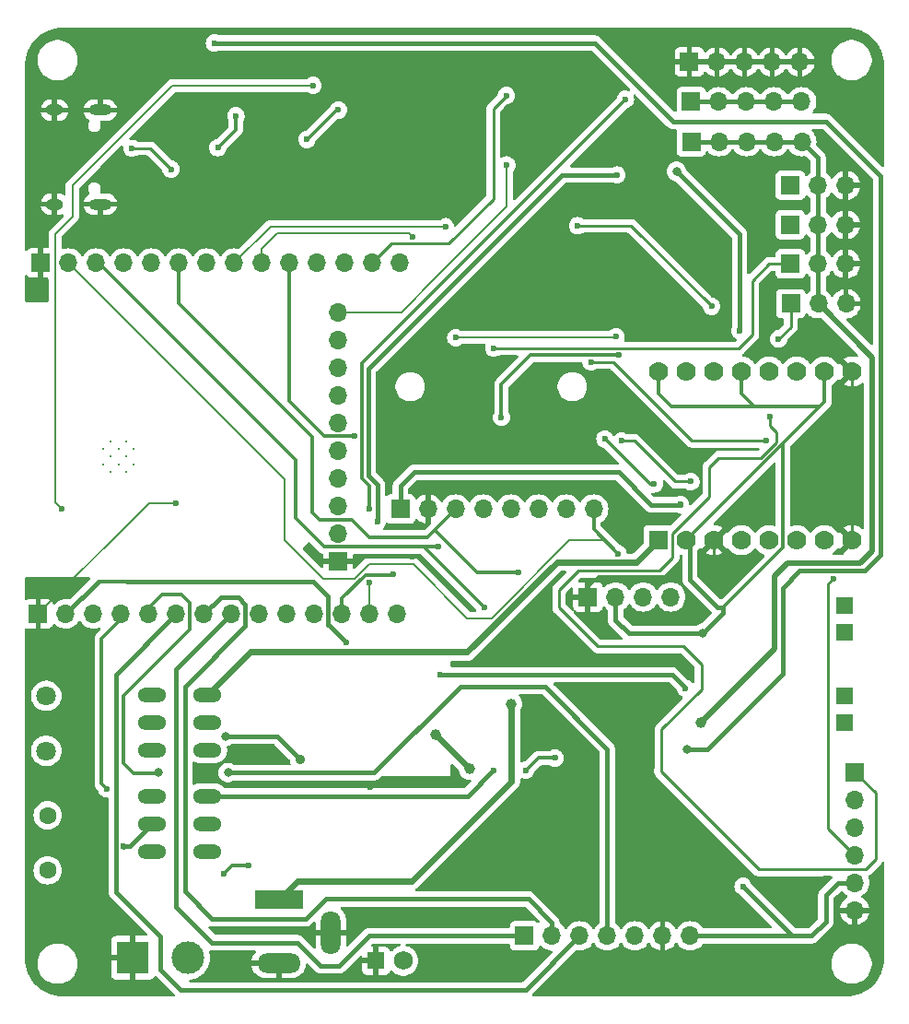
<source format=gbr>
%TF.GenerationSoftware,KiCad,Pcbnew,8.0.2*%
%TF.CreationDate,2025-02-27T03:45:28+05:30*%
%TF.ProjectId,sra_dev_board_2024(CH340C),7372615f-6465-4765-9f62-6f6172645f32,rev?*%
%TF.SameCoordinates,Original*%
%TF.FileFunction,Copper,L2,Bot*%
%TF.FilePolarity,Positive*%
%FSLAX46Y46*%
G04 Gerber Fmt 4.6, Leading zero omitted, Abs format (unit mm)*
G04 Created by KiCad (PCBNEW 8.0.2) date 2025-02-27 03:45:28*
%MOMM*%
%LPD*%
G01*
G04 APERTURE LIST*
%TA.AperFunction,ComponentPad*%
%ADD10R,1.700000X1.700000*%
%TD*%
%TA.AperFunction,ComponentPad*%
%ADD11O,1.700000X1.700000*%
%TD*%
%TA.AperFunction,ComponentPad*%
%ADD12C,1.800000*%
%TD*%
%TA.AperFunction,ComponentPad*%
%ADD13R,4.400000X1.800000*%
%TD*%
%TA.AperFunction,ComponentPad*%
%ADD14O,4.000000X1.800000*%
%TD*%
%TA.AperFunction,ComponentPad*%
%ADD15O,1.800000X4.000000*%
%TD*%
%TA.AperFunction,ComponentPad*%
%ADD16R,1.575000X1.575000*%
%TD*%
%TA.AperFunction,ComponentPad*%
%ADD17C,1.750000*%
%TD*%
%TA.AperFunction,ComponentPad*%
%ADD18O,2.641600X1.320800*%
%TD*%
%TA.AperFunction,ComponentPad*%
%ADD19O,2.100000X1.000000*%
%TD*%
%TA.AperFunction,ComponentPad*%
%ADD20O,1.600000X1.000000*%
%TD*%
%TA.AperFunction,ComponentPad*%
%ADD21C,0.300000*%
%TD*%
%TA.AperFunction,ComponentPad*%
%ADD22R,3.000000X3.000000*%
%TD*%
%TA.AperFunction,ComponentPad*%
%ADD23C,3.000000*%
%TD*%
%TA.AperFunction,ComponentPad*%
%ADD24C,1.600000*%
%TD*%
%TA.AperFunction,ComponentPad*%
%ADD25R,1.778000X1.778000*%
%TD*%
%TA.AperFunction,ComponentPad*%
%ADD26C,1.778000*%
%TD*%
%TA.AperFunction,ViaPad*%
%ADD27C,0.600000*%
%TD*%
%TA.AperFunction,ViaPad*%
%ADD28C,0.800000*%
%TD*%
%TA.AperFunction,ViaPad*%
%ADD29C,1.000000*%
%TD*%
%TA.AperFunction,ViaPad*%
%ADD30C,0.900000*%
%TD*%
%TA.AperFunction,Conductor*%
%ADD31C,0.250000*%
%TD*%
%TA.AperFunction,Conductor*%
%ADD32C,0.200000*%
%TD*%
%TA.AperFunction,Conductor*%
%ADD33C,0.300000*%
%TD*%
%TA.AperFunction,Conductor*%
%ADD34C,0.400000*%
%TD*%
%TA.AperFunction,Conductor*%
%ADD35C,0.500000*%
%TD*%
%TA.AperFunction,Conductor*%
%ADD36C,0.600000*%
%TD*%
G04 APERTURE END LIST*
D10*
%TO.P,J19,1,Pin_1*%
%TO.N,GND*%
X162640000Y-107820000D03*
D11*
%TO.P,J19,2,Pin_2*%
%TO.N,/3V3*%
X165180000Y-107820000D03*
%TO.P,J19,3,Pin_3*%
%TO.N,/21*%
X167720000Y-107820000D03*
%TO.P,J19,4,Pin_4*%
%TO.N,/22*%
X170260000Y-107820000D03*
%TD*%
D10*
%TO.P,J11,1,Pin_1*%
%TO.N,/3V3*%
X172130000Y-62330000D03*
D11*
%TO.P,J11,2,Pin_2*%
X174670000Y-62330000D03*
%TO.P,J11,3,Pin_3*%
X177210000Y-62330000D03*
%TO.P,J11,4,Pin_4*%
X179750000Y-62330000D03*
%TO.P,J11,5,Pin_5*%
X182290000Y-62330000D03*
%TD*%
D12*
%TO.P,F1,1*%
%TO.N,Net-(D16-K)*%
X112840000Y-121955000D03*
%TO.P,F1,2*%
%TO.N,Net-(F1-Pad2)*%
X112840000Y-116905000D03*
%TD*%
D13*
%TO.P,J5,1*%
%TO.N,/12V*%
X134210000Y-135650000D03*
D14*
%TO.P,J5,2*%
%TO.N,GND*%
X134210000Y-141450000D03*
D15*
%TO.P,J5,3*%
X139010000Y-138650000D03*
%TD*%
D16*
%TO.P,J18,1,1*%
%TO.N,/M2B*%
X186200000Y-111100000D03*
%TO.P,J18,2,2*%
%TO.N,/M2A*%
X186200000Y-108600000D03*
%TD*%
D10*
%TO.P,J1,1,Pin_1*%
%TO.N,GND*%
X112100000Y-109390000D03*
D11*
%TO.P,J1,2,Pin_2*%
%TO.N,/3V3*%
X114640000Y-109390000D03*
%TO.P,J1,3,Pin_3*%
%TO.N,/EN*%
X117180000Y-109390000D03*
%TO.P,J1,4,Pin_4*%
%TO.N,/36*%
X119720000Y-109390000D03*
%TO.P,J1,5,Pin_5*%
%TO.N,/39*%
X122260000Y-109390000D03*
%TO.P,J1,6,Pin_6*%
%TO.N,/34*%
X124800000Y-109390000D03*
%TO.P,J1,7,Pin_7*%
%TO.N,/35*%
X127340000Y-109390000D03*
%TO.P,J1,8,Pin_8*%
%TO.N,/32*%
X129880000Y-109390000D03*
%TO.P,J1,9,Pin_9*%
%TO.N,/33*%
X132420000Y-109390000D03*
%TO.P,J1,10,Pin_10*%
%TO.N,/25*%
X134960000Y-109390000D03*
%TO.P,J1,11,Pin_11*%
%TO.N,/26*%
X137500000Y-109390000D03*
%TO.P,J1,12,Pin_12*%
%TO.N,/27*%
X140040000Y-109390000D03*
%TO.P,J1,13,Pin_13*%
%TO.N,/14*%
X142580000Y-109390000D03*
%TO.P,J1,14,Pin_14*%
%TO.N,/12*%
X145120000Y-109390000D03*
%TD*%
D10*
%TO.P,J8,1,Pin_1*%
%TO.N,/18*%
X181260000Y-77230000D03*
D11*
%TO.P,J8,2,Pin_2*%
%TO.N,/5V*%
X183800000Y-77230000D03*
%TO.P,J8,3,Pin_3*%
%TO.N,GND*%
X186340000Y-77230000D03*
%TD*%
D10*
%TO.P,J15,1,Pin_1*%
%TO.N,/32*%
X156805000Y-138950000D03*
D11*
%TO.P,J15,2,Pin_2*%
%TO.N,/35*%
X159345000Y-138950000D03*
%TO.P,J15,3,Pin_3*%
%TO.N,/34*%
X161885000Y-138950000D03*
%TO.P,J15,4,Pin_4*%
%TO.N,/39*%
X164425000Y-138950000D03*
%TO.P,J15,5,Pin_5*%
%TO.N,/36*%
X166965000Y-138950000D03*
%TO.P,J15,6,Pin_6*%
%TO.N,GND*%
X169505000Y-138950000D03*
%TO.P,J15,7,Pin_7*%
%TO.N,/3V3*%
X172045000Y-138950000D03*
%TD*%
D16*
%TO.P,J13,1,1*%
%TO.N,GND*%
X143160000Y-141240000D03*
D17*
%TO.P,J13,2,2*%
%TO.N,/12V*%
X145660000Y-141240000D03*
%TD*%
D10*
%TO.P,J2,1,Pin_1*%
%TO.N,GND*%
X112350000Y-77140000D03*
D11*
%TO.P,J2,2,Pin_2*%
%TO.N,/23*%
X114890000Y-77140000D03*
%TO.P,J2,3,Pin_3*%
%TO.N,/22*%
X117430000Y-77140000D03*
%TO.P,J2,4,Pin_4*%
%TO.N,/TXD*%
X119970000Y-77140000D03*
%TO.P,J2,5,Pin_5*%
%TO.N,/RXD*%
X122510000Y-77140000D03*
%TO.P,J2,6,Pin_6*%
%TO.N,/21*%
X125050000Y-77140000D03*
%TO.P,J2,7,Pin_7*%
%TO.N,unconnected-(J2-Pin_7-Pad7)*%
X127590000Y-77140000D03*
%TO.P,J2,8,Pin_8*%
%TO.N,/19*%
X130130000Y-77140000D03*
%TO.P,J2,9,Pin_9*%
%TO.N,/18*%
X132670000Y-77140000D03*
%TO.P,J2,10,Pin_10*%
%TO.N,/5*%
X135210000Y-77140000D03*
%TO.P,J2,11,Pin_11*%
%TO.N,/17*%
X137750000Y-77140000D03*
%TO.P,J2,12,Pin_12*%
%TO.N,/16*%
X140290000Y-77140000D03*
%TO.P,J2,13,Pin_13*%
%TO.N,/4*%
X142830000Y-77140000D03*
%TO.P,J2,14,Pin_14*%
%TO.N,/0*%
X145370000Y-77140000D03*
%TD*%
D10*
%TO.P,J12,1,Pin_1*%
%TO.N,GND*%
X171960000Y-58670000D03*
D11*
%TO.P,J12,2,Pin_2*%
X174500000Y-58670000D03*
%TO.P,J12,3,Pin_3*%
X177040000Y-58670000D03*
%TO.P,J12,4,Pin_4*%
X179580000Y-58670000D03*
%TO.P,J12,5,Pin_5*%
X182120000Y-58670000D03*
%TD*%
D18*
%TO.P,SW2,1,A*%
%TO.N,unconnected-(SW2-A-Pad1)*%
X122590000Y-131180000D03*
%TO.P,SW2,2,B*%
%TO.N,Net-(F2-Pad2)*%
X122590000Y-128640000D03*
%TO.P,SW2,3,C*%
%TO.N,/5V_P*%
X122590000Y-126100000D03*
%TO.P,SW2,4,A*%
%TO.N,unconnected-(SW2-A-Pad4)*%
X127670000Y-131180000D03*
%TO.P,SW2,5,B*%
%TO.N,Net-(F2-Pad2)*%
X127670000Y-128640000D03*
%TO.P,SW2,6,C*%
%TO.N,/5V_P*%
X127670000Y-126100000D03*
%TD*%
D10*
%TO.P,J10,1,Pin_1*%
%TO.N,/5V*%
X172140000Y-66000000D03*
D11*
%TO.P,J10,2,Pin_2*%
X174680000Y-66000000D03*
%TO.P,J10,3,Pin_3*%
X177220000Y-66000000D03*
%TO.P,J10,4,Pin_4*%
X179760000Y-66000000D03*
%TO.P,J10,5,Pin_5*%
X182300000Y-66000000D03*
%TD*%
D10*
%TO.P,J9,1,Pin_1*%
%TO.N,/15*%
X181255000Y-70020000D03*
D11*
%TO.P,J9,2,Pin_2*%
%TO.N,/5V*%
X183795000Y-70020000D03*
%TO.P,J9,3,Pin_3*%
%TO.N,GND*%
X186335000Y-70020000D03*
%TD*%
D10*
%TO.P,J3,1,Pin_1*%
%TO.N,GND*%
X139680000Y-104510000D03*
D11*
%TO.P,J3,2,Pin_2*%
%TO.N,/13*%
X139680000Y-101970000D03*
%TO.P,J3,3,Pin_3*%
%TO.N,/SD2*%
X139680000Y-99430000D03*
%TO.P,J3,4,Pin_4*%
%TO.N,/SD3*%
X139680000Y-96890000D03*
%TO.P,J3,5,Pin_5*%
%TO.N,/CMD*%
X139680000Y-94350000D03*
%TO.P,J3,6,Pin_6*%
%TO.N,/CLK*%
X139680000Y-91810000D03*
%TO.P,J3,7,Pin_7*%
%TO.N,/SD0*%
X139680000Y-89270000D03*
%TO.P,J3,8,Pin_8*%
%TO.N,/SD1*%
X139680000Y-86730000D03*
%TO.P,J3,9,Pin_9*%
%TO.N,/15*%
X139680000Y-84190000D03*
%TO.P,J3,10,Pin_10*%
%TO.N,/2*%
X139680000Y-81650000D03*
%TD*%
D10*
%TO.P,J7,1,Pin_1*%
%TO.N,/19*%
X181280000Y-80880000D03*
D11*
%TO.P,J7,2,Pin_2*%
%TO.N,/5V*%
X183820000Y-80880000D03*
%TO.P,J7,3,Pin_3*%
%TO.N,GND*%
X186360000Y-80880000D03*
%TD*%
D19*
%TO.P,J20,S1,SHIELD*%
%TO.N,GND*%
X117800000Y-63100000D03*
D20*
X113620000Y-63100000D03*
D19*
X117800000Y-71740000D03*
D20*
X113620000Y-71740000D03*
%TD*%
D10*
%TO.P,J14,1,Pin_1*%
%TO.N,/19*%
X187150000Y-123900000D03*
D11*
%TO.P,J14,2,Pin_2*%
%TO.N,/18*%
X187150000Y-126440000D03*
%TO.P,J14,3,Pin_3*%
%TO.N,/23*%
X187150000Y-128980000D03*
%TO.P,J14,4,Pin_4*%
%TO.N,/5*%
X187150000Y-131520000D03*
%TO.P,J14,5,Pin_5*%
%TO.N,/3V3*%
X187150000Y-134060000D03*
%TO.P,J14,6,Pin_6*%
%TO.N,GND*%
X187150000Y-136600000D03*
%TD*%
D21*
%TO.P,U1,39_10*%
%TO.N,GND*%
X118770000Y-93530000D03*
%TO.P,U1,39_11*%
X120170000Y-93530000D03*
%TO.P,U1,39_12*%
X118070000Y-94230000D03*
%TO.P,U1,39_13*%
X119470000Y-94230000D03*
%TO.P,U1,39_14*%
X120870000Y-94230000D03*
%TO.P,U1,39_15*%
X118770000Y-94930000D03*
%TO.P,U1,39_16*%
X120170000Y-94930000D03*
%TO.P,U1,39_17*%
X118070000Y-95630000D03*
%TO.P,U1,39_18*%
X119470000Y-95630000D03*
%TO.P,U1,39_19*%
X120870000Y-95630000D03*
%TO.P,U1,39_20*%
X118770000Y-96330000D03*
%TO.P,U1,39_21*%
X120170000Y-96330000D03*
%TD*%
D16*
%TO.P,J17,1,1*%
%TO.N,/M1A*%
X186270000Y-119400000D03*
%TO.P,J17,2,2*%
%TO.N,/M1B*%
X186270000Y-116900000D03*
%TD*%
D10*
%TO.P,J6,1,Pin_1*%
%TO.N,/5*%
X181250000Y-73620000D03*
D11*
%TO.P,J6,2,Pin_2*%
%TO.N,/5V*%
X183790000Y-73620000D03*
%TO.P,J6,3,Pin_3*%
%TO.N,GND*%
X186330000Y-73620000D03*
%TD*%
D18*
%TO.P,SW1,1,A*%
%TO.N,unconnected-(SW1-A-Pad1)*%
X122570000Y-121910000D03*
%TO.P,SW1,2,B*%
%TO.N,Net-(F1-Pad2)*%
X122570000Y-119370000D03*
%TO.P,SW1,3,C*%
%TO.N,/12V_P*%
X122570000Y-116830000D03*
%TO.P,SW1,4,A*%
%TO.N,unconnected-(SW1-A-Pad4)*%
X127650000Y-121910000D03*
%TO.P,SW1,5,B*%
%TO.N,Net-(F1-Pad2)*%
X127650000Y-119370000D03*
%TO.P,SW1,6,C*%
%TO.N,/12V_P*%
X127650000Y-116830000D03*
%TD*%
D22*
%TO.P,J4,1,Pin_1*%
%TO.N,GND*%
X120810000Y-140960000D03*
D23*
%TO.P,J4,2,Pin_2*%
%TO.N,/12V*%
X125890000Y-140960000D03*
%TD*%
D10*
%TO.P,J16,1,Pin_1*%
%TO.N,/3V3*%
X145395000Y-99750000D03*
D11*
%TO.P,J16,2,Pin_2*%
%TO.N,GND*%
X147935000Y-99750000D03*
%TO.P,J16,3,Pin_3*%
%TO.N,/21*%
X150475000Y-99750000D03*
%TO.P,J16,4,Pin_4*%
%TO.N,/22*%
X153015000Y-99750000D03*
%TO.P,J16,5,Pin_5*%
%TO.N,unconnected-(J16-Pin_5-Pad5)*%
X155555000Y-99750000D03*
%TO.P,J16,6,Pin_6*%
%TO.N,unconnected-(J16-Pin_6-Pad6)*%
X158095000Y-99750000D03*
%TO.P,J16,7,Pin_7*%
%TO.N,unconnected-(J16-Pin_7-Pad7)*%
X160635000Y-99750000D03*
%TO.P,J16,8,Pin_8*%
%TO.N,/23*%
X163175000Y-99750000D03*
%TD*%
D24*
%TO.P,F2,1*%
%TO.N,Net-(D17-K)*%
X112970000Y-132935000D03*
%TO.P,F2,2*%
%TO.N,Net-(F2-Pad2)*%
X112970000Y-127885000D03*
%TD*%
D25*
%TO.P,U3,1,VM*%
%TO.N,/12V_P*%
X169140000Y-102604000D03*
D26*
%TO.P,U3,2,VCC*%
%TO.N,/3V3*%
X171680000Y-102604000D03*
%TO.P,U3,3,GND*%
%TO.N,GND*%
X174220000Y-102604000D03*
%TO.P,U3,4,A01*%
%TO.N,/M1A*%
X176760000Y-102604000D03*
%TO.P,U3,5,A02*%
%TO.N,/M1B*%
X179300000Y-102604000D03*
%TO.P,U3,6,B02*%
%TO.N,/M2B*%
X181840000Y-102604000D03*
%TO.P,U3,7,B01*%
%TO.N,/M2A*%
X184380000Y-102604000D03*
%TO.P,U3,8,GND*%
%TO.N,GND*%
X186920000Y-102604000D03*
%TO.P,U3,9,GND*%
X186920000Y-87110000D03*
%TO.P,U3,10,PWMB*%
%TO.N,/3V3*%
X184380000Y-87110000D03*
%TO.P,U3,11,BI2*%
%TO.N,Net-(U3-BI2)*%
X181840000Y-87110000D03*
%TO.P,U3,12,BI1*%
%TO.N,Net-(U3-BI1)*%
X179300000Y-87110000D03*
%TO.P,U3,13,STBY*%
%TO.N,/3V3*%
X176760000Y-87110000D03*
%TO.P,U3,14,AI1*%
%TO.N,Net-(U3-AI1)*%
X174220000Y-87110000D03*
%TO.P,U3,15,AI2*%
%TO.N,Net-(U3-AI2)*%
X171680000Y-87110000D03*
%TO.P,U3,16,PWMA*%
%TO.N,/3V3*%
X169140000Y-87110000D03*
%TD*%
D27*
%TO.N,GND*%
X167390000Y-132060000D03*
X173080000Y-105880000D03*
X144230000Y-63160000D03*
X148580000Y-133786538D03*
X161600000Y-113010000D03*
X124770000Y-99180000D03*
X151760000Y-132320000D03*
X146530000Y-104110000D03*
X183660000Y-100420000D03*
X142660000Y-125320000D03*
X141270000Y-71270000D03*
X144110000Y-59910000D03*
X141350000Y-104110000D03*
X171890000Y-72070000D03*
X167160000Y-72070000D03*
X113900000Y-111500000D03*
X170890000Y-105880000D03*
X145460000Y-68280000D03*
X158810000Y-107810000D03*
%TO.N,/EN*%
X114290000Y-99760000D03*
X137363884Y-60830000D03*
%TO.N,/3V3*%
X176610000Y-83360000D03*
X171610000Y-116210000D03*
X149070000Y-114960000D03*
X140390000Y-112040000D03*
D28*
X170790000Y-68730000D03*
D27*
X176900000Y-134410000D03*
X171130000Y-99330000D03*
D28*
X173210000Y-111140000D03*
D27*
%TO.N,Net-(U2-V3)*%
X128620000Y-66550000D03*
X130280000Y-63620000D03*
D29*
%TO.N,/5V*%
X172990000Y-119340000D03*
D30*
X136180000Y-122720000D03*
D28*
X129340000Y-120620000D03*
D27*
%TO.N,/5V_P*%
X159610000Y-122620000D03*
X128310000Y-56940000D03*
X153930000Y-123740000D03*
D28*
X171750000Y-121810000D03*
D27*
X156920000Y-123740000D03*
%TO.N,/12*%
X168730000Y-97446355D03*
X164200000Y-93310000D03*
%TO.N,/25*%
X179070000Y-93460000D03*
X162930000Y-86240000D03*
%TO.N,/26*%
X165710000Y-93490000D03*
X172100000Y-97220000D03*
%TO.N,/15*%
X165215000Y-83905000D03*
X150500000Y-84010000D03*
%TO.N,/5*%
X165500000Y-85605000D03*
X185210012Y-106130000D03*
X141150000Y-93060000D03*
X154690000Y-91320000D03*
%TO.N,/18*%
X146500000Y-74720000D03*
X154000000Y-84980000D03*
%TO.N,/19*%
X179390000Y-91230000D03*
X149540000Y-73810000D03*
X180170000Y-84120000D03*
X174000000Y-81120000D03*
X161710000Y-73710000D03*
D29*
%TO.N,/12V*%
X155600000Y-117660000D03*
%TO.N,Net-(D15-K)*%
X151760000Y-123590000D03*
X148630000Y-120460000D03*
D27*
%TO.N,Net-(F2-Pad2)*%
X119960000Y-130730000D03*
%TO.N,/14*%
X142580000Y-99700000D03*
X142580000Y-106520000D03*
X166090000Y-62090000D03*
%TO.N,/36*%
X131450000Y-132480000D03*
X129140000Y-133240000D03*
X118400000Y-125440000D03*
D28*
%TO.N,/39*%
X123130000Y-123970000D03*
X129560000Y-123953727D03*
D27*
%TO.N,/27*%
X144750000Y-105750000D03*
X143280000Y-100880000D03*
X165310000Y-69060000D03*
%TO.N,/22*%
X148890000Y-103200000D03*
X153123067Y-108786933D03*
%TO.N,/23*%
X165400000Y-103830000D03*
%TO.N,/4*%
X155140000Y-61760000D03*
%TO.N,/21*%
X156255140Y-105545140D03*
%TO.N,/2*%
X155180000Y-68140000D03*
%TO.N,/DN1*%
X124315000Y-68525000D03*
X120710000Y-66610000D03*
%TO.N,Net-(Q1-Pad1)*%
X136800000Y-65800000D03*
X139700000Y-63090000D03*
%TD*%
D31*
%TO.N,GND*%
X144110000Y-63040000D02*
X144230000Y-63160000D01*
D32*
X122310000Y-99180000D02*
X112100000Y-109390000D01*
D31*
X173080000Y-105880000D02*
X174220000Y-104740000D01*
X186920000Y-102604000D02*
X184736000Y-100420000D01*
D33*
X167230000Y-72070000D02*
X167230000Y-72070000D01*
D31*
X148580000Y-133786538D02*
X150293462Y-133786538D01*
X145490000Y-68280000D02*
X145460000Y-68310000D01*
X144110000Y-59910000D02*
X144110000Y-63040000D01*
X167390000Y-132060000D02*
X167350000Y-132060000D01*
D33*
X167160000Y-72070000D02*
X167160000Y-72000000D01*
D31*
X169505000Y-134215000D02*
X167390000Y-132100000D01*
D33*
X167160000Y-72000000D02*
X167220000Y-72060000D01*
X171890000Y-72070000D02*
X167230000Y-72070000D01*
D31*
X167350000Y-132060000D02*
X167370000Y-132080000D01*
X163630000Y-105880000D02*
X162640000Y-106870000D01*
X186500000Y-97580000D02*
X186920000Y-98000000D01*
D34*
X172140000Y-58700000D02*
X182300000Y-58700000D01*
D31*
X186920000Y-98000000D02*
X186920000Y-102604000D01*
X141270000Y-71270000D02*
X142500000Y-71270000D01*
X174220000Y-104740000D02*
X174220000Y-102604000D01*
X184736000Y-100420000D02*
X183660000Y-100420000D01*
X186920000Y-87110000D02*
X186920000Y-97160000D01*
X167390000Y-132100000D02*
X167390000Y-132060000D01*
X150293462Y-133786538D02*
X151760000Y-132320000D01*
X186920000Y-97160000D02*
X186500000Y-97580000D01*
X145460000Y-68310000D02*
X145460000Y-68280000D01*
X162640000Y-106870000D02*
X162640000Y-107820000D01*
X169505000Y-138950000D02*
X169505000Y-134215000D01*
X186500000Y-97580000D02*
X183660000Y-100420000D01*
X170890000Y-105880000D02*
X163630000Y-105880000D01*
X173080000Y-105880000D02*
X173240000Y-106040000D01*
X145460000Y-68280000D02*
X145490000Y-68280000D01*
X170890000Y-105880000D02*
X170930000Y-105920000D01*
D33*
X146530000Y-104110000D02*
X141350000Y-104110000D01*
D31*
X148580000Y-133786538D02*
X148516538Y-133850000D01*
D32*
X124770000Y-99180000D02*
X122310000Y-99180000D01*
D33*
X167230000Y-72070000D02*
X167160000Y-72070000D01*
D31*
X148516538Y-133850000D02*
X148400000Y-133850000D01*
X142500000Y-71270000D02*
X145460000Y-68310000D01*
D32*
%TO.N,/EN*%
X124430000Y-60830000D02*
X115240000Y-70020000D01*
X113640000Y-99110000D02*
X114290000Y-99760000D01*
X115240000Y-72910000D02*
X113640000Y-74510000D01*
X113640000Y-74510000D02*
X113640000Y-99110000D01*
X137363884Y-60830000D02*
X124430000Y-60830000D01*
X115240000Y-70020000D02*
X115240000Y-72910000D01*
D34*
%TO.N,/3V3*%
X171130000Y-99330000D02*
X171157000Y-99357000D01*
X184510000Y-135220000D02*
X185670000Y-134060000D01*
X173200000Y-111150000D02*
X173210000Y-111140000D01*
D33*
X169140000Y-87110000D02*
X169140000Y-89150000D01*
D34*
X172020000Y-106209950D02*
X172020000Y-102944000D01*
X145395000Y-97645000D02*
X146670000Y-96370000D01*
D33*
X120300000Y-106390000D02*
X117640000Y-106390000D01*
D34*
X138760000Y-107750000D02*
X137400000Y-106390000D01*
X181440000Y-138950000D02*
X183210000Y-138950000D01*
X176900000Y-134410000D02*
X181440000Y-138950000D01*
D33*
X173797000Y-100487000D02*
X183927000Y-90357000D01*
D34*
X166380000Y-111150000D02*
X173200000Y-111150000D01*
X170400000Y-114960000D02*
X171550000Y-116110000D01*
D33*
X184380000Y-87110000D02*
X184380000Y-89904000D01*
D34*
X172045000Y-138950000D02*
X178700000Y-138950000D01*
X165180000Y-107820000D02*
X165180000Y-109950000D01*
X140390000Y-112015000D02*
X138785000Y-110410000D01*
X149070000Y-114960000D02*
X170400000Y-114960000D01*
X178700000Y-138950000D02*
X181440000Y-138950000D01*
X176590000Y-83340000D02*
X176610000Y-83360000D01*
X183210000Y-138950000D02*
X184510000Y-137650000D01*
X145395000Y-99750000D02*
X145395000Y-97645000D01*
X168263000Y-99187000D02*
X168433000Y-99357000D01*
D33*
X171680000Y-102604000D02*
X173797000Y-100487000D01*
D34*
X182290000Y-62330000D02*
X172130000Y-62330000D01*
D33*
X176760000Y-87110000D02*
X176760000Y-89180000D01*
D34*
X146670000Y-96370000D02*
X165446000Y-96370000D01*
D33*
X184380000Y-89904000D02*
X180570000Y-93714000D01*
X140390000Y-112040000D02*
X140390000Y-112015000D01*
D34*
X173210000Y-111140000D02*
X175090000Y-109260000D01*
D33*
X169140000Y-89150000D02*
X170320000Y-90330000D01*
D34*
X168433000Y-99357000D02*
X171103000Y-99357000D01*
X137400000Y-106390000D02*
X120300000Y-106390000D01*
X172020000Y-102944000D02*
X171680000Y-102604000D01*
D33*
X138785000Y-110410000D02*
X138760000Y-110410000D01*
D34*
X176610000Y-83360000D02*
X176590000Y-83380000D01*
X175090000Y-108770000D02*
X174580050Y-108770000D01*
D33*
X180570000Y-93714000D02*
X180570000Y-103290000D01*
X180570000Y-103290000D02*
X175090000Y-108770000D01*
D34*
X185670000Y-134060000D02*
X187150000Y-134060000D01*
X184510000Y-137650000D02*
X184510000Y-135220000D01*
X174580050Y-108770000D02*
X172020000Y-106209950D01*
D33*
X177910000Y-90330000D02*
X183900000Y-90330000D01*
D34*
X165446000Y-96370000D02*
X168263000Y-99187000D01*
X138760000Y-110410000D02*
X138760000Y-107750000D01*
X165180000Y-109950000D02*
X166380000Y-111150000D01*
D32*
X140270000Y-111920000D02*
X140390000Y-112040000D01*
D33*
X176760000Y-89180000D02*
X177910000Y-90330000D01*
D34*
X175090000Y-109260000D02*
X175090000Y-108770000D01*
X171103000Y-99357000D02*
X171130000Y-99330000D01*
X117640000Y-106390000D02*
X114640000Y-109390000D01*
X176590000Y-74530000D02*
X176590000Y-83340000D01*
D33*
X170320000Y-90330000D02*
X177910000Y-90330000D01*
D34*
X170790000Y-68730000D02*
X176590000Y-74530000D01*
X176590000Y-83380000D02*
X176590000Y-83400000D01*
D33*
%TO.N,Net-(U2-V3)*%
X130280000Y-64890000D02*
X130280000Y-63620000D01*
X130280000Y-63620000D02*
X130270000Y-63650000D01*
X128620000Y-66550000D02*
X130280000Y-64890000D01*
D35*
%TO.N,/5V*%
X187670000Y-104700000D02*
X180940000Y-104700000D01*
D34*
X136180000Y-122720000D02*
X136190000Y-122720000D01*
D35*
X180940000Y-104700000D02*
X179770000Y-105870000D01*
D34*
X183795000Y-70020000D02*
X183795000Y-80855000D01*
X134090000Y-120620000D02*
X136180000Y-122710000D01*
D35*
X188780000Y-85840000D02*
X188780000Y-103590000D01*
D34*
X183795000Y-80855000D02*
X183820000Y-80880000D01*
D35*
X188780000Y-103590000D02*
X187670000Y-104700000D01*
D34*
X136190000Y-122720000D02*
X136200000Y-122730000D01*
X183795000Y-67495000D02*
X183795000Y-70020000D01*
X129340000Y-120620000D02*
X134090000Y-120620000D01*
D35*
X183820000Y-80880000D02*
X188780000Y-85840000D01*
D34*
X182300000Y-66000000D02*
X183795000Y-67495000D01*
X172140000Y-66000000D02*
X182300000Y-66000000D01*
D35*
X179770000Y-112560000D02*
X179770000Y-105870000D01*
X172990000Y-119340000D02*
X179770000Y-112560000D01*
D34*
X136180000Y-122710000D02*
X136180000Y-122720000D01*
%TO.N,/5V_P*%
X182079000Y-105430000D02*
X188090000Y-105430000D01*
X173590000Y-121820000D02*
X180539000Y-114871000D01*
X163290000Y-56940000D02*
X128310000Y-56940000D01*
D33*
X159610000Y-122620000D02*
X158080000Y-122620000D01*
D34*
X153930000Y-123740000D02*
X153930000Y-123730000D01*
X188090000Y-105430000D02*
X189570000Y-103950000D01*
X171760000Y-121820000D02*
X173590000Y-121820000D01*
D33*
X158080000Y-122620000D02*
X156930000Y-123770000D01*
D34*
X180539000Y-114871000D02*
X180539000Y-106970000D01*
X180539000Y-106970000D02*
X182079000Y-105430000D01*
X189570000Y-69180000D02*
X188430000Y-68040000D01*
X184510000Y-64120000D02*
X170470000Y-64120000D01*
X153920000Y-123740000D02*
X153930000Y-123740000D01*
X127670000Y-126100000D02*
X151560000Y-126100000D01*
X170470000Y-64120000D02*
X163290000Y-56940000D01*
X188430000Y-68040000D02*
X184510000Y-64120000D01*
D33*
X171750000Y-121810000D02*
X171760000Y-121820000D01*
D34*
X189570000Y-103950000D02*
X189570000Y-69180000D01*
X151560000Y-126100000D02*
X153920000Y-123740000D01*
D31*
%TO.N,/12*%
X168730000Y-97446355D02*
X168336355Y-97446355D01*
X168336355Y-97446355D02*
X164200000Y-93310000D01*
X168730000Y-97446355D02*
X168733645Y-97450000D01*
%TO.N,/25*%
X179050000Y-93480000D02*
X179070000Y-93460000D01*
X164970000Y-86240000D02*
X172210000Y-93480000D01*
X162930000Y-86240000D02*
X164970000Y-86240000D01*
X172210000Y-93480000D02*
X179050000Y-93480000D01*
%TO.N,/26*%
X166950000Y-93490000D02*
X165710000Y-93490000D01*
X170680000Y-97220000D02*
X166950000Y-93490000D01*
X172100000Y-97220000D02*
X170680000Y-97220000D01*
D32*
%TO.N,/15*%
X150540000Y-83970000D02*
X165150000Y-83970000D01*
X165150000Y-83970000D02*
X165215000Y-83905000D01*
X165215000Y-83905000D02*
X165195000Y-83905000D01*
X150500000Y-84010000D02*
X150540000Y-83970000D01*
D33*
%TO.N,/5*%
X141150000Y-93060000D02*
X138420000Y-93060000D01*
D31*
X185210012Y-106130000D02*
X184720000Y-106620012D01*
X184720000Y-129090000D02*
X187150000Y-131520000D01*
D33*
X165475000Y-85580000D02*
X157360000Y-85580000D01*
X135210000Y-79750000D02*
X135210000Y-81510000D01*
X154690000Y-88250000D02*
X154690000Y-91320000D01*
X165500000Y-85605000D02*
X165475000Y-85580000D01*
X135210000Y-89850000D02*
X135210000Y-81510000D01*
X138420000Y-93060000D02*
X135210000Y-89850000D01*
X135210000Y-77140000D02*
X135210000Y-79750000D01*
D31*
X184720000Y-106620012D02*
X184720000Y-129090000D01*
D33*
X157360000Y-85580000D02*
X154690000Y-88250000D01*
D31*
%TO.N,/18*%
X176500000Y-84980000D02*
X154000000Y-84980000D01*
D32*
X146500000Y-74720000D02*
X146200000Y-74420000D01*
X146200000Y-74420000D02*
X134100000Y-74420000D01*
D31*
X177730000Y-83750000D02*
X176500000Y-84980000D01*
D32*
X132670000Y-75850000D02*
X132670000Y-77140000D01*
D31*
X177730000Y-78770000D02*
X177730000Y-83750000D01*
X179270000Y-77230000D02*
X177730000Y-78770000D01*
X181260000Y-77230000D02*
X179270000Y-77230000D01*
D32*
X134100000Y-74420000D02*
X132670000Y-75850000D01*
D31*
%TO.N,/19*%
X171450000Y-112370000D02*
X163560000Y-112370000D01*
X184160000Y-132830000D02*
X184150000Y-132840000D01*
X179390000Y-91230000D02*
X179380000Y-91230000D01*
X174000000Y-81120000D02*
X166600000Y-73720000D01*
X161710000Y-73710000D02*
X161730000Y-73720000D01*
X166600000Y-73720000D02*
X161750000Y-73720000D01*
D32*
X149540000Y-73810000D02*
X149550000Y-73800000D01*
D31*
X181280000Y-83010000D02*
X180170000Y-84120000D01*
X169390000Y-123660000D02*
X169390000Y-119980000D01*
X178350000Y-132840000D02*
X169360000Y-123850000D01*
X189090000Y-125840000D02*
X189090000Y-131900000D01*
D32*
X149530000Y-73800000D02*
X149540000Y-73810000D01*
D31*
X161720000Y-105430000D02*
X169170000Y-105430000D01*
X170430000Y-101970000D02*
X173810000Y-98590000D01*
D32*
X149550000Y-73800000D02*
X149570000Y-73800000D01*
X143960000Y-73800000D02*
X149530000Y-73800000D01*
D31*
X179380000Y-91230000D02*
X179370000Y-91220000D01*
X181280000Y-80880000D02*
X181280000Y-83010000D01*
X173810000Y-98590000D02*
X173810000Y-95870000D01*
X169390000Y-119980000D02*
X173090000Y-116280000D01*
X174650000Y-95030000D02*
X178553884Y-95030000D01*
X159980000Y-108790000D02*
X159980000Y-107170000D01*
X161730000Y-73720000D02*
X161740000Y-73720000D01*
X173810000Y-95870000D02*
X174650000Y-95030000D01*
X169360000Y-123690000D02*
X169390000Y-123660000D01*
X178553884Y-95030000D02*
X179990000Y-93593884D01*
X161750000Y-73720000D02*
X161710000Y-73710000D01*
D32*
X130130000Y-77140000D02*
X133470000Y-73800000D01*
D31*
X179990000Y-93593884D02*
X179990000Y-92670000D01*
X163560000Y-112370000D02*
X159980000Y-108790000D01*
X187150000Y-123900000D02*
X189090000Y-125840000D01*
X169360000Y-123850000D02*
X169360000Y-123690000D01*
X173090000Y-114010000D02*
X171450000Y-112370000D01*
X159980000Y-107170000D02*
X161720000Y-105430000D01*
D32*
X133470000Y-73800000D02*
X143960000Y-73800000D01*
D31*
X169170000Y-105430000D02*
X170430000Y-104170000D01*
X184150000Y-132840000D02*
X178350000Y-132840000D01*
X170430000Y-104170000D02*
X170430000Y-101970000D01*
X173090000Y-116280000D02*
X173090000Y-114010000D01*
X188160000Y-132830000D02*
X184160000Y-132830000D01*
X189090000Y-131900000D02*
X188160000Y-132830000D01*
X179990000Y-92670000D02*
X179390000Y-92070000D01*
X179390000Y-92070000D02*
X179390000Y-91230000D01*
D36*
%TO.N,/12V*%
X135940000Y-133920000D02*
X134210000Y-135650000D01*
X155600000Y-124760000D02*
X146440000Y-133920000D01*
X146440000Y-133920000D02*
X135940000Y-133920000D01*
X155600000Y-117660000D02*
X155600000Y-124760000D01*
%TO.N,Net-(D15-K)*%
X148630000Y-120460000D02*
X151760000Y-123590000D01*
D34*
%TO.N,Net-(F2-Pad2)*%
X119960000Y-130730000D02*
X119910000Y-130780000D01*
X120500000Y-130730000D02*
X122590000Y-128640000D01*
X119960000Y-130730000D02*
X120500000Y-130730000D01*
%TO.N,/35*%
X136700000Y-137400000D02*
X128100000Y-137400000D01*
X138530000Y-135570000D02*
X136700000Y-137400000D01*
X125600000Y-134900000D02*
X125600000Y-116020000D01*
X159345000Y-137745000D02*
X157170000Y-135570000D01*
X159345000Y-138950000D02*
X159345000Y-137745000D01*
X131140000Y-108500000D02*
X130480000Y-107840000D01*
X157170000Y-135570000D02*
X138530000Y-135570000D01*
X125600000Y-116020000D02*
X131140000Y-110480000D01*
X131140000Y-110480000D02*
X131140000Y-108500000D01*
X128890000Y-107840000D02*
X127340000Y-109390000D01*
X128100000Y-137400000D02*
X125600000Y-134900000D01*
X130480000Y-107840000D02*
X128890000Y-107840000D01*
D33*
%TO.N,/14*%
X166090000Y-62090000D02*
X166160000Y-62090000D01*
X141900000Y-86350000D02*
X166090000Y-62160000D01*
X141900000Y-96900000D02*
X141900000Y-86350000D01*
X142580000Y-97580000D02*
X141900000Y-96900000D01*
D32*
X142580000Y-106520000D02*
X142580000Y-109390000D01*
D33*
X142580000Y-99700000D02*
X142580000Y-97580000D01*
X166090000Y-62160000D02*
X166090000Y-62090000D01*
X166160000Y-62090000D02*
X166170000Y-62080000D01*
D34*
%TO.N,/34*%
X125200000Y-143900000D02*
X156935000Y-143900000D01*
X156935000Y-143900000D02*
X161885000Y-138950000D01*
X124800000Y-109390000D02*
X119260000Y-114930000D01*
X119260000Y-134920000D02*
X123350000Y-139010000D01*
X123350000Y-139010000D02*
X123350000Y-142050000D01*
X123350000Y-142050000D02*
X125200000Y-143900000D01*
X119260000Y-114930000D02*
X119260000Y-134920000D01*
%TO.N,/32*%
X135940000Y-139570000D02*
X138070000Y-141700000D01*
X124970000Y-114300000D02*
X129880000Y-109390000D01*
D32*
X124930000Y-114300000D02*
X124970000Y-114300000D01*
D34*
X128080000Y-139570000D02*
X135940000Y-139570000D01*
X124800000Y-136290000D02*
X128080000Y-139570000D01*
X142530000Y-138950000D02*
X156805000Y-138950000D01*
X124800000Y-114430000D02*
X124800000Y-136290000D01*
X139780000Y-141700000D02*
X142530000Y-138950000D01*
X138070000Y-141700000D02*
X139780000Y-141700000D01*
X124930000Y-114300000D02*
X124800000Y-114430000D01*
D33*
%TO.N,/36*%
X129900000Y-132480000D02*
X131450000Y-132480000D01*
X118400000Y-125440000D02*
X117940000Y-124980000D01*
X117940000Y-111650000D02*
X119800000Y-109790000D01*
X117940000Y-124980000D02*
X117940000Y-111650000D01*
X129140000Y-133240000D02*
X129900000Y-132480000D01*
D34*
%TO.N,/39*%
X142960000Y-123970000D02*
X150890000Y-116040000D01*
D33*
X125300000Y-107600000D02*
X126070000Y-108370000D01*
X120860000Y-124030000D02*
X123210000Y-124030000D01*
X119950000Y-123120000D02*
X120860000Y-124030000D01*
X123520000Y-107600000D02*
X125300000Y-107600000D01*
D34*
X164425000Y-121792207D02*
X158672793Y-116040000D01*
D33*
X119950000Y-116900000D02*
X119950000Y-123120000D01*
D34*
X164425000Y-138950000D02*
X164425000Y-121792207D01*
D33*
X122260000Y-109390000D02*
X122260000Y-108860000D01*
X122260000Y-108860000D02*
X123520000Y-107600000D01*
X126070000Y-110780000D02*
X119950000Y-116900000D01*
D34*
X129560000Y-123953727D02*
X129576273Y-123970000D01*
X150890000Y-116040000D02*
X158672793Y-116040000D01*
X129576273Y-123970000D02*
X142960000Y-123970000D01*
D33*
X126070000Y-108370000D02*
X126070000Y-110780000D01*
%TO.N,/27*%
X140040000Y-107950000D02*
X142170000Y-105820000D01*
X140040000Y-109390000D02*
X140040000Y-107950000D01*
D34*
X142450000Y-96672182D02*
X142450000Y-86850000D01*
X160240000Y-69060000D02*
X165310000Y-69060000D01*
X142450000Y-86850000D02*
X160240000Y-69060000D01*
X143280000Y-97502182D02*
X142450000Y-96672182D01*
X143280000Y-100880000D02*
X143280000Y-97502182D01*
D33*
X142170000Y-105820000D02*
X144840000Y-105820000D01*
%TO.N,/22*%
X138410000Y-103230000D02*
X147540000Y-103203865D01*
X117610000Y-77140000D02*
X135730000Y-95260000D01*
X153123067Y-108786933D02*
X153123067Y-108786932D01*
X135730000Y-100550000D02*
X138410000Y-103230000D01*
X153123067Y-108786932D02*
X147540000Y-103203865D01*
X135730000Y-95260000D02*
X135730000Y-100550000D01*
X147540000Y-103203865D02*
X148890000Y-103200000D01*
X148890000Y-103200000D02*
X148860000Y-103230000D01*
D32*
X117430000Y-77140000D02*
X117610000Y-77140000D01*
%TO.N,/23*%
X146570000Y-104800000D02*
X151550000Y-109780000D01*
X114890000Y-77140000D02*
X134740000Y-96990000D01*
X138290000Y-106150000D02*
X141150000Y-106150000D01*
X142500000Y-104800000D02*
X146570000Y-104800000D01*
X134740000Y-102600000D02*
X138290000Y-106150000D01*
X153771472Y-109780000D02*
X160951472Y-102600000D01*
X160951472Y-102600000D02*
X164170000Y-102600000D01*
D33*
X163175000Y-99750000D02*
X163175000Y-101605000D01*
D32*
X151550000Y-109780000D02*
X153771472Y-109780000D01*
X134740000Y-96990000D02*
X134740000Y-102600000D01*
D33*
X163175000Y-101605000D02*
X165400000Y-103830000D01*
D32*
X141150000Y-106150000D02*
X142500000Y-104800000D01*
D31*
%TO.N,/4*%
X153930000Y-71250000D02*
X149825000Y-75355000D01*
X153930000Y-62970000D02*
X153930000Y-71250000D01*
X149825000Y-75355000D02*
X144615000Y-75355000D01*
X155140000Y-61760000D02*
X153930000Y-62970000D01*
X144615000Y-75355000D02*
X142830000Y-77140000D01*
D33*
%TO.N,/21*%
X125050000Y-80840000D02*
X137300000Y-93090000D01*
X140900000Y-100700000D02*
X142550000Y-102350000D01*
X156250280Y-105550000D02*
X152440000Y-105550000D01*
X137950000Y-100700000D02*
X140900000Y-100700000D01*
X137300000Y-93090000D02*
X137300000Y-100050000D01*
X156255140Y-105545140D02*
X156250280Y-105550000D01*
D32*
X156260000Y-105540280D02*
X156260000Y-105540000D01*
X156255140Y-105545140D02*
X156260000Y-105540280D01*
D33*
X147875000Y-102350000D02*
X150475000Y-99750000D01*
X125050000Y-77140000D02*
X125050000Y-80840000D01*
X137300000Y-100050000D02*
X137950000Y-100700000D01*
X152440000Y-105550000D02*
X148557500Y-101667500D01*
X142550000Y-102350000D02*
X147875000Y-102350000D01*
D32*
%TO.N,/2*%
X155180000Y-68140000D02*
X155180000Y-68100000D01*
X145500000Y-81650000D02*
X148760000Y-78390000D01*
X148760000Y-78390000D02*
X155180000Y-71970000D01*
X155180000Y-71970000D02*
X155180000Y-68140000D01*
X139680000Y-81650000D02*
X145500000Y-81650000D01*
D31*
%TO.N,/DN1*%
X122400000Y-66610000D02*
X120710000Y-66610000D01*
X124315000Y-68525000D02*
X122400000Y-66610000D01*
%TO.N,Net-(Q1-Pad1)*%
X139690000Y-63080000D02*
X139700000Y-63090000D01*
X136800000Y-65800000D02*
X139520000Y-63080000D01*
X139520000Y-63080000D02*
X139690000Y-63080000D01*
X139700000Y-63090000D02*
X139710000Y-63080000D01*
D36*
%TO.N,/12V_P*%
X167114000Y-104630000D02*
X169140000Y-102604000D01*
X151520000Y-112880000D02*
X159780000Y-104620000D01*
X165068629Y-104630000D02*
X167114000Y-104630000D01*
X127650000Y-116830000D02*
X131600000Y-112880000D01*
X159780000Y-104620000D02*
X165058629Y-104620000D01*
X131600000Y-112880000D02*
X151520000Y-112880000D01*
X165058629Y-104620000D02*
X165068629Y-104630000D01*
%TD*%
%TA.AperFunction,Conductor*%
%TO.N,GND*%
G36*
X112350000Y-110740000D02*
G01*
X112997828Y-110740000D01*
X112997844Y-110739999D01*
X113057372Y-110733598D01*
X113057379Y-110733596D01*
X113192086Y-110683354D01*
X113192093Y-110683350D01*
X113307187Y-110597190D01*
X113307190Y-110597187D01*
X113393350Y-110482093D01*
X113393354Y-110482086D01*
X113442422Y-110350529D01*
X113484293Y-110294595D01*
X113549757Y-110270178D01*
X113618030Y-110285030D01*
X113646285Y-110306181D01*
X113768599Y-110428495D01*
X113803580Y-110452989D01*
X113962165Y-110564032D01*
X113962167Y-110564033D01*
X113962170Y-110564035D01*
X114176337Y-110663903D01*
X114176343Y-110663904D01*
X114176344Y-110663905D01*
X114224041Y-110676685D01*
X114404592Y-110725063D01*
X114575319Y-110740000D01*
X114639999Y-110745659D01*
X114640000Y-110745659D01*
X114640001Y-110745659D01*
X114704681Y-110740000D01*
X114875408Y-110725063D01*
X115103663Y-110663903D01*
X115317830Y-110564035D01*
X115511401Y-110428495D01*
X115678495Y-110261401D01*
X115808425Y-110075842D01*
X115863002Y-110032217D01*
X115932500Y-110025023D01*
X115994855Y-110056546D01*
X116011575Y-110075842D01*
X116141500Y-110261395D01*
X116141505Y-110261401D01*
X116308599Y-110428495D01*
X116343580Y-110452989D01*
X116502165Y-110564032D01*
X116502167Y-110564033D01*
X116502170Y-110564035D01*
X116716337Y-110663903D01*
X116716343Y-110663904D01*
X116716344Y-110663905D01*
X116764041Y-110676685D01*
X116944592Y-110725063D01*
X117115319Y-110740000D01*
X117179999Y-110745659D01*
X117180000Y-110745659D01*
X117180001Y-110745659D01*
X117244681Y-110740000D01*
X117415408Y-110725063D01*
X117643663Y-110663903D01*
X117685520Y-110644384D01*
X117754594Y-110633892D01*
X117818379Y-110662410D01*
X117856620Y-110720886D01*
X117857175Y-110790754D01*
X117825605Y-110844447D01*
X117434726Y-111235326D01*
X117363534Y-111341874D01*
X117314499Y-111460255D01*
X117314497Y-111460261D01*
X117289500Y-111585928D01*
X117289500Y-111585931D01*
X117289500Y-125044069D01*
X117296533Y-125079427D01*
X117297511Y-125084340D01*
X117297511Y-125084342D01*
X117314497Y-125169736D01*
X117314499Y-125169744D01*
X117362107Y-125284681D01*
X117363535Y-125288127D01*
X117434723Y-125394669D01*
X117578278Y-125538224D01*
X117611762Y-125599545D01*
X117613815Y-125612012D01*
X117614630Y-125619246D01*
X117614632Y-125619255D01*
X117674210Y-125789521D01*
X117770184Y-125942262D01*
X117897738Y-126069816D01*
X118050478Y-126165789D01*
X118161371Y-126204592D01*
X118220745Y-126225368D01*
X118220750Y-126225369D01*
X118399997Y-126245565D01*
X118399998Y-126245565D01*
X118399998Y-126245564D01*
X118400000Y-126245565D01*
X118421615Y-126243129D01*
X118490435Y-126255182D01*
X118541816Y-126302530D01*
X118559500Y-126366349D01*
X118559500Y-134851006D01*
X118559500Y-134988994D01*
X118559500Y-134988996D01*
X118559499Y-134988996D01*
X118586418Y-135124322D01*
X118586421Y-135124332D01*
X118639222Y-135251807D01*
X118715887Y-135366545D01*
X118715888Y-135366546D01*
X122097663Y-138748319D01*
X122131148Y-138809642D01*
X122126164Y-138879334D01*
X122084292Y-138935267D01*
X122018828Y-138959684D01*
X122009982Y-138960000D01*
X121060000Y-138960000D01*
X121060000Y-140240935D01*
X121031684Y-140229207D01*
X120884853Y-140200000D01*
X120735147Y-140200000D01*
X120588316Y-140229207D01*
X120560000Y-140240935D01*
X120560000Y-138960000D01*
X119262155Y-138960000D01*
X119202627Y-138966401D01*
X119202620Y-138966403D01*
X119067913Y-139016645D01*
X119067906Y-139016649D01*
X118952812Y-139102809D01*
X118952809Y-139102812D01*
X118866649Y-139217906D01*
X118866645Y-139217913D01*
X118816403Y-139352620D01*
X118816401Y-139352627D01*
X118810000Y-139412155D01*
X118810000Y-140710000D01*
X120090936Y-140710000D01*
X120079207Y-140738316D01*
X120050000Y-140885147D01*
X120050000Y-141034853D01*
X120079207Y-141181684D01*
X120090936Y-141210000D01*
X118810000Y-141210000D01*
X118810000Y-142507844D01*
X118816401Y-142567372D01*
X118816403Y-142567379D01*
X118866645Y-142702086D01*
X118866649Y-142702093D01*
X118952809Y-142817187D01*
X118952812Y-142817190D01*
X119067906Y-142903350D01*
X119067913Y-142903354D01*
X119202620Y-142953596D01*
X119202627Y-142953598D01*
X119262155Y-142959999D01*
X119262172Y-142960000D01*
X120560000Y-142960000D01*
X120560000Y-141679064D01*
X120588316Y-141690793D01*
X120735147Y-141720000D01*
X120884853Y-141720000D01*
X121031684Y-141690793D01*
X121060000Y-141679064D01*
X121060000Y-142960000D01*
X122357828Y-142960000D01*
X122357844Y-142959999D01*
X122417372Y-142953598D01*
X122417379Y-142953596D01*
X122552086Y-142903354D01*
X122552093Y-142903350D01*
X122667187Y-142817190D01*
X122667190Y-142817187D01*
X122753350Y-142702093D01*
X122753354Y-142702085D01*
X122756031Y-142694909D01*
X122797898Y-142638972D01*
X122863361Y-142614551D01*
X122931635Y-142629399D01*
X122959896Y-142650554D01*
X124607161Y-144297819D01*
X124640646Y-144359142D01*
X124635662Y-144428834D01*
X124593790Y-144484767D01*
X124528326Y-144509184D01*
X124519480Y-144509500D01*
X114383051Y-144509500D01*
X114376968Y-144509351D01*
X114356900Y-144508365D01*
X114043071Y-144492947D01*
X114030962Y-144491754D01*
X113703305Y-144443151D01*
X113691369Y-144440777D01*
X113370055Y-144360292D01*
X113358411Y-144356759D01*
X113046540Y-144245170D01*
X113035301Y-144240515D01*
X112735844Y-144098883D01*
X112725121Y-144093150D01*
X112441011Y-143922862D01*
X112430893Y-143916102D01*
X112164829Y-143718775D01*
X112155423Y-143711055D01*
X112116475Y-143675755D01*
X111909986Y-143488604D01*
X111901395Y-143480013D01*
X111678944Y-143234576D01*
X111671224Y-143225170D01*
X111542742Y-143051932D01*
X111473895Y-142959103D01*
X111467137Y-142948988D01*
X111407806Y-142850000D01*
X111296844Y-142664871D01*
X111291120Y-142654163D01*
X111149479Y-142354688D01*
X111144829Y-142343459D01*
X111140089Y-142330212D01*
X111037794Y-142044315D01*
X111033240Y-142031588D01*
X111029707Y-142019944D01*
X111019954Y-141981006D01*
X110949219Y-141698617D01*
X110946848Y-141686694D01*
X110938629Y-141631288D01*
X110910647Y-141442642D01*
X110902647Y-141388711D01*
X112029500Y-141388711D01*
X112029500Y-141631288D01*
X112061161Y-141871785D01*
X112123947Y-142106104D01*
X112193246Y-142273405D01*
X112216776Y-142330212D01*
X112338064Y-142540289D01*
X112338066Y-142540292D01*
X112338067Y-142540293D01*
X112485733Y-142732736D01*
X112485739Y-142732743D01*
X112657256Y-142904260D01*
X112657263Y-142904266D01*
X112770321Y-142991018D01*
X112849711Y-143051936D01*
X113059788Y-143173224D01*
X113283900Y-143266054D01*
X113518211Y-143328838D01*
X113698586Y-143352584D01*
X113758711Y-143360500D01*
X113758712Y-143360500D01*
X114001289Y-143360500D01*
X114049388Y-143354167D01*
X114241789Y-143328838D01*
X114476100Y-143266054D01*
X114700212Y-143173224D01*
X114910289Y-143051936D01*
X115102738Y-142904265D01*
X115274265Y-142732738D01*
X115421936Y-142540289D01*
X115543224Y-142330212D01*
X115636054Y-142106100D01*
X115698838Y-141871789D01*
X115730500Y-141631288D01*
X115730500Y-141388712D01*
X115698838Y-141148211D01*
X115636054Y-140913900D01*
X115543224Y-140689788D01*
X115421936Y-140479711D01*
X115307308Y-140330325D01*
X115274266Y-140287263D01*
X115274260Y-140287256D01*
X115102743Y-140115739D01*
X115102736Y-140115733D01*
X114910293Y-139968067D01*
X114910292Y-139968066D01*
X114910289Y-139968064D01*
X114736386Y-139867661D01*
X114700214Y-139846777D01*
X114700205Y-139846773D01*
X114476104Y-139753947D01*
X114358944Y-139722554D01*
X114241789Y-139691162D01*
X114241788Y-139691161D01*
X114241785Y-139691161D01*
X114001289Y-139659500D01*
X114001288Y-139659500D01*
X113758712Y-139659500D01*
X113758711Y-139659500D01*
X113518214Y-139691161D01*
X113283895Y-139753947D01*
X113059794Y-139846773D01*
X113059785Y-139846777D01*
X112849706Y-139968067D01*
X112657263Y-140115733D01*
X112657256Y-140115739D01*
X112485739Y-140287256D01*
X112485733Y-140287263D01*
X112338067Y-140479706D01*
X112216777Y-140689785D01*
X112216773Y-140689794D01*
X112123947Y-140913895D01*
X112061161Y-141148214D01*
X112029500Y-141388711D01*
X110902647Y-141388711D01*
X110898245Y-141359037D01*
X110897052Y-141346927D01*
X110880649Y-141013032D01*
X110880500Y-141006948D01*
X110880500Y-132934998D01*
X111664532Y-132934998D01*
X111664532Y-132935001D01*
X111684364Y-133161686D01*
X111684366Y-133161697D01*
X111743258Y-133381488D01*
X111743261Y-133381497D01*
X111839431Y-133587732D01*
X111839432Y-133587734D01*
X111969954Y-133774141D01*
X112130858Y-133935045D01*
X112130861Y-133935047D01*
X112317266Y-134065568D01*
X112523504Y-134161739D01*
X112523509Y-134161740D01*
X112523511Y-134161741D01*
X112576415Y-134175916D01*
X112743308Y-134220635D01*
X112905230Y-134234801D01*
X112969998Y-134240468D01*
X112970000Y-134240468D01*
X112970002Y-134240468D01*
X113026673Y-134235509D01*
X113196692Y-134220635D01*
X113416496Y-134161739D01*
X113622734Y-134065568D01*
X113809139Y-133935047D01*
X113970047Y-133774139D01*
X114100568Y-133587734D01*
X114196739Y-133381496D01*
X114255635Y-133161692D01*
X114275468Y-132935000D01*
X114255635Y-132708308D01*
X114196739Y-132488504D01*
X114100568Y-132282266D01*
X113970047Y-132095861D01*
X113970045Y-132095858D01*
X113809141Y-131934954D01*
X113622734Y-131804432D01*
X113622732Y-131804431D01*
X113416497Y-131708261D01*
X113416488Y-131708258D01*
X113196697Y-131649366D01*
X113196693Y-131649365D01*
X113196692Y-131649365D01*
X113196691Y-131649364D01*
X113196686Y-131649364D01*
X112970002Y-131629532D01*
X112969998Y-131629532D01*
X112743313Y-131649364D01*
X112743302Y-131649366D01*
X112523511Y-131708258D01*
X112523502Y-131708261D01*
X112317267Y-131804431D01*
X112317265Y-131804432D01*
X112130858Y-131934954D01*
X111969954Y-132095858D01*
X111839432Y-132282265D01*
X111839431Y-132282267D01*
X111743261Y-132488502D01*
X111743258Y-132488511D01*
X111684366Y-132708302D01*
X111684364Y-132708313D01*
X111664532Y-132934998D01*
X110880500Y-132934998D01*
X110880500Y-127884998D01*
X111664532Y-127884998D01*
X111664532Y-127885001D01*
X111684364Y-128111686D01*
X111684366Y-128111697D01*
X111743258Y-128331488D01*
X111743261Y-128331497D01*
X111839431Y-128537732D01*
X111839432Y-128537734D01*
X111969954Y-128724141D01*
X112130858Y-128885045D01*
X112130861Y-128885047D01*
X112317266Y-129015568D01*
X112523504Y-129111739D01*
X112743308Y-129170635D01*
X112905230Y-129184801D01*
X112969998Y-129190468D01*
X112970000Y-129190468D01*
X112970002Y-129190468D01*
X113026673Y-129185509D01*
X113196692Y-129170635D01*
X113416496Y-129111739D01*
X113622734Y-129015568D01*
X113809139Y-128885047D01*
X113970047Y-128724139D01*
X114100568Y-128537734D01*
X114196739Y-128331496D01*
X114255635Y-128111692D01*
X114275468Y-127885000D01*
X114275356Y-127883724D01*
X114257437Y-127678910D01*
X114255635Y-127658308D01*
X114203802Y-127464863D01*
X114196741Y-127438511D01*
X114196738Y-127438502D01*
X114137470Y-127311402D01*
X114100568Y-127232266D01*
X113970047Y-127045861D01*
X113970045Y-127045858D01*
X113809141Y-126884954D01*
X113622734Y-126754432D01*
X113622732Y-126754431D01*
X113416497Y-126658261D01*
X113416488Y-126658258D01*
X113196697Y-126599366D01*
X113196693Y-126599365D01*
X113196692Y-126599365D01*
X113196691Y-126599364D01*
X113196686Y-126599364D01*
X112970002Y-126579532D01*
X112969998Y-126579532D01*
X112743313Y-126599364D01*
X112743302Y-126599366D01*
X112523511Y-126658258D01*
X112523502Y-126658261D01*
X112317267Y-126754431D01*
X112317265Y-126754432D01*
X112130858Y-126884954D01*
X111969954Y-127045858D01*
X111839432Y-127232265D01*
X111839431Y-127232267D01*
X111743261Y-127438502D01*
X111743258Y-127438511D01*
X111684366Y-127658302D01*
X111684364Y-127658313D01*
X111664532Y-127884998D01*
X110880500Y-127884998D01*
X110880500Y-121954993D01*
X111434700Y-121954993D01*
X111434700Y-121955006D01*
X111453864Y-122186297D01*
X111453866Y-122186308D01*
X111510842Y-122411300D01*
X111604075Y-122623848D01*
X111731016Y-122818147D01*
X111731019Y-122818151D01*
X111731021Y-122818153D01*
X111888216Y-122988913D01*
X111888219Y-122988915D01*
X111888222Y-122988918D01*
X112071365Y-123131464D01*
X112071371Y-123131468D01*
X112071374Y-123131470D01*
X112275497Y-123241936D01*
X112358701Y-123270500D01*
X112495015Y-123317297D01*
X112495017Y-123317297D01*
X112495019Y-123317298D01*
X112723951Y-123355500D01*
X112723952Y-123355500D01*
X112956048Y-123355500D01*
X112956049Y-123355500D01*
X113184981Y-123317298D01*
X113404503Y-123241936D01*
X113608626Y-123131470D01*
X113620457Y-123122262D01*
X113737110Y-123031467D01*
X113791784Y-122988913D01*
X113948979Y-122818153D01*
X114075924Y-122623849D01*
X114169157Y-122411300D01*
X114226134Y-122186305D01*
X114226799Y-122178284D01*
X114245300Y-121955006D01*
X114245300Y-121954993D01*
X114226135Y-121723702D01*
X114226133Y-121723691D01*
X114169157Y-121498699D01*
X114075924Y-121286151D01*
X113948983Y-121091852D01*
X113948980Y-121091849D01*
X113948979Y-121091847D01*
X113791784Y-120921087D01*
X113791779Y-120921083D01*
X113791777Y-120921081D01*
X113608634Y-120778535D01*
X113608628Y-120778531D01*
X113404504Y-120668064D01*
X113404495Y-120668061D01*
X113184984Y-120592702D01*
X113013282Y-120564050D01*
X112956049Y-120554500D01*
X112723951Y-120554500D01*
X112678164Y-120562140D01*
X112495015Y-120592702D01*
X112275504Y-120668061D01*
X112275495Y-120668064D01*
X112071371Y-120778531D01*
X112071365Y-120778535D01*
X111888222Y-120921081D01*
X111888219Y-120921084D01*
X111731016Y-121091852D01*
X111604075Y-121286151D01*
X111510842Y-121498699D01*
X111453866Y-121723691D01*
X111453864Y-121723702D01*
X111434700Y-121954993D01*
X110880500Y-121954993D01*
X110880500Y-116904993D01*
X111434700Y-116904993D01*
X111434700Y-116905006D01*
X111453864Y-117136297D01*
X111453866Y-117136308D01*
X111510842Y-117361300D01*
X111604075Y-117573848D01*
X111731016Y-117768147D01*
X111731019Y-117768151D01*
X111731021Y-117768153D01*
X111888216Y-117938913D01*
X111888219Y-117938915D01*
X111888222Y-117938918D01*
X112071365Y-118081464D01*
X112071371Y-118081468D01*
X112071374Y-118081470D01*
X112275497Y-118191936D01*
X112345171Y-118215855D01*
X112495015Y-118267297D01*
X112495017Y-118267297D01*
X112495019Y-118267298D01*
X112723951Y-118305500D01*
X112723952Y-118305500D01*
X112956048Y-118305500D01*
X112956049Y-118305500D01*
X113184981Y-118267298D01*
X113404503Y-118191936D01*
X113608626Y-118081470D01*
X113791784Y-117938913D01*
X113948979Y-117768153D01*
X114075924Y-117573849D01*
X114169157Y-117361300D01*
X114226134Y-117136305D01*
X114227502Y-117119795D01*
X114245300Y-116905006D01*
X114245300Y-116904993D01*
X114226135Y-116673702D01*
X114226133Y-116673691D01*
X114169157Y-116448699D01*
X114075924Y-116236151D01*
X113948983Y-116041852D01*
X113948980Y-116041849D01*
X113948979Y-116041847D01*
X113791784Y-115871087D01*
X113791779Y-115871083D01*
X113791777Y-115871081D01*
X113608634Y-115728535D01*
X113608628Y-115728531D01*
X113404504Y-115618064D01*
X113404495Y-115618061D01*
X113184984Y-115542702D01*
X113013282Y-115514050D01*
X112956049Y-115504500D01*
X112723951Y-115504500D01*
X112678164Y-115512140D01*
X112495015Y-115542702D01*
X112275504Y-115618061D01*
X112275495Y-115618064D01*
X112071371Y-115728531D01*
X112071365Y-115728535D01*
X111888222Y-115871081D01*
X111888219Y-115871084D01*
X111888216Y-115871086D01*
X111888216Y-115871087D01*
X111856205Y-115905860D01*
X111731016Y-116041852D01*
X111604075Y-116236151D01*
X111510842Y-116448699D01*
X111453866Y-116673691D01*
X111453864Y-116673702D01*
X111434700Y-116904993D01*
X110880500Y-116904993D01*
X110880500Y-110814425D01*
X110900185Y-110747386D01*
X110952989Y-110701631D01*
X111022147Y-110691687D01*
X111047834Y-110698243D01*
X111142623Y-110733597D01*
X111142627Y-110733598D01*
X111202155Y-110739999D01*
X111202172Y-110740000D01*
X111850000Y-110740000D01*
X111850000Y-109823012D01*
X111907007Y-109855925D01*
X112034174Y-109890000D01*
X112165826Y-109890000D01*
X112292993Y-109855925D01*
X112350000Y-109823012D01*
X112350000Y-110740000D01*
G37*
%TD.AperFunction*%
%TA.AperFunction,Conductor*%
G36*
X189828917Y-132151385D02*
G01*
X189871288Y-132206941D01*
X189879500Y-132251315D01*
X189879500Y-141006948D01*
X189879351Y-141013033D01*
X189862947Y-141346928D01*
X189861754Y-141359037D01*
X189813151Y-141686694D01*
X189810777Y-141698630D01*
X189730292Y-142019944D01*
X189726759Y-142031588D01*
X189615170Y-142343459D01*
X189610514Y-142354702D01*
X189468885Y-142654151D01*
X189463148Y-142664883D01*
X189292862Y-142948988D01*
X189286102Y-142959106D01*
X189088775Y-143225170D01*
X189081055Y-143234576D01*
X188858611Y-143480006D01*
X188850006Y-143488611D01*
X188604576Y-143711055D01*
X188595170Y-143718775D01*
X188329106Y-143916102D01*
X188318988Y-143922862D01*
X188034883Y-144093148D01*
X188024151Y-144098885D01*
X187724702Y-144240514D01*
X187713459Y-144245170D01*
X187401588Y-144356759D01*
X187389944Y-144360292D01*
X187068630Y-144440777D01*
X187056694Y-144443151D01*
X186729037Y-144491754D01*
X186716928Y-144492947D01*
X186401989Y-144508419D01*
X186383031Y-144509351D01*
X186376949Y-144509500D01*
X157615520Y-144509500D01*
X157548481Y-144489815D01*
X157502726Y-144437011D01*
X157492782Y-144367853D01*
X157521807Y-144304297D01*
X157527839Y-144297819D01*
X160436945Y-141388711D01*
X185029500Y-141388711D01*
X185029500Y-141631288D01*
X185061161Y-141871785D01*
X185123947Y-142106104D01*
X185193246Y-142273405D01*
X185216776Y-142330212D01*
X185338064Y-142540289D01*
X185338066Y-142540292D01*
X185338067Y-142540293D01*
X185485733Y-142732736D01*
X185485739Y-142732743D01*
X185657256Y-142904260D01*
X185657263Y-142904266D01*
X185770321Y-142991018D01*
X185849711Y-143051936D01*
X186059788Y-143173224D01*
X186283900Y-143266054D01*
X186518211Y-143328838D01*
X186698586Y-143352584D01*
X186758711Y-143360500D01*
X186758712Y-143360500D01*
X187001289Y-143360500D01*
X187049388Y-143354167D01*
X187241789Y-143328838D01*
X187476100Y-143266054D01*
X187700212Y-143173224D01*
X187910289Y-143051936D01*
X188102738Y-142904265D01*
X188274265Y-142732738D01*
X188421936Y-142540289D01*
X188543224Y-142330212D01*
X188636054Y-142106100D01*
X188698838Y-141871789D01*
X188730500Y-141631288D01*
X188730500Y-141388712D01*
X188698838Y-141148211D01*
X188636054Y-140913900D01*
X188543224Y-140689788D01*
X188421936Y-140479711D01*
X188307308Y-140330325D01*
X188274266Y-140287263D01*
X188274260Y-140287256D01*
X188102743Y-140115739D01*
X188102736Y-140115733D01*
X187910293Y-139968067D01*
X187910292Y-139968066D01*
X187910289Y-139968064D01*
X187736386Y-139867661D01*
X187700214Y-139846777D01*
X187700205Y-139846773D01*
X187476104Y-139753947D01*
X187358944Y-139722554D01*
X187241789Y-139691162D01*
X187241788Y-139691161D01*
X187241785Y-139691161D01*
X187001289Y-139659500D01*
X187001288Y-139659500D01*
X186758712Y-139659500D01*
X186758711Y-139659500D01*
X186518214Y-139691161D01*
X186283895Y-139753947D01*
X186059794Y-139846773D01*
X186059785Y-139846777D01*
X185849706Y-139968067D01*
X185657263Y-140115733D01*
X185657256Y-140115739D01*
X185485739Y-140287256D01*
X185485733Y-140287263D01*
X185338067Y-140479706D01*
X185216777Y-140689785D01*
X185216773Y-140689794D01*
X185123947Y-140913895D01*
X185061161Y-141148214D01*
X185029500Y-141388711D01*
X160436945Y-141388711D01*
X160835656Y-140990000D01*
X161513006Y-140312649D01*
X161574327Y-140279166D01*
X161632778Y-140280557D01*
X161649592Y-140285063D01*
X161826034Y-140300500D01*
X161884999Y-140305659D01*
X161885000Y-140305659D01*
X161885001Y-140305659D01*
X161943966Y-140300500D01*
X162120408Y-140285063D01*
X162348663Y-140223903D01*
X162562830Y-140124035D01*
X162756401Y-139988495D01*
X162923495Y-139821401D01*
X163053425Y-139635842D01*
X163108002Y-139592217D01*
X163177500Y-139585023D01*
X163239855Y-139616546D01*
X163256575Y-139635842D01*
X163386281Y-139821082D01*
X163386505Y-139821401D01*
X163553599Y-139988495D01*
X163645329Y-140052725D01*
X163747165Y-140124032D01*
X163747167Y-140124033D01*
X163747170Y-140124035D01*
X163961337Y-140223903D01*
X163961343Y-140223904D01*
X163961344Y-140223905D01*
X163963729Y-140224544D01*
X164189592Y-140285063D01*
X164366034Y-140300500D01*
X164424999Y-140305659D01*
X164425000Y-140305659D01*
X164425001Y-140305659D01*
X164483966Y-140300500D01*
X164660408Y-140285063D01*
X164888663Y-140223903D01*
X165102830Y-140124035D01*
X165296401Y-139988495D01*
X165463495Y-139821401D01*
X165593425Y-139635842D01*
X165648002Y-139592217D01*
X165717500Y-139585023D01*
X165779855Y-139616546D01*
X165796575Y-139635842D01*
X165926281Y-139821082D01*
X165926505Y-139821401D01*
X166093599Y-139988495D01*
X166185329Y-140052725D01*
X166287165Y-140124032D01*
X166287167Y-140124033D01*
X166287170Y-140124035D01*
X166501337Y-140223903D01*
X166501343Y-140223904D01*
X166501344Y-140223905D01*
X166503729Y-140224544D01*
X166729592Y-140285063D01*
X166906034Y-140300500D01*
X166964999Y-140305659D01*
X166965000Y-140305659D01*
X166965001Y-140305659D01*
X167023966Y-140300500D01*
X167200408Y-140285063D01*
X167428663Y-140223903D01*
X167642830Y-140124035D01*
X167836401Y-139988495D01*
X168003495Y-139821401D01*
X168133730Y-139635405D01*
X168188307Y-139591781D01*
X168257805Y-139584587D01*
X168320160Y-139616110D01*
X168336879Y-139635405D01*
X168466890Y-139821078D01*
X168633917Y-139988105D01*
X168827421Y-140123600D01*
X169041507Y-140223429D01*
X169041516Y-140223433D01*
X169255000Y-140280634D01*
X169255000Y-139383012D01*
X169312007Y-139415925D01*
X169439174Y-139450000D01*
X169570826Y-139450000D01*
X169697993Y-139415925D01*
X169755000Y-139383012D01*
X169755000Y-140280633D01*
X169968483Y-140223433D01*
X169968492Y-140223429D01*
X170182578Y-140123600D01*
X170376082Y-139988105D01*
X170543105Y-139821082D01*
X170673119Y-139635405D01*
X170727696Y-139591781D01*
X170797195Y-139584588D01*
X170859549Y-139616110D01*
X170876269Y-139635405D01*
X171006505Y-139821401D01*
X171173599Y-139988495D01*
X171265329Y-140052725D01*
X171367165Y-140124032D01*
X171367167Y-140124033D01*
X171367170Y-140124035D01*
X171581337Y-140223903D01*
X171581343Y-140223904D01*
X171581344Y-140223905D01*
X171583729Y-140224544D01*
X171809592Y-140285063D01*
X171986034Y-140300500D01*
X172044999Y-140305659D01*
X172045000Y-140305659D01*
X172045001Y-140305659D01*
X172103966Y-140300500D01*
X172280408Y-140285063D01*
X172508663Y-140223903D01*
X172722830Y-140124035D01*
X172916401Y-139988495D01*
X173083495Y-139821401D01*
X173166136Y-139703376D01*
X173220713Y-139659752D01*
X173267711Y-139650500D01*
X183278996Y-139650500D01*
X183392962Y-139627830D01*
X183414328Y-139623580D01*
X183491098Y-139591781D01*
X183541807Y-139570777D01*
X183541808Y-139570776D01*
X183541811Y-139570775D01*
X183656543Y-139494114D01*
X185054114Y-138096543D01*
X185130775Y-137981811D01*
X185146391Y-137944112D01*
X185183578Y-137854332D01*
X185183580Y-137854328D01*
X185200121Y-137771173D01*
X185210500Y-137718996D01*
X185210500Y-135561519D01*
X185230185Y-135494480D01*
X185246819Y-135473838D01*
X185548651Y-135172006D01*
X185874298Y-134846358D01*
X185935619Y-134812875D01*
X186005310Y-134817859D01*
X186061244Y-134859730D01*
X186063552Y-134862917D01*
X186111508Y-134931405D01*
X186195771Y-135015667D01*
X186278599Y-135098495D01*
X186383583Y-135172006D01*
X186464594Y-135228730D01*
X186508219Y-135283307D01*
X186515413Y-135352805D01*
X186483890Y-135415160D01*
X186464595Y-135431880D01*
X186278922Y-135561890D01*
X186278920Y-135561891D01*
X186111891Y-135728920D01*
X186111886Y-135728926D01*
X185976400Y-135922420D01*
X185976399Y-135922422D01*
X185876570Y-136136507D01*
X185876567Y-136136513D01*
X185819364Y-136349999D01*
X185819364Y-136350000D01*
X186716988Y-136350000D01*
X186684075Y-136407007D01*
X186650000Y-136534174D01*
X186650000Y-136665826D01*
X186684075Y-136792993D01*
X186716988Y-136850000D01*
X185819364Y-136850000D01*
X185876567Y-137063486D01*
X185876570Y-137063492D01*
X185976399Y-137277578D01*
X186111894Y-137471082D01*
X186278917Y-137638105D01*
X186472421Y-137773600D01*
X186686507Y-137873429D01*
X186686516Y-137873433D01*
X186900000Y-137930634D01*
X186900000Y-137033012D01*
X186957007Y-137065925D01*
X187084174Y-137100000D01*
X187215826Y-137100000D01*
X187342993Y-137065925D01*
X187400000Y-137033012D01*
X187400000Y-137930633D01*
X187613483Y-137873433D01*
X187613492Y-137873429D01*
X187827578Y-137773600D01*
X188021082Y-137638105D01*
X188188105Y-137471082D01*
X188323600Y-137277578D01*
X188423429Y-137063492D01*
X188423432Y-137063486D01*
X188480636Y-136850000D01*
X187583012Y-136850000D01*
X187615925Y-136792993D01*
X187650000Y-136665826D01*
X187650000Y-136534174D01*
X187615925Y-136407007D01*
X187583012Y-136350000D01*
X188480636Y-136350000D01*
X188480635Y-136349999D01*
X188423432Y-136136513D01*
X188423429Y-136136507D01*
X188323600Y-135922422D01*
X188323599Y-135922420D01*
X188188113Y-135728926D01*
X188188108Y-135728920D01*
X188021078Y-135561890D01*
X187835405Y-135431879D01*
X187791780Y-135377302D01*
X187784588Y-135307804D01*
X187816110Y-135245449D01*
X187835406Y-135228730D01*
X188021401Y-135098495D01*
X188188495Y-134931401D01*
X188324035Y-134737830D01*
X188423903Y-134523663D01*
X188485063Y-134295408D01*
X188505659Y-134060000D01*
X188485063Y-133824592D01*
X188423903Y-133596337D01*
X188419890Y-133587732D01*
X188400843Y-133546886D01*
X188390350Y-133477809D01*
X188418869Y-133414025D01*
X188451341Y-133387883D01*
X188451218Y-133387699D01*
X188453292Y-133386313D01*
X188454774Y-133385120D01*
X188456274Y-133384316D01*
X188456286Y-133384312D01*
X188507509Y-133350084D01*
X188511211Y-133347611D01*
X188520271Y-133341556D01*
X188558733Y-133315858D01*
X188645858Y-133228733D01*
X188645858Y-133228731D01*
X188656066Y-133218524D01*
X188656067Y-133218521D01*
X189575858Y-132298733D01*
X189644312Y-132196285D01*
X189644315Y-132196277D01*
X189646139Y-132192867D01*
X189647569Y-132191410D01*
X189647697Y-132191220D01*
X189647733Y-132191244D01*
X189695099Y-132143021D01*
X189763236Y-132127557D01*
X189828917Y-132151385D01*
G37*
%TD.AperFunction*%
%TA.AperFunction,Conductor*%
G36*
X155397540Y-139670185D02*
G01*
X155443295Y-139722989D01*
X155454501Y-139774500D01*
X155454501Y-139847876D01*
X155460908Y-139907483D01*
X155511202Y-140042328D01*
X155511206Y-140042335D01*
X155597452Y-140157544D01*
X155597455Y-140157547D01*
X155712664Y-140243793D01*
X155712671Y-140243797D01*
X155847517Y-140294091D01*
X155847516Y-140294091D01*
X155854444Y-140294835D01*
X155907127Y-140300500D01*
X157702872Y-140300499D01*
X157762483Y-140294091D01*
X157897331Y-140243796D01*
X158012546Y-140157546D01*
X158098796Y-140042331D01*
X158147810Y-139910916D01*
X158189681Y-139854984D01*
X158255145Y-139830566D01*
X158323418Y-139845417D01*
X158351673Y-139866569D01*
X158473599Y-139988495D01*
X158565329Y-140052725D01*
X158667165Y-140124032D01*
X158667167Y-140124033D01*
X158667170Y-140124035D01*
X158881337Y-140223903D01*
X158881343Y-140223904D01*
X158881344Y-140223905D01*
X158883729Y-140224544D01*
X159109592Y-140285063D01*
X159258194Y-140298064D01*
X159323263Y-140323516D01*
X159364242Y-140380107D01*
X159368120Y-140449869D01*
X159335068Y-140509273D01*
X156681162Y-143163181D01*
X156619839Y-143196666D01*
X156593481Y-143199500D01*
X126091713Y-143199500D01*
X126024674Y-143179815D01*
X125978919Y-143127011D01*
X125968975Y-143057853D01*
X125998000Y-142994297D01*
X126056778Y-142956523D01*
X126082867Y-142951816D01*
X126175428Y-142945196D01*
X126363586Y-142904265D01*
X126455037Y-142884371D01*
X126455037Y-142884370D01*
X126455046Y-142884369D01*
X126723161Y-142784367D01*
X126974315Y-142647226D01*
X127203395Y-142475739D01*
X127405739Y-142273395D01*
X127577226Y-142044315D01*
X127714367Y-141793161D01*
X127814369Y-141525046D01*
X127861341Y-141309118D01*
X127875195Y-141245433D01*
X127875195Y-141245432D01*
X127875196Y-141245428D01*
X127895610Y-140960000D01*
X127875196Y-140674572D01*
X127817398Y-140408877D01*
X127822382Y-140339186D01*
X127864253Y-140283252D01*
X127929718Y-140258835D01*
X127962755Y-140260901D01*
X127968422Y-140262029D01*
X128011006Y-140270500D01*
X128011007Y-140270500D01*
X132010239Y-140270500D01*
X132077278Y-140290185D01*
X132123033Y-140342989D01*
X132132977Y-140412147D01*
X132103952Y-140475703D01*
X132097920Y-140482181D01*
X132042142Y-140537958D01*
X131912613Y-140716239D01*
X131812567Y-140912589D01*
X131744473Y-141122161D01*
X131744473Y-141122164D01*
X131732145Y-141200000D01*
X132794314Y-141200000D01*
X132789920Y-141204394D01*
X132737259Y-141295606D01*
X132710000Y-141397339D01*
X132710000Y-141502661D01*
X132737259Y-141604394D01*
X132789920Y-141695606D01*
X132794314Y-141700000D01*
X131732145Y-141700000D01*
X131744473Y-141777835D01*
X131744473Y-141777838D01*
X131812567Y-141987410D01*
X131912613Y-142183760D01*
X132042142Y-142362041D01*
X132197958Y-142517857D01*
X132376239Y-142647386D01*
X132572589Y-142747432D01*
X132782164Y-142815526D01*
X132999819Y-142850000D01*
X133960000Y-142850000D01*
X133960000Y-141850000D01*
X134460000Y-141850000D01*
X134460000Y-142850000D01*
X135420181Y-142850000D01*
X135637835Y-142815526D01*
X135847410Y-142747432D01*
X136043760Y-142647386D01*
X136222041Y-142517857D01*
X136377857Y-142362041D01*
X136507386Y-142183760D01*
X136607432Y-141987410D01*
X136675526Y-141777835D01*
X136703312Y-141602406D01*
X136733241Y-141539271D01*
X136792553Y-141502340D01*
X136862415Y-141503338D01*
X136913466Y-141534123D01*
X137623453Y-142244111D01*
X137623454Y-142244112D01*
X137738192Y-142320777D01*
X137865667Y-142373578D01*
X137865672Y-142373580D01*
X137865676Y-142373580D01*
X137865677Y-142373581D01*
X138001003Y-142400500D01*
X138001006Y-142400500D01*
X139848996Y-142400500D01*
X139942949Y-142381811D01*
X139984328Y-142373580D01*
X140057047Y-142343459D01*
X140111807Y-142320777D01*
X140111808Y-142320776D01*
X140111811Y-142320775D01*
X140226543Y-142244114D01*
X141660819Y-140809838D01*
X141722142Y-140776353D01*
X141791834Y-140781337D01*
X141847767Y-140823209D01*
X141872184Y-140888673D01*
X141872500Y-140897519D01*
X141872500Y-140990000D01*
X142698120Y-140990000D01*
X142670778Y-141037358D01*
X142635000Y-141170882D01*
X142635000Y-141309118D01*
X142670778Y-141442642D01*
X142698120Y-141490000D01*
X141872500Y-141490000D01*
X141872500Y-142075344D01*
X141878901Y-142134872D01*
X141878903Y-142134879D01*
X141929145Y-142269586D01*
X141929149Y-142269593D01*
X142015309Y-142384687D01*
X142015312Y-142384690D01*
X142130406Y-142470850D01*
X142130413Y-142470854D01*
X142265120Y-142521096D01*
X142265127Y-142521098D01*
X142324655Y-142527499D01*
X142324672Y-142527500D01*
X142910000Y-142527500D01*
X142910000Y-141701879D01*
X142957358Y-141729222D01*
X143090882Y-141765000D01*
X143229118Y-141765000D01*
X143362642Y-141729222D01*
X143410000Y-141701879D01*
X143410000Y-142527500D01*
X143995328Y-142527500D01*
X143995344Y-142527499D01*
X144054872Y-142521098D01*
X144054879Y-142521096D01*
X144189586Y-142470854D01*
X144189593Y-142470850D01*
X144304687Y-142384690D01*
X144304690Y-142384687D01*
X144390850Y-142269593D01*
X144390855Y-142269584D01*
X144420416Y-142190326D01*
X144462286Y-142134392D01*
X144527750Y-142109974D01*
X144596023Y-142124825D01*
X144627828Y-142149675D01*
X144725208Y-142255458D01*
X144725212Y-142255461D01*
X144876971Y-142373580D01*
X144905094Y-142395469D01*
X144905096Y-142395470D01*
X144905099Y-142395472D01*
X145021646Y-142458543D01*
X145105574Y-142503963D01*
X145211399Y-142540293D01*
X145321173Y-142577979D01*
X145321175Y-142577979D01*
X145321177Y-142577980D01*
X145546023Y-142615500D01*
X145546024Y-142615500D01*
X145773976Y-142615500D01*
X145773977Y-142615500D01*
X145998823Y-142577980D01*
X146214426Y-142503963D01*
X146414906Y-142395469D01*
X146594794Y-142255456D01*
X146749183Y-142087745D01*
X146873862Y-141896909D01*
X146965430Y-141688155D01*
X147021390Y-141467176D01*
X147021391Y-141467168D01*
X147040214Y-141240006D01*
X147040214Y-141239993D01*
X147021391Y-141012831D01*
X147021389Y-141012820D01*
X146965430Y-140791844D01*
X146873862Y-140583091D01*
X146749185Y-140392257D01*
X146655221Y-140290185D01*
X146594794Y-140224544D01*
X146594793Y-140224543D01*
X146594791Y-140224541D01*
X146594787Y-140224538D01*
X146414909Y-140084533D01*
X146414900Y-140084527D01*
X146214432Y-139976040D01*
X146214429Y-139976039D01*
X146214426Y-139976037D01*
X146214420Y-139976035D01*
X146214418Y-139976034D01*
X145998826Y-139902020D01*
X145967595Y-139896809D01*
X145904710Y-139866359D01*
X145868271Y-139806744D01*
X145869846Y-139736892D01*
X145908936Y-139678980D01*
X145973129Y-139651396D01*
X145988005Y-139650500D01*
X155330501Y-139650500D01*
X155397540Y-139670185D01*
G37*
%TD.AperFunction*%
%TA.AperFunction,Conductor*%
G36*
X145399034Y-139670185D02*
G01*
X145444789Y-139722989D01*
X145454733Y-139792147D01*
X145425708Y-139855703D01*
X145366930Y-139893477D01*
X145352405Y-139896809D01*
X145321173Y-139902020D01*
X145105581Y-139976034D01*
X145105567Y-139976040D01*
X144905099Y-140084527D01*
X144905090Y-140084533D01*
X144725212Y-140224538D01*
X144725208Y-140224542D01*
X144725206Y-140224543D01*
X144725206Y-140224544D01*
X144707682Y-140243580D01*
X144627827Y-140330325D01*
X144567940Y-140366315D01*
X144498102Y-140364214D01*
X144440486Y-140324690D01*
X144420416Y-140289673D01*
X144390855Y-140210415D01*
X144390850Y-140210406D01*
X144304690Y-140095312D01*
X144304687Y-140095309D01*
X144189593Y-140009149D01*
X144189586Y-140009145D01*
X144054879Y-139958903D01*
X144054872Y-139958901D01*
X143995344Y-139952500D01*
X143410000Y-139952500D01*
X143410000Y-140778120D01*
X143362642Y-140750778D01*
X143229118Y-140715000D01*
X143090882Y-140715000D01*
X142957358Y-140750778D01*
X142910000Y-140778120D01*
X142910000Y-139952500D01*
X142817519Y-139952500D01*
X142750480Y-139932815D01*
X142704725Y-139880011D01*
X142694781Y-139810853D01*
X142723806Y-139747297D01*
X142729838Y-139740819D01*
X142783838Y-139686819D01*
X142845161Y-139653334D01*
X142871519Y-139650500D01*
X145331995Y-139650500D01*
X145399034Y-139670185D01*
G37*
%TD.AperFunction*%
%TA.AperFunction,Conductor*%
G36*
X137529333Y-137663837D02*
G01*
X137585267Y-137705708D01*
X137609684Y-137771173D01*
X137610000Y-137780019D01*
X137610000Y-138400000D01*
X138610000Y-138400000D01*
X138610000Y-138900000D01*
X137610000Y-138900000D01*
X137610000Y-139860182D01*
X137609999Y-139860182D01*
X137623536Y-139945647D01*
X137614581Y-140014940D01*
X137569585Y-140068392D01*
X137502833Y-140089031D01*
X137435520Y-140070306D01*
X137413382Y-140052725D01*
X136386546Y-139025888D01*
X136386545Y-139025887D01*
X136271807Y-138949222D01*
X136144332Y-138896421D01*
X136144322Y-138896418D01*
X136008996Y-138869500D01*
X136008994Y-138869500D01*
X136008993Y-138869500D01*
X128421518Y-138869500D01*
X128354479Y-138849815D01*
X128333837Y-138833181D01*
X127783468Y-138282812D01*
X127749983Y-138221489D01*
X127754967Y-138151797D01*
X127796839Y-138095864D01*
X127862303Y-138071447D01*
X127895341Y-138073514D01*
X127895671Y-138073579D01*
X127895672Y-138073580D01*
X127920879Y-138078594D01*
X128031003Y-138100500D01*
X128031006Y-138100500D01*
X136768996Y-138100500D01*
X136879121Y-138078594D01*
X136904328Y-138073580D01*
X136990663Y-138037819D01*
X137031807Y-138020777D01*
X137031808Y-138020776D01*
X137031811Y-138020775D01*
X137146543Y-137944114D01*
X137398319Y-137692338D01*
X137459642Y-137658853D01*
X137529333Y-137663837D01*
G37*
%TD.AperFunction*%
%TA.AperFunction,Conductor*%
G36*
X156895520Y-136290185D02*
G01*
X156916162Y-136306819D01*
X157675268Y-137065925D01*
X158136002Y-137526658D01*
X158169487Y-137587981D01*
X158164503Y-137657673D01*
X158122631Y-137713606D01*
X158057167Y-137738023D01*
X157988894Y-137723171D01*
X157974010Y-137713606D01*
X157897330Y-137656203D01*
X157897328Y-137656202D01*
X157762482Y-137605908D01*
X157762483Y-137605908D01*
X157702883Y-137599501D01*
X157702881Y-137599500D01*
X157702873Y-137599500D01*
X157702864Y-137599500D01*
X155907129Y-137599500D01*
X155907123Y-137599501D01*
X155847516Y-137605908D01*
X155712671Y-137656202D01*
X155712664Y-137656206D01*
X155597455Y-137742452D01*
X155597452Y-137742455D01*
X155511206Y-137857664D01*
X155511202Y-137857671D01*
X155460908Y-137992517D01*
X155454501Y-138052116D01*
X155454500Y-138052135D01*
X155454500Y-138125500D01*
X155434815Y-138192539D01*
X155382011Y-138238294D01*
X155330500Y-138249500D01*
X142461005Y-138249500D01*
X142389703Y-138263683D01*
X142354051Y-138270775D01*
X142325671Y-138276420D01*
X142325666Y-138276421D01*
X142295026Y-138289112D01*
X142295027Y-138289113D01*
X142198192Y-138329223D01*
X142143490Y-138365774D01*
X142083454Y-138405887D01*
X142083451Y-138405890D01*
X140621681Y-139867661D01*
X140560358Y-139901146D01*
X140490666Y-139896162D01*
X140434733Y-139854290D01*
X140410316Y-139788826D01*
X140410000Y-139779980D01*
X140410000Y-138900000D01*
X139410000Y-138900000D01*
X139410000Y-138400000D01*
X140410000Y-138400000D01*
X140410000Y-137439818D01*
X140375526Y-137222164D01*
X140307432Y-137012589D01*
X140207386Y-136816239D01*
X140077857Y-136637958D01*
X139922080Y-136482181D01*
X139888595Y-136420858D01*
X139893579Y-136351166D01*
X139935451Y-136295233D01*
X140000915Y-136270816D01*
X140009761Y-136270500D01*
X156828481Y-136270500D01*
X156895520Y-136290185D01*
G37*
%TD.AperFunction*%
%TA.AperFunction,Conductor*%
G36*
X170125520Y-115680185D02*
G01*
X170146162Y-115696819D01*
X170797101Y-116347758D01*
X170826462Y-116394485D01*
X170884210Y-116559521D01*
X170894748Y-116576292D01*
X170980184Y-116712262D01*
X171107738Y-116839816D01*
X171211478Y-116905000D01*
X171260478Y-116935789D01*
X171288399Y-116945559D01*
X171345175Y-116986280D01*
X171370923Y-117051233D01*
X171357467Y-117119795D01*
X171335126Y-117150282D01*
X170162287Y-118323122D01*
X168991270Y-119494139D01*
X168991267Y-119494142D01*
X168949281Y-119536128D01*
X168904142Y-119581266D01*
X168875530Y-119624088D01*
X168875529Y-119624089D01*
X168835690Y-119683708D01*
X168835688Y-119683713D01*
X168808597Y-119749118D01*
X168788539Y-119797540D01*
X168788535Y-119797555D01*
X168764500Y-119918389D01*
X168764500Y-123469498D01*
X168759160Y-123505495D01*
X168758536Y-123507551D01*
X168752942Y-123535671D01*
X168752943Y-123535672D01*
X168735789Y-123621916D01*
X168734500Y-123628394D01*
X168734500Y-123788393D01*
X168734500Y-123911607D01*
X168734500Y-123911609D01*
X168734499Y-123911609D01*
X168745305Y-123965928D01*
X168745305Y-123965930D01*
X168758535Y-124032444D01*
X168758537Y-124032452D01*
X168772347Y-124065792D01*
X168772347Y-124065793D01*
X168805685Y-124146281D01*
X168805688Y-124146287D01*
X168807193Y-124148539D01*
X168832585Y-124186539D01*
X168832586Y-124186542D01*
X168832587Y-124186542D01*
X168874141Y-124248732D01*
X168874144Y-124248736D01*
X168965586Y-124340178D01*
X168965608Y-124340198D01*
X177861016Y-133235606D01*
X177861045Y-133235637D01*
X177951264Y-133325856D01*
X177951267Y-133325858D01*
X178028190Y-133377256D01*
X178053710Y-133394309D01*
X178053712Y-133394310D01*
X178053715Y-133394312D01*
X178120396Y-133421931D01*
X178120398Y-133421933D01*
X178160640Y-133438601D01*
X178167548Y-133441463D01*
X178227971Y-133453481D01*
X178288393Y-133465500D01*
X184211608Y-133465500D01*
X184211608Y-133465499D01*
X184249901Y-133457882D01*
X184274092Y-133455500D01*
X184984480Y-133455500D01*
X185051519Y-133475185D01*
X185097274Y-133527989D01*
X185107218Y-133597147D01*
X185078193Y-133660703D01*
X185072161Y-133667181D01*
X183965890Y-134773451D01*
X183965887Y-134773454D01*
X183918417Y-134844500D01*
X183918397Y-134844530D01*
X183914866Y-134849815D01*
X183889225Y-134888188D01*
X183889221Y-134888195D01*
X183836421Y-135015667D01*
X183836418Y-135015677D01*
X183809500Y-135151004D01*
X183809500Y-137308481D01*
X183789815Y-137375520D01*
X183773181Y-137396162D01*
X182956162Y-138213181D01*
X182894839Y-138246666D01*
X182868481Y-138249500D01*
X181781519Y-138249500D01*
X181714480Y-138229815D01*
X181693838Y-138213181D01*
X177691367Y-134210710D01*
X177662006Y-134163983D01*
X177661220Y-134161738D01*
X177625789Y-134060478D01*
X177529816Y-133907738D01*
X177402262Y-133780184D01*
X177392645Y-133774141D01*
X177249523Y-133684211D01*
X177079254Y-133624631D01*
X177079249Y-133624630D01*
X176900004Y-133604435D01*
X176899996Y-133604435D01*
X176720750Y-133624630D01*
X176720745Y-133624631D01*
X176550476Y-133684211D01*
X176397737Y-133780184D01*
X176270184Y-133907737D01*
X176174211Y-134060476D01*
X176114631Y-134230745D01*
X176114630Y-134230750D01*
X176094435Y-134409996D01*
X176094435Y-134410003D01*
X176114630Y-134589249D01*
X176114631Y-134589254D01*
X176174211Y-134759523D01*
X176260230Y-134896420D01*
X176270184Y-134912262D01*
X176397738Y-135039816D01*
X176550478Y-135135789D01*
X176653984Y-135172007D01*
X176700710Y-135201367D01*
X179537162Y-138037819D01*
X179570647Y-138099142D01*
X179565663Y-138168834D01*
X179523791Y-138224767D01*
X179458327Y-138249184D01*
X179449481Y-138249500D01*
X173267711Y-138249500D01*
X173200672Y-138229815D01*
X173166136Y-138196623D01*
X173163276Y-138192539D01*
X173134749Y-138151797D01*
X173083494Y-138078597D01*
X172916402Y-137911506D01*
X172916395Y-137911501D01*
X172722834Y-137775967D01*
X172722830Y-137775965D01*
X172717758Y-137773600D01*
X172508663Y-137676097D01*
X172508659Y-137676096D01*
X172508655Y-137676094D01*
X172280413Y-137614938D01*
X172280403Y-137614936D01*
X172045001Y-137594341D01*
X172044999Y-137594341D01*
X171809596Y-137614936D01*
X171809586Y-137614938D01*
X171581344Y-137676094D01*
X171581335Y-137676098D01*
X171367171Y-137775964D01*
X171367169Y-137775965D01*
X171173597Y-137911505D01*
X171006508Y-138078594D01*
X170876269Y-138264595D01*
X170821692Y-138308219D01*
X170752193Y-138315412D01*
X170689839Y-138283890D01*
X170673119Y-138264594D01*
X170543113Y-138078926D01*
X170543108Y-138078920D01*
X170376082Y-137911894D01*
X170182578Y-137776399D01*
X169968492Y-137676570D01*
X169968486Y-137676567D01*
X169755000Y-137619364D01*
X169755000Y-138516988D01*
X169697993Y-138484075D01*
X169570826Y-138450000D01*
X169439174Y-138450000D01*
X169312007Y-138484075D01*
X169255000Y-138516988D01*
X169255000Y-137619364D01*
X169254999Y-137619364D01*
X169041513Y-137676567D01*
X169041507Y-137676570D01*
X168827422Y-137776399D01*
X168827420Y-137776400D01*
X168633926Y-137911886D01*
X168633920Y-137911891D01*
X168466891Y-138078920D01*
X168466890Y-138078922D01*
X168336880Y-138264595D01*
X168282303Y-138308219D01*
X168212804Y-138315412D01*
X168150450Y-138283890D01*
X168133730Y-138264594D01*
X168003494Y-138078597D01*
X167836402Y-137911506D01*
X167836395Y-137911501D01*
X167642834Y-137775967D01*
X167642830Y-137775965D01*
X167637758Y-137773600D01*
X167428663Y-137676097D01*
X167428659Y-137676096D01*
X167428655Y-137676094D01*
X167200413Y-137614938D01*
X167200403Y-137614936D01*
X166965001Y-137594341D01*
X166964999Y-137594341D01*
X166729596Y-137614936D01*
X166729586Y-137614938D01*
X166501344Y-137676094D01*
X166501335Y-137676098D01*
X166287171Y-137775964D01*
X166287169Y-137775965D01*
X166093597Y-137911505D01*
X165926505Y-138078597D01*
X165796575Y-138264158D01*
X165741998Y-138307783D01*
X165672500Y-138314977D01*
X165610145Y-138283454D01*
X165593425Y-138264158D01*
X165463494Y-138078597D01*
X165296404Y-137911508D01*
X165296402Y-137911506D01*
X165296401Y-137911505D01*
X165296396Y-137911501D01*
X165296393Y-137911499D01*
X165178376Y-137828861D01*
X165134751Y-137774284D01*
X165125500Y-137727287D01*
X165125500Y-121723211D01*
X165098581Y-121587884D01*
X165098580Y-121587883D01*
X165098580Y-121587879D01*
X165067097Y-121511873D01*
X165065079Y-121507002D01*
X165045778Y-121460403D01*
X165045777Y-121460402D01*
X165045775Y-121460396D01*
X164969114Y-121345664D01*
X164969112Y-121345661D01*
X164969111Y-121345660D01*
X159495631Y-115872181D01*
X159462146Y-115810858D01*
X159467130Y-115741166D01*
X159509002Y-115685233D01*
X159574466Y-115660816D01*
X159583312Y-115660500D01*
X170058481Y-115660500D01*
X170125520Y-115680185D01*
G37*
%TD.AperFunction*%
%TA.AperFunction,Conductor*%
G36*
X158398313Y-116760185D02*
G01*
X158418955Y-116776819D01*
X163688181Y-122046045D01*
X163721666Y-122107368D01*
X163724500Y-122133726D01*
X163724500Y-137727288D01*
X163704815Y-137794327D01*
X163671624Y-137828863D01*
X163553594Y-137911508D01*
X163386505Y-138078597D01*
X163256575Y-138264158D01*
X163201998Y-138307783D01*
X163132500Y-138314977D01*
X163070145Y-138283454D01*
X163053425Y-138264158D01*
X162923494Y-138078597D01*
X162756402Y-137911506D01*
X162756395Y-137911501D01*
X162562834Y-137775967D01*
X162562830Y-137775965D01*
X162557758Y-137773600D01*
X162348663Y-137676097D01*
X162348659Y-137676096D01*
X162348655Y-137676094D01*
X162120413Y-137614938D01*
X162120403Y-137614936D01*
X161885001Y-137594341D01*
X161884999Y-137594341D01*
X161649596Y-137614936D01*
X161649586Y-137614938D01*
X161421344Y-137676094D01*
X161421335Y-137676098D01*
X161207171Y-137775964D01*
X161207169Y-137775965D01*
X161013597Y-137911505D01*
X160846505Y-138078597D01*
X160716575Y-138264158D01*
X160661998Y-138307783D01*
X160592500Y-138314977D01*
X160530145Y-138283454D01*
X160513425Y-138264158D01*
X160383494Y-138078597D01*
X160216404Y-137911508D01*
X160216402Y-137911506D01*
X160216401Y-137911505D01*
X160216396Y-137911501D01*
X160216393Y-137911499D01*
X160098376Y-137828861D01*
X160054751Y-137774284D01*
X160045500Y-137727287D01*
X160045500Y-137676004D01*
X160018581Y-137540677D01*
X160018580Y-137540676D01*
X160018580Y-137540672D01*
X159976805Y-137439818D01*
X159965778Y-137413195D01*
X159965771Y-137413182D01*
X159889115Y-137298459D01*
X159868234Y-137277578D01*
X159791542Y-137200886D01*
X159248139Y-136657483D01*
X157616546Y-135025888D01*
X157616545Y-135025887D01*
X157501807Y-134949222D01*
X157374332Y-134896421D01*
X157374322Y-134896418D01*
X157238996Y-134869500D01*
X157238994Y-134869500D01*
X157238993Y-134869500D01*
X146862902Y-134869500D01*
X146795863Y-134849815D01*
X146750108Y-134797011D01*
X146740164Y-134727853D01*
X146769189Y-134664297D01*
X146815451Y-134630938D01*
X146819179Y-134629394D01*
X146950289Y-134541789D01*
X156221789Y-125270289D01*
X156228166Y-125260745D01*
X156309394Y-125139179D01*
X156309506Y-125138910D01*
X156334144Y-125079427D01*
X156369737Y-124993497D01*
X156394203Y-124870500D01*
X156400500Y-124838843D01*
X156400500Y-124681158D01*
X156400500Y-124581073D01*
X156420185Y-124514034D01*
X156472989Y-124468279D01*
X156542147Y-124458335D01*
X156565455Y-124464032D01*
X156740737Y-124525366D01*
X156740743Y-124525367D01*
X156740745Y-124525368D01*
X156740746Y-124525368D01*
X156740750Y-124525369D01*
X156919996Y-124545565D01*
X156920000Y-124545565D01*
X156920004Y-124545565D01*
X157099249Y-124525369D01*
X157099252Y-124525368D01*
X157099255Y-124525368D01*
X157269522Y-124465789D01*
X157422262Y-124369816D01*
X157549816Y-124242262D01*
X157645789Y-124089522D01*
X157698539Y-123938769D01*
X157727897Y-123892047D01*
X158313127Y-123306819D01*
X158374450Y-123273334D01*
X158400808Y-123270500D01*
X159104932Y-123270500D01*
X159170904Y-123289506D01*
X159260477Y-123345789D01*
X159260481Y-123345790D01*
X159430737Y-123405366D01*
X159430743Y-123405367D01*
X159430745Y-123405368D01*
X159430746Y-123405368D01*
X159430750Y-123405369D01*
X159609996Y-123425565D01*
X159610000Y-123425565D01*
X159610004Y-123425565D01*
X159789249Y-123405369D01*
X159789252Y-123405368D01*
X159789255Y-123405368D01*
X159959522Y-123345789D01*
X160112262Y-123249816D01*
X160239816Y-123122262D01*
X160335789Y-122969522D01*
X160395368Y-122799255D01*
X160396129Y-122792501D01*
X160415565Y-122620003D01*
X160415565Y-122619996D01*
X160395369Y-122440750D01*
X160395368Y-122440745D01*
X160365585Y-122355631D01*
X160335789Y-122270478D01*
X160239816Y-122117738D01*
X160112262Y-121990184D01*
X160049096Y-121950494D01*
X159959523Y-121894211D01*
X159789254Y-121834631D01*
X159789249Y-121834630D01*
X159610004Y-121814435D01*
X159609996Y-121814435D01*
X159430750Y-121834630D01*
X159430737Y-121834633D01*
X159260481Y-121894209D01*
X159260477Y-121894210D01*
X159170904Y-121950494D01*
X159104932Y-121969500D01*
X158015929Y-121969500D01*
X157890261Y-121994497D01*
X157890251Y-121994500D01*
X157841220Y-122014810D01*
X157771881Y-122043530D01*
X157771863Y-122043540D01*
X157665332Y-122114721D01*
X157665325Y-122114727D01*
X156866854Y-122913198D01*
X156805531Y-122946683D01*
X156793059Y-122948737D01*
X156740745Y-122954632D01*
X156565454Y-123015968D01*
X156495675Y-123019529D01*
X156435048Y-122984800D01*
X156402821Y-122922806D01*
X156400500Y-122898926D01*
X156400500Y-118306052D01*
X156420185Y-118239013D01*
X156428643Y-118227392D01*
X156435910Y-118218538D01*
X156528814Y-118044727D01*
X156586024Y-117856132D01*
X156605341Y-117660000D01*
X156586024Y-117463868D01*
X156528814Y-117275273D01*
X156528811Y-117275269D01*
X156528811Y-117275266D01*
X156435913Y-117101467D01*
X156435909Y-117101460D01*
X156307019Y-116944408D01*
X156308872Y-116942886D01*
X156280463Y-116890858D01*
X156285447Y-116821166D01*
X156327319Y-116765233D01*
X156392783Y-116740816D01*
X156401629Y-116740500D01*
X158331274Y-116740500D01*
X158398313Y-116760185D01*
G37*
%TD.AperFunction*%
%TA.AperFunction,Conductor*%
G36*
X133815520Y-121340185D02*
G01*
X133836162Y-121356819D01*
X135196319Y-122716975D01*
X135229804Y-122778298D01*
X135232041Y-122792501D01*
X135243253Y-122906332D01*
X135243253Y-122906333D01*
X135297603Y-123085499D01*
X135297604Y-123085501D01*
X135298245Y-123086701D01*
X135298429Y-123087044D01*
X135298617Y-123087949D01*
X135299936Y-123091133D01*
X135299332Y-123091382D01*
X135312672Y-123155446D01*
X135287674Y-123220691D01*
X135231370Y-123262063D01*
X135189072Y-123269500D01*
X130190554Y-123269500D01*
X130123515Y-123249815D01*
X130117669Y-123245818D01*
X130012734Y-123169578D01*
X130012729Y-123169575D01*
X129839807Y-123092584D01*
X129839802Y-123092582D01*
X129694001Y-123061592D01*
X129654646Y-123053227D01*
X129465354Y-123053227D01*
X129432897Y-123060125D01*
X129280197Y-123092582D01*
X129280192Y-123092584D01*
X129107270Y-123169575D01*
X129107265Y-123169578D01*
X128954129Y-123280838D01*
X128827466Y-123421512D01*
X128732821Y-123585442D01*
X128732818Y-123585449D01*
X128674327Y-123765467D01*
X128674326Y-123765471D01*
X128654540Y-123953727D01*
X128674326Y-124141983D01*
X128674327Y-124141986D01*
X128732818Y-124322004D01*
X128732821Y-124322011D01*
X128827467Y-124485943D01*
X128921860Y-124590777D01*
X128954129Y-124626615D01*
X129107265Y-124737875D01*
X129107270Y-124737878D01*
X129280192Y-124814869D01*
X129280197Y-124814871D01*
X129465354Y-124854227D01*
X129465355Y-124854227D01*
X129654644Y-124854227D01*
X129654646Y-124854227D01*
X129839803Y-124814871D01*
X130012730Y-124737878D01*
X130031920Y-124723936D01*
X130072873Y-124694182D01*
X130138679Y-124670702D01*
X130145758Y-124670500D01*
X143028996Y-124670500D01*
X143120040Y-124652389D01*
X143164328Y-124643580D01*
X143253932Y-124606465D01*
X143291807Y-124590777D01*
X143291808Y-124590776D01*
X143291811Y-124590775D01*
X143406543Y-124514114D01*
X143584338Y-124336319D01*
X143645661Y-124302834D01*
X143672019Y-124300000D01*
X149980000Y-124300000D01*
X150020000Y-124260000D01*
X150020000Y-123281440D01*
X150039685Y-123214401D01*
X150092489Y-123168646D01*
X150161647Y-123158702D01*
X150225203Y-123187727D01*
X150231681Y-123193759D01*
X150737131Y-123699209D01*
X150770616Y-123760532D01*
X150772853Y-123774733D01*
X150773975Y-123786129D01*
X150773976Y-123786132D01*
X150828517Y-123965930D01*
X150831188Y-123974733D01*
X150924086Y-124148532D01*
X150924090Y-124148539D01*
X151049116Y-124300883D01*
X151201460Y-124425909D01*
X151201467Y-124425913D01*
X151375266Y-124518811D01*
X151375269Y-124518811D01*
X151375273Y-124518814D01*
X151563868Y-124576024D01*
X151760000Y-124595341D01*
X151763417Y-124595004D01*
X151765193Y-124595341D01*
X151766092Y-124595341D01*
X151766092Y-124595511D01*
X151832063Y-124608022D01*
X151882774Y-124656086D01*
X151899450Y-124723936D01*
X151876795Y-124790031D01*
X151863254Y-124806088D01*
X151306162Y-125363181D01*
X151244839Y-125396666D01*
X151218481Y-125399500D01*
X129319590Y-125399500D01*
X129252551Y-125379815D01*
X129219275Y-125348390D01*
X129215885Y-125343724D01*
X129086678Y-125214517D01*
X129086676Y-125214515D01*
X128938844Y-125107109D01*
X128832945Y-125053151D01*
X128776033Y-125024153D01*
X128776032Y-125024152D01*
X128776031Y-125024152D01*
X128602245Y-124967685D01*
X128602243Y-124967684D01*
X128602241Y-124967684D01*
X128421770Y-124939100D01*
X128421765Y-124939100D01*
X126918235Y-124939100D01*
X126918230Y-124939100D01*
X126737758Y-124967684D01*
X126563966Y-125024153D01*
X126480795Y-125066531D01*
X126412125Y-125079427D01*
X126347385Y-125053151D01*
X126307128Y-124996044D01*
X126300500Y-124956046D01*
X126300500Y-123064144D01*
X126320185Y-122997105D01*
X126372989Y-122951350D01*
X126442147Y-122941406D01*
X126480793Y-122953658D01*
X126543969Y-122985848D01*
X126717755Y-123042315D01*
X126785435Y-123053034D01*
X126898230Y-123070900D01*
X126898235Y-123070900D01*
X128401770Y-123070900D01*
X128502031Y-123055019D01*
X128582245Y-123042315D01*
X128756031Y-122985848D01*
X128918844Y-122902891D01*
X129066676Y-122795485D01*
X129195885Y-122666276D01*
X129303291Y-122518444D01*
X129386248Y-122355631D01*
X129442715Y-122181845D01*
X129458471Y-122082364D01*
X129471300Y-122001370D01*
X129471300Y-121818629D01*
X129442832Y-121638895D01*
X129451786Y-121569602D01*
X129496782Y-121516150D01*
X129539517Y-121498208D01*
X129619803Y-121481144D01*
X129619807Y-121481142D01*
X129619808Y-121481142D01*
X129708345Y-121441722D01*
X129792730Y-121404151D01*
X129873235Y-121345661D01*
X129875271Y-121344182D01*
X129941077Y-121320702D01*
X129948156Y-121320500D01*
X133748481Y-121320500D01*
X133815520Y-121340185D01*
G37*
%TD.AperFunction*%
%TA.AperFunction,Conductor*%
G36*
X160612586Y-105440185D02*
G01*
X160658341Y-105492989D01*
X160668285Y-105562147D01*
X160639260Y-105625703D01*
X160633228Y-105632181D01*
X159581269Y-106684140D01*
X159581267Y-106684142D01*
X159537703Y-106727706D01*
X159494139Y-106771269D01*
X159494138Y-106771271D01*
X159461915Y-106819497D01*
X159461914Y-106819499D01*
X159425690Y-106873708D01*
X159425686Y-106873716D01*
X159410472Y-106910449D01*
X159378539Y-106987541D01*
X159378535Y-106987555D01*
X159354500Y-107108389D01*
X159354500Y-108851611D01*
X159378535Y-108972444D01*
X159378540Y-108972461D01*
X159425685Y-109086281D01*
X159425690Y-109086291D01*
X159433620Y-109098156D01*
X159433623Y-109098166D01*
X159433626Y-109098165D01*
X159494140Y-109188731D01*
X159494141Y-109188732D01*
X159494142Y-109188733D01*
X159581267Y-109275858D01*
X159581268Y-109275858D01*
X159588335Y-109282925D01*
X159588334Y-109282925D01*
X159588338Y-109282928D01*
X163161263Y-112855855D01*
X163161267Y-112855858D01*
X163263710Y-112924309D01*
X163263711Y-112924309D01*
X163263715Y-112924312D01*
X163330396Y-112951931D01*
X163330398Y-112951933D01*
X163377543Y-112971461D01*
X163377548Y-112971463D01*
X163397597Y-112975451D01*
X163431196Y-112982134D01*
X163498392Y-112995501D01*
X163498394Y-112995501D01*
X163627721Y-112995501D01*
X163627741Y-112995500D01*
X171139548Y-112995500D01*
X171206587Y-113015185D01*
X171227229Y-113031819D01*
X172428181Y-114232771D01*
X172461666Y-114294094D01*
X172464500Y-114320452D01*
X172464500Y-115635111D01*
X172444815Y-115702150D01*
X172392011Y-115747905D01*
X172322853Y-115757849D01*
X172259297Y-115728824D01*
X172243556Y-115712427D01*
X172239817Y-115707739D01*
X172112262Y-115580184D01*
X171959524Y-115484212D01*
X171959523Y-115484211D01*
X171917544Y-115469522D01*
X171870819Y-115440162D01*
X170846546Y-114415888D01*
X170846545Y-114415887D01*
X170731807Y-114339222D01*
X170604332Y-114286421D01*
X170604322Y-114286418D01*
X170468996Y-114259500D01*
X170468994Y-114259500D01*
X170468993Y-114259500D01*
X150144000Y-114259500D01*
X150076961Y-114239815D01*
X150031206Y-114187011D01*
X150020000Y-114135500D01*
X150020000Y-113804500D01*
X150039685Y-113737461D01*
X150092489Y-113691706D01*
X150144000Y-113680500D01*
X151598844Y-113680500D01*
X151598845Y-113680499D01*
X151753497Y-113649737D01*
X151899179Y-113589394D01*
X152030289Y-113501789D01*
X160075259Y-105456819D01*
X160136582Y-105423334D01*
X160162940Y-105420500D01*
X160545547Y-105420500D01*
X160612586Y-105440185D01*
G37*
%TD.AperFunction*%
%TA.AperFunction,Conductor*%
G36*
X161209334Y-106927770D02*
G01*
X161265267Y-106969642D01*
X161289684Y-107035106D01*
X161290000Y-107043952D01*
X161290000Y-107570000D01*
X162206988Y-107570000D01*
X162174075Y-107627007D01*
X162140000Y-107754174D01*
X162140000Y-107885826D01*
X162174075Y-108012993D01*
X162206988Y-108070000D01*
X161290000Y-108070000D01*
X161290000Y-108717844D01*
X161296401Y-108777372D01*
X161296403Y-108777379D01*
X161346645Y-108912086D01*
X161346646Y-108912088D01*
X161379483Y-108955952D01*
X161403900Y-109021416D01*
X161394189Y-109066057D01*
X161420890Y-109056099D01*
X161489163Y-109070951D01*
X161504047Y-109080517D01*
X161547906Y-109113350D01*
X161547913Y-109113354D01*
X161682620Y-109163596D01*
X161682627Y-109163598D01*
X161742155Y-109169999D01*
X161742172Y-109170000D01*
X162390000Y-109170000D01*
X162390000Y-108253012D01*
X162447007Y-108285925D01*
X162574174Y-108320000D01*
X162705826Y-108320000D01*
X162832993Y-108285925D01*
X162890000Y-108253012D01*
X162890000Y-109170000D01*
X163537828Y-109170000D01*
X163537844Y-109169999D01*
X163597372Y-109163598D01*
X163597379Y-109163596D01*
X163732086Y-109113354D01*
X163732093Y-109113350D01*
X163847187Y-109027190D01*
X163847190Y-109027187D01*
X163933350Y-108912093D01*
X163933354Y-108912086D01*
X163982422Y-108780529D01*
X164024293Y-108724595D01*
X164089757Y-108700178D01*
X164158030Y-108715030D01*
X164186282Y-108736178D01*
X164301711Y-108851607D01*
X164308600Y-108858496D01*
X164426623Y-108941136D01*
X164470248Y-108995713D01*
X164479500Y-109042711D01*
X164479500Y-109881006D01*
X164479500Y-110018994D01*
X164479500Y-110018996D01*
X164479499Y-110018996D01*
X164506418Y-110154322D01*
X164506421Y-110154332D01*
X164559222Y-110281807D01*
X164635887Y-110396545D01*
X165772161Y-111532819D01*
X165805646Y-111594142D01*
X165800662Y-111663834D01*
X165758790Y-111719767D01*
X165693326Y-111744184D01*
X165684480Y-111744500D01*
X163870453Y-111744500D01*
X163803414Y-111724815D01*
X163782772Y-111708181D01*
X161342055Y-109267464D01*
X161308570Y-109206141D01*
X161312949Y-109144902D01*
X161271371Y-109153947D01*
X161205906Y-109129531D01*
X161192535Y-109117944D01*
X160641819Y-108567228D01*
X160608334Y-108505905D01*
X160605500Y-108479547D01*
X160605500Y-107480452D01*
X160625185Y-107413413D01*
X160641819Y-107392771D01*
X161078319Y-106956271D01*
X161139642Y-106922786D01*
X161209334Y-106927770D01*
G37*
%TD.AperFunction*%
%TA.AperFunction,Conductor*%
G36*
X171219757Y-103915098D02*
G01*
X171225410Y-103917038D01*
X171235758Y-103920590D01*
X171292775Y-103960973D01*
X171318908Y-104025771D01*
X171319500Y-104037873D01*
X171319500Y-106140956D01*
X171319500Y-106278944D01*
X171319500Y-106278946D01*
X171319499Y-106278946D01*
X171346418Y-106414272D01*
X171346421Y-106414282D01*
X171399222Y-106541757D01*
X171475887Y-106656495D01*
X171475888Y-106656496D01*
X174001687Y-109182293D01*
X174035172Y-109243616D01*
X174030188Y-109313308D01*
X174001687Y-109357655D01*
X173147026Y-110212316D01*
X173085703Y-110245801D01*
X173085126Y-110245925D01*
X172930197Y-110278855D01*
X172930192Y-110278857D01*
X172757270Y-110355848D01*
X172757265Y-110355851D01*
X172660965Y-110425818D01*
X172595159Y-110449298D01*
X172588080Y-110449500D01*
X166721519Y-110449500D01*
X166654480Y-110429815D01*
X166633838Y-110413181D01*
X165916819Y-109696162D01*
X165883334Y-109634839D01*
X165880500Y-109608481D01*
X165880500Y-109042711D01*
X165900185Y-108975672D01*
X165933377Y-108941136D01*
X166006407Y-108890000D01*
X166051401Y-108858495D01*
X166218495Y-108691401D01*
X166348425Y-108505842D01*
X166403002Y-108462217D01*
X166472500Y-108455023D01*
X166534855Y-108486546D01*
X166551575Y-108505842D01*
X166681500Y-108691395D01*
X166681505Y-108691401D01*
X166848599Y-108858495D01*
X166893593Y-108890000D01*
X167042165Y-108994032D01*
X167042167Y-108994033D01*
X167042170Y-108994035D01*
X167256337Y-109093903D01*
X167256343Y-109093904D01*
X167256344Y-109093905D01*
X167272243Y-109098165D01*
X167484592Y-109155063D01*
X167655319Y-109170000D01*
X167719999Y-109175659D01*
X167720000Y-109175659D01*
X167720001Y-109175659D01*
X167784681Y-109170000D01*
X167955408Y-109155063D01*
X168183663Y-109093903D01*
X168397830Y-108994035D01*
X168591401Y-108858495D01*
X168758495Y-108691401D01*
X168888425Y-108505842D01*
X168943002Y-108462217D01*
X169012500Y-108455023D01*
X169074855Y-108486546D01*
X169091575Y-108505842D01*
X169221500Y-108691395D01*
X169221505Y-108691401D01*
X169388599Y-108858495D01*
X169433593Y-108890000D01*
X169582165Y-108994032D01*
X169582167Y-108994033D01*
X169582170Y-108994035D01*
X169796337Y-109093903D01*
X169796343Y-109093904D01*
X169796344Y-109093905D01*
X169812243Y-109098165D01*
X170024592Y-109155063D01*
X170195319Y-109170000D01*
X170259999Y-109175659D01*
X170260000Y-109175659D01*
X170260001Y-109175659D01*
X170324681Y-109170000D01*
X170495408Y-109155063D01*
X170723663Y-109093903D01*
X170937830Y-108994035D01*
X171131401Y-108858495D01*
X171298495Y-108691401D01*
X171434035Y-108497830D01*
X171533903Y-108283663D01*
X171595063Y-108055408D01*
X171615659Y-107820000D01*
X171595063Y-107584592D01*
X171533903Y-107356337D01*
X171434035Y-107142171D01*
X171434004Y-107142126D01*
X171298494Y-106948597D01*
X171131402Y-106781506D01*
X171131395Y-106781501D01*
X171122443Y-106775233D01*
X171054854Y-106727906D01*
X170937834Y-106645967D01*
X170937830Y-106645965D01*
X170866727Y-106612809D01*
X170723663Y-106546097D01*
X170723659Y-106546096D01*
X170723655Y-106546094D01*
X170495413Y-106484938D01*
X170495403Y-106484936D01*
X170260001Y-106464341D01*
X170259999Y-106464341D01*
X170024596Y-106484936D01*
X170024586Y-106484938D01*
X169796344Y-106546094D01*
X169796335Y-106546098D01*
X169582171Y-106645964D01*
X169582169Y-106645965D01*
X169388597Y-106781505D01*
X169221505Y-106948597D01*
X169091575Y-107134158D01*
X169036998Y-107177783D01*
X168967500Y-107184977D01*
X168905145Y-107153454D01*
X168888425Y-107134158D01*
X168758494Y-106948597D01*
X168591402Y-106781506D01*
X168591395Y-106781501D01*
X168582443Y-106775233D01*
X168514854Y-106727906D01*
X168397834Y-106645967D01*
X168397830Y-106645965D01*
X168326727Y-106612809D01*
X168183663Y-106546097D01*
X168183659Y-106546096D01*
X168183655Y-106546094D01*
X167955413Y-106484938D01*
X167955403Y-106484936D01*
X167720001Y-106464341D01*
X167719999Y-106464341D01*
X167484596Y-106484936D01*
X167484586Y-106484938D01*
X167256344Y-106546094D01*
X167256335Y-106546098D01*
X167042171Y-106645964D01*
X167042169Y-106645965D01*
X166848597Y-106781505D01*
X166681505Y-106948597D01*
X166551575Y-107134158D01*
X166496998Y-107177783D01*
X166427500Y-107184977D01*
X166365145Y-107153454D01*
X166348425Y-107134158D01*
X166218494Y-106948597D01*
X166051402Y-106781506D01*
X166051395Y-106781501D01*
X166042443Y-106775233D01*
X165974854Y-106727906D01*
X165857834Y-106645967D01*
X165857830Y-106645965D01*
X165786727Y-106612809D01*
X165643663Y-106546097D01*
X165643659Y-106546096D01*
X165643655Y-106546094D01*
X165415413Y-106484938D01*
X165415403Y-106484936D01*
X165180001Y-106464341D01*
X165179999Y-106464341D01*
X164944596Y-106484936D01*
X164944586Y-106484938D01*
X164716344Y-106546094D01*
X164716335Y-106546098D01*
X164502171Y-106645964D01*
X164502169Y-106645965D01*
X164308600Y-106781503D01*
X164186284Y-106903819D01*
X164124961Y-106937303D01*
X164055269Y-106932319D01*
X163999336Y-106890447D01*
X163982421Y-106859470D01*
X163933354Y-106727913D01*
X163933350Y-106727906D01*
X163847190Y-106612812D01*
X163847187Y-106612809D01*
X163732093Y-106526649D01*
X163732086Y-106526645D01*
X163597379Y-106476403D01*
X163597372Y-106476401D01*
X163537844Y-106470000D01*
X162890000Y-106470000D01*
X162890000Y-107386988D01*
X162832993Y-107354075D01*
X162705826Y-107320000D01*
X162574174Y-107320000D01*
X162447007Y-107354075D01*
X162390000Y-107386988D01*
X162390000Y-106470000D01*
X161863953Y-106470000D01*
X161796914Y-106450315D01*
X161751159Y-106397511D01*
X161741215Y-106328353D01*
X161770240Y-106264797D01*
X161776272Y-106258319D01*
X161942772Y-106091819D01*
X162004095Y-106058334D01*
X162030453Y-106055500D01*
X169231607Y-106055500D01*
X169292029Y-106043481D01*
X169352452Y-106031463D01*
X169404886Y-106009744D01*
X169466286Y-105984312D01*
X169526740Y-105943917D01*
X169568733Y-105915858D01*
X169655858Y-105828733D01*
X169655859Y-105828731D01*
X169662925Y-105821665D01*
X169662928Y-105821661D01*
X170828729Y-104655860D01*
X170828733Y-104655858D01*
X170915858Y-104568733D01*
X170974421Y-104481088D01*
X170984312Y-104466286D01*
X171031463Y-104352451D01*
X171033044Y-104344506D01*
X171055500Y-104231606D01*
X171055500Y-104032381D01*
X171075185Y-103965342D01*
X171127989Y-103919587D01*
X171197147Y-103909643D01*
X171219757Y-103915098D01*
G37*
%TD.AperFunction*%
%TA.AperFunction,Conductor*%
G36*
X147286850Y-103874775D02*
G01*
X147307790Y-103891601D01*
X152301344Y-108885155D01*
X152334829Y-108946478D01*
X152336882Y-108958945D01*
X152337697Y-108966178D01*
X152337700Y-108966192D01*
X152354620Y-109014545D01*
X152358182Y-109084324D01*
X152323454Y-109144951D01*
X152261460Y-109177179D01*
X152237579Y-109179500D01*
X151850098Y-109179500D01*
X151783059Y-109159815D01*
X151762417Y-109143181D01*
X147057590Y-104438355D01*
X147057588Y-104438352D01*
X146938717Y-104319481D01*
X146938709Y-104319475D01*
X146827179Y-104255084D01*
X146827178Y-104255083D01*
X146809329Y-104244778D01*
X146801785Y-104240423D01*
X146649057Y-104199499D01*
X146490943Y-104199499D01*
X146483347Y-104199499D01*
X146483331Y-104199500D01*
X142420942Y-104199500D01*
X142268214Y-104240423D01*
X142268213Y-104240423D01*
X142242820Y-104255083D01*
X142242821Y-104255084D01*
X142131287Y-104319477D01*
X142131282Y-104319481D01*
X141241681Y-105209083D01*
X141180358Y-105242568D01*
X141110666Y-105237584D01*
X141054733Y-105195712D01*
X141030316Y-105130248D01*
X141030000Y-105121402D01*
X141030000Y-104760000D01*
X140113012Y-104760000D01*
X140145925Y-104702993D01*
X140180000Y-104575826D01*
X140180000Y-104444174D01*
X140145925Y-104317007D01*
X140113012Y-104260000D01*
X141030000Y-104260000D01*
X141030000Y-103996647D01*
X141049685Y-103929608D01*
X141102489Y-103883853D01*
X141153644Y-103872648D01*
X147219756Y-103855283D01*
X147286850Y-103874775D01*
G37*
%TD.AperFunction*%
%TA.AperFunction,Conductor*%
G36*
X116807020Y-106019685D02*
G01*
X116852775Y-106072489D01*
X116862719Y-106141647D01*
X116833694Y-106205203D01*
X116827662Y-106211681D01*
X115011994Y-108027347D01*
X114950671Y-108060832D01*
X114892225Y-108059442D01*
X114875410Y-108054937D01*
X114640001Y-108034341D01*
X114639999Y-108034341D01*
X114404596Y-108054936D01*
X114404586Y-108054938D01*
X114176344Y-108116094D01*
X114176335Y-108116098D01*
X113962171Y-108215964D01*
X113962169Y-108215965D01*
X113768600Y-108351503D01*
X113646284Y-108473819D01*
X113584961Y-108507303D01*
X113515269Y-108502319D01*
X113459336Y-108460447D01*
X113442421Y-108429470D01*
X113393354Y-108297913D01*
X113393350Y-108297906D01*
X113307190Y-108182812D01*
X113307187Y-108182809D01*
X113192093Y-108096649D01*
X113192086Y-108096645D01*
X113057379Y-108046403D01*
X113057372Y-108046401D01*
X112997844Y-108040000D01*
X112350000Y-108040000D01*
X112350000Y-108956988D01*
X112292993Y-108924075D01*
X112165826Y-108890000D01*
X112034174Y-108890000D01*
X111907007Y-108924075D01*
X111850000Y-108956988D01*
X111850000Y-108040000D01*
X111202155Y-108040000D01*
X111142627Y-108046401D01*
X111142619Y-108046403D01*
X111047833Y-108081756D01*
X110978141Y-108086740D01*
X110916818Y-108053254D01*
X110883334Y-107991931D01*
X110880500Y-107965574D01*
X110880500Y-106124000D01*
X110900185Y-106056961D01*
X110952989Y-106011206D01*
X111004500Y-106000000D01*
X116739981Y-106000000D01*
X116807020Y-106019685D01*
G37*
%TD.AperFunction*%
%TA.AperFunction,Conductor*%
G36*
X173754075Y-102796993D02*
G01*
X173819901Y-102911007D01*
X173912993Y-103004099D01*
X174027007Y-103069925D01*
X174090590Y-103086962D01*
X173429040Y-103748512D01*
X173429040Y-103748514D01*
X173457677Y-103770803D01*
X173457683Y-103770807D01*
X173660131Y-103880367D01*
X173660140Y-103880370D01*
X173877849Y-103955110D01*
X174104905Y-103993000D01*
X174335095Y-103993000D01*
X174562150Y-103955110D01*
X174779859Y-103880370D01*
X174779868Y-103880367D01*
X174982315Y-103770807D01*
X174982316Y-103770806D01*
X175010958Y-103748513D01*
X175010959Y-103748511D01*
X174349410Y-103086962D01*
X174412993Y-103069925D01*
X174527007Y-103004099D01*
X174620099Y-102911007D01*
X174685925Y-102796993D01*
X174702962Y-102733409D01*
X175363238Y-103393685D01*
X175385892Y-103359012D01*
X175439038Y-103313656D01*
X175508269Y-103304232D01*
X175571605Y-103333734D01*
X175593509Y-103359013D01*
X175659728Y-103460370D01*
X175700102Y-103504227D01*
X175815692Y-103629792D01*
X175886869Y-103685191D01*
X175996868Y-103770807D01*
X175997411Y-103771229D01*
X176199931Y-103880828D01*
X176298926Y-103914813D01*
X176417725Y-103955597D01*
X176417727Y-103955597D01*
X176417729Y-103955598D01*
X176644863Y-103993500D01*
X176644864Y-103993500D01*
X176875136Y-103993500D01*
X176875137Y-103993500D01*
X177102271Y-103955598D01*
X177103693Y-103955110D01*
X177145571Y-103940733D01*
X177320069Y-103880828D01*
X177522589Y-103771229D01*
X177704308Y-103629792D01*
X177860269Y-103460373D01*
X177865045Y-103453063D01*
X177926191Y-103359472D01*
X177979337Y-103314115D01*
X178048569Y-103304691D01*
X178111905Y-103334193D01*
X178133809Y-103359472D01*
X178199728Y-103460370D01*
X178240102Y-103504227D01*
X178355692Y-103629792D01*
X178426869Y-103685191D01*
X178536868Y-103770807D01*
X178537411Y-103771229D01*
X178739931Y-103880828D01*
X178748743Y-103883853D01*
X178789743Y-103897929D01*
X178846758Y-103938315D01*
X178872889Y-104003114D01*
X178859837Y-104071754D01*
X178837161Y-104102891D01*
X174958061Y-107981992D01*
X174896738Y-108015477D01*
X174827046Y-108010493D01*
X174782699Y-107981992D01*
X172756819Y-105956112D01*
X172723334Y-105894789D01*
X172720500Y-105868431D01*
X172720500Y-103573683D01*
X172740185Y-103506644D01*
X172753265Y-103489706D01*
X172780269Y-103460373D01*
X172846492Y-103359009D01*
X172899635Y-103313656D01*
X172968866Y-103304232D01*
X173032202Y-103333733D01*
X173054106Y-103359012D01*
X173076759Y-103393685D01*
X173737037Y-102733408D01*
X173754075Y-102796993D01*
G37*
%TD.AperFunction*%
%TA.AperFunction,Conductor*%
G36*
X137033359Y-102789152D02*
G01*
X137077707Y-102817653D01*
X137900522Y-103640468D01*
X137903239Y-103643456D01*
X137950557Y-103690504D01*
X137950809Y-103690755D01*
X137995339Y-103735285D01*
X137995830Y-103735686D01*
X137996041Y-103735859D01*
X137996755Y-103736445D01*
X137996778Y-103736460D01*
X137996779Y-103736461D01*
X138049383Y-103771392D01*
X138101873Y-103806465D01*
X138101874Y-103806465D01*
X138101905Y-103806486D01*
X138102751Y-103806935D01*
X138103040Y-103807089D01*
X138103507Y-103807338D01*
X138161997Y-103831370D01*
X138162325Y-103831505D01*
X138220273Y-103855508D01*
X138221115Y-103855761D01*
X138221386Y-103855843D01*
X138222032Y-103856038D01*
X138222042Y-103856039D01*
X138222047Y-103856042D01*
X138229843Y-103857569D01*
X138291845Y-103889776D01*
X138326594Y-103950392D01*
X138330000Y-103979255D01*
X138330000Y-104260000D01*
X139246988Y-104260000D01*
X139214075Y-104317007D01*
X139180000Y-104444174D01*
X139180000Y-104575826D01*
X139214075Y-104702993D01*
X139246988Y-104760000D01*
X138330000Y-104760000D01*
X138330000Y-105041403D01*
X138310315Y-105108442D01*
X138257511Y-105154197D01*
X138188353Y-105164141D01*
X138124797Y-105135116D01*
X138118319Y-105129084D01*
X136442298Y-103453063D01*
X136408813Y-103391740D01*
X136413797Y-103322048D01*
X136442298Y-103277701D01*
X136615999Y-103104000D01*
X136902349Y-102817650D01*
X136963668Y-102784168D01*
X137033359Y-102789152D01*
G37*
%TD.AperFunction*%
%TA.AperFunction,Conductor*%
G36*
X186454075Y-102796993D02*
G01*
X186519901Y-102911007D01*
X186612993Y-103004099D01*
X186727007Y-103069925D01*
X186790590Y-103086962D01*
X186129040Y-103748512D01*
X186130153Y-103766446D01*
X186143044Y-103784358D01*
X186146717Y-103854131D01*
X186112086Y-103914814D01*
X186050144Y-103947140D01*
X186026068Y-103949500D01*
X185274746Y-103949500D01*
X185207707Y-103929815D01*
X185161952Y-103877011D01*
X185152008Y-103807853D01*
X185181033Y-103744297D01*
X185198584Y-103727647D01*
X185253131Y-103685191D01*
X185324308Y-103629792D01*
X185480269Y-103460373D01*
X185546490Y-103359013D01*
X185599636Y-103313657D01*
X185668868Y-103304233D01*
X185732203Y-103333735D01*
X185754108Y-103359013D01*
X185776760Y-103393685D01*
X186437037Y-102733408D01*
X186454075Y-102796993D01*
G37*
%TD.AperFunction*%
%TA.AperFunction,Conductor*%
G36*
X165171520Y-97090185D02*
G01*
X165192162Y-97106819D01*
X167986457Y-99901114D01*
X167986462Y-99901118D01*
X168021455Y-99924499D01*
X168021457Y-99924500D01*
X168101184Y-99977772D01*
X168101185Y-99977772D01*
X168101189Y-99977775D01*
X168191332Y-100015113D01*
X168228671Y-100030580D01*
X168255591Y-100035934D01*
X168345937Y-100053905D01*
X168364006Y-100057500D01*
X168364007Y-100057500D01*
X170764298Y-100057500D01*
X170805252Y-100064458D01*
X170827755Y-100072332D01*
X170950745Y-100115368D01*
X170950749Y-100115368D01*
X170950752Y-100115369D01*
X170998718Y-100120773D01*
X171098675Y-100132035D01*
X171163088Y-100159101D01*
X171202643Y-100216695D01*
X171204782Y-100286532D01*
X171172472Y-100342936D01*
X170307923Y-101207485D01*
X170246600Y-101240970D01*
X170176910Y-101235987D01*
X170136480Y-101220908D01*
X170076883Y-101214501D01*
X170076881Y-101214500D01*
X170076873Y-101214500D01*
X170076864Y-101214500D01*
X168203129Y-101214500D01*
X168203123Y-101214501D01*
X168143516Y-101220908D01*
X168008671Y-101271202D01*
X168008664Y-101271206D01*
X167893455Y-101357452D01*
X167893452Y-101357455D01*
X167807206Y-101472664D01*
X167807202Y-101472671D01*
X167756908Y-101607517D01*
X167750501Y-101667116D01*
X167750500Y-101667135D01*
X167750500Y-102810059D01*
X167730815Y-102877098D01*
X167714181Y-102897740D01*
X166818741Y-103793181D01*
X166757418Y-103826666D01*
X166731060Y-103829500D01*
X166316322Y-103829500D01*
X166249283Y-103809815D01*
X166203528Y-103757011D01*
X166193102Y-103719383D01*
X166185369Y-103650750D01*
X166185368Y-103650748D01*
X166185368Y-103650745D01*
X166125789Y-103480478D01*
X166029816Y-103327738D01*
X165902262Y-103200184D01*
X165850690Y-103167779D01*
X165749521Y-103104210D01*
X165579255Y-103044632D01*
X165579246Y-103044630D01*
X165572012Y-103043815D01*
X165507600Y-103016744D01*
X165498223Y-103008277D01*
X163861819Y-101371873D01*
X163828334Y-101310550D01*
X163825500Y-101284192D01*
X163825500Y-101007722D01*
X163845185Y-100940683D01*
X163878377Y-100906147D01*
X163929429Y-100870399D01*
X164046401Y-100788495D01*
X164213495Y-100621401D01*
X164349035Y-100427830D01*
X164448903Y-100213663D01*
X164510063Y-99985408D01*
X164530659Y-99750000D01*
X164528838Y-99729192D01*
X164523258Y-99665408D01*
X164510063Y-99514592D01*
X164448903Y-99286337D01*
X164349035Y-99072171D01*
X164343731Y-99064595D01*
X164213494Y-98878597D01*
X164046402Y-98711506D01*
X164046395Y-98711501D01*
X164034971Y-98703502D01*
X163969518Y-98657671D01*
X163852834Y-98575967D01*
X163852830Y-98575965D01*
X163831949Y-98566228D01*
X163638663Y-98476097D01*
X163638659Y-98476096D01*
X163638655Y-98476094D01*
X163410413Y-98414938D01*
X163410403Y-98414936D01*
X163175001Y-98394341D01*
X163174999Y-98394341D01*
X162939596Y-98414936D01*
X162939586Y-98414938D01*
X162711344Y-98476094D01*
X162711335Y-98476098D01*
X162497171Y-98575964D01*
X162497169Y-98575965D01*
X162303597Y-98711505D01*
X162136505Y-98878597D01*
X162006575Y-99064158D01*
X161951998Y-99107783D01*
X161882500Y-99114977D01*
X161820145Y-99083454D01*
X161803425Y-99064158D01*
X161673494Y-98878597D01*
X161506402Y-98711506D01*
X161506395Y-98711501D01*
X161494971Y-98703502D01*
X161429518Y-98657671D01*
X161312834Y-98575967D01*
X161312830Y-98575965D01*
X161291949Y-98566228D01*
X161098663Y-98476097D01*
X161098659Y-98476096D01*
X161098655Y-98476094D01*
X160870413Y-98414938D01*
X160870403Y-98414936D01*
X160635001Y-98394341D01*
X160634999Y-98394341D01*
X160399596Y-98414936D01*
X160399586Y-98414938D01*
X160171344Y-98476094D01*
X160171335Y-98476098D01*
X159957171Y-98575964D01*
X159957169Y-98575965D01*
X159763597Y-98711505D01*
X159596505Y-98878597D01*
X159466575Y-99064158D01*
X159411998Y-99107783D01*
X159342500Y-99114977D01*
X159280145Y-99083454D01*
X159263425Y-99064158D01*
X159133494Y-98878597D01*
X158966402Y-98711506D01*
X158966395Y-98711501D01*
X158954971Y-98703502D01*
X158889518Y-98657671D01*
X158772834Y-98575967D01*
X158772830Y-98575965D01*
X158751949Y-98566228D01*
X158558663Y-98476097D01*
X158558659Y-98476096D01*
X158558655Y-98476094D01*
X158330413Y-98414938D01*
X158330403Y-98414936D01*
X158095001Y-98394341D01*
X158094999Y-98394341D01*
X157859596Y-98414936D01*
X157859586Y-98414938D01*
X157631344Y-98476094D01*
X157631335Y-98476098D01*
X157417171Y-98575964D01*
X157417169Y-98575965D01*
X157223597Y-98711505D01*
X157056505Y-98878597D01*
X156926575Y-99064158D01*
X156871998Y-99107783D01*
X156802500Y-99114977D01*
X156740145Y-99083454D01*
X156723425Y-99064158D01*
X156593494Y-98878597D01*
X156426402Y-98711506D01*
X156426395Y-98711501D01*
X156414971Y-98703502D01*
X156349518Y-98657671D01*
X156232834Y-98575967D01*
X156232830Y-98575965D01*
X156211949Y-98566228D01*
X156018663Y-98476097D01*
X156018659Y-98476096D01*
X156018655Y-98476094D01*
X155790413Y-98414938D01*
X155790403Y-98414936D01*
X155555001Y-98394341D01*
X155554999Y-98394341D01*
X155319596Y-98414936D01*
X155319586Y-98414938D01*
X155091344Y-98476094D01*
X155091335Y-98476098D01*
X154877171Y-98575964D01*
X154877169Y-98575965D01*
X154683597Y-98711505D01*
X154516505Y-98878597D01*
X154386575Y-99064158D01*
X154331998Y-99107783D01*
X154262500Y-99114977D01*
X154200145Y-99083454D01*
X154183425Y-99064158D01*
X154053494Y-98878597D01*
X153886402Y-98711506D01*
X153886395Y-98711501D01*
X153874971Y-98703502D01*
X153809518Y-98657671D01*
X153692834Y-98575967D01*
X153692830Y-98575965D01*
X153671949Y-98566228D01*
X153478663Y-98476097D01*
X153478659Y-98476096D01*
X153478655Y-98476094D01*
X153250413Y-98414938D01*
X153250403Y-98414936D01*
X153015001Y-98394341D01*
X153014999Y-98394341D01*
X152779596Y-98414936D01*
X152779586Y-98414938D01*
X152551344Y-98476094D01*
X152551335Y-98476098D01*
X152337171Y-98575964D01*
X152337169Y-98575965D01*
X152143597Y-98711505D01*
X151976505Y-98878597D01*
X151846575Y-99064158D01*
X151791998Y-99107783D01*
X151722500Y-99114977D01*
X151660145Y-99083454D01*
X151643425Y-99064158D01*
X151513494Y-98878597D01*
X151346402Y-98711506D01*
X151346395Y-98711501D01*
X151334971Y-98703502D01*
X151269518Y-98657671D01*
X151152834Y-98575967D01*
X151152830Y-98575965D01*
X151131949Y-98566228D01*
X150938663Y-98476097D01*
X150938659Y-98476096D01*
X150938655Y-98476094D01*
X150710413Y-98414938D01*
X150710403Y-98414936D01*
X150475001Y-98394341D01*
X150474999Y-98394341D01*
X150239596Y-98414936D01*
X150239586Y-98414938D01*
X150011344Y-98476094D01*
X150011335Y-98476098D01*
X149797171Y-98575964D01*
X149797169Y-98575965D01*
X149603597Y-98711505D01*
X149436508Y-98878594D01*
X149306269Y-99064595D01*
X149251692Y-99108219D01*
X149182193Y-99115412D01*
X149119839Y-99083890D01*
X149103119Y-99064594D01*
X148973113Y-98878926D01*
X148973108Y-98878920D01*
X148806082Y-98711894D01*
X148612578Y-98576399D01*
X148398492Y-98476570D01*
X148398486Y-98476567D01*
X148185000Y-98419364D01*
X148185000Y-99316988D01*
X148127993Y-99284075D01*
X148000826Y-99250000D01*
X147869174Y-99250000D01*
X147742007Y-99284075D01*
X147685000Y-99316988D01*
X147685000Y-98419364D01*
X147684999Y-98419364D01*
X147471513Y-98476567D01*
X147471507Y-98476570D01*
X147257422Y-98576399D01*
X147257420Y-98576400D01*
X147063926Y-98711886D01*
X146941865Y-98833947D01*
X146880542Y-98867431D01*
X146810850Y-98862447D01*
X146754917Y-98820575D01*
X146738002Y-98789598D01*
X146688797Y-98657671D01*
X146688793Y-98657664D01*
X146602547Y-98542455D01*
X146602544Y-98542452D01*
X146487335Y-98456206D01*
X146487328Y-98456202D01*
X146352482Y-98405908D01*
X146352483Y-98405908D01*
X146292883Y-98399501D01*
X146292881Y-98399500D01*
X146292873Y-98399500D01*
X146292865Y-98399500D01*
X146219500Y-98399500D01*
X146152461Y-98379815D01*
X146106706Y-98327011D01*
X146095500Y-98275500D01*
X146095500Y-97986519D01*
X146115185Y-97919480D01*
X146131819Y-97898838D01*
X146923838Y-97106819D01*
X146985161Y-97073334D01*
X147011519Y-97070500D01*
X165104481Y-97070500D01*
X165171520Y-97090185D01*
G37*
%TD.AperFunction*%
%TA.AperFunction,Conductor*%
G36*
X186454075Y-87302993D02*
G01*
X186519901Y-87417007D01*
X186612993Y-87510099D01*
X186727007Y-87575925D01*
X186790590Y-87592962D01*
X186129040Y-88254512D01*
X186129040Y-88254514D01*
X186157677Y-88276803D01*
X186157683Y-88276807D01*
X186360131Y-88386367D01*
X186360140Y-88386370D01*
X186577849Y-88461110D01*
X186804905Y-88499000D01*
X187035095Y-88499000D01*
X187262150Y-88461110D01*
X187479859Y-88386370D01*
X187479868Y-88386367D01*
X187682316Y-88276807D01*
X187829337Y-88162376D01*
X187894331Y-88136733D01*
X187962871Y-88150299D01*
X188013196Y-88198768D01*
X188029500Y-88260229D01*
X188029500Y-101453770D01*
X188009815Y-101520809D01*
X187957011Y-101566564D01*
X187887853Y-101576508D01*
X187829338Y-101551624D01*
X187682315Y-101437192D01*
X187479868Y-101327632D01*
X187479859Y-101327629D01*
X187262150Y-101252889D01*
X187035095Y-101215000D01*
X186804905Y-101215000D01*
X186577849Y-101252889D01*
X186360140Y-101327629D01*
X186360132Y-101327632D01*
X186157681Y-101437194D01*
X186129040Y-101459485D01*
X186129040Y-101459487D01*
X186790590Y-102121037D01*
X186727007Y-102138075D01*
X186612993Y-102203901D01*
X186519901Y-102296993D01*
X186454075Y-102411007D01*
X186437037Y-102474591D01*
X185776760Y-101814314D01*
X185754108Y-101848986D01*
X185700961Y-101894342D01*
X185631730Y-101903766D01*
X185568394Y-101874264D01*
X185546490Y-101848986D01*
X185532810Y-101828047D01*
X185480269Y-101747627D01*
X185324308Y-101578208D01*
X185216499Y-101494297D01*
X185142591Y-101436772D01*
X184940069Y-101327172D01*
X184940061Y-101327169D01*
X184722274Y-101252402D01*
X184533538Y-101220908D01*
X184495137Y-101214500D01*
X184264863Y-101214500D01*
X184226462Y-101220908D01*
X184037725Y-101252402D01*
X183819938Y-101327169D01*
X183819930Y-101327172D01*
X183617408Y-101436772D01*
X183435694Y-101578206D01*
X183435689Y-101578211D01*
X183279727Y-101747630D01*
X183213808Y-101848528D01*
X183160662Y-101893884D01*
X183091431Y-101903308D01*
X183028095Y-101873806D01*
X183006192Y-101848528D01*
X182940272Y-101747630D01*
X182866171Y-101667135D01*
X182784308Y-101578208D01*
X182676499Y-101494297D01*
X182602591Y-101436772D01*
X182400069Y-101327172D01*
X182400061Y-101327169D01*
X182182274Y-101252402D01*
X181993538Y-101220908D01*
X181955137Y-101214500D01*
X181724863Y-101214500D01*
X181692382Y-101219920D01*
X181497729Y-101252401D01*
X181384762Y-101291183D01*
X181314964Y-101294332D01*
X181254542Y-101259245D01*
X181222682Y-101197062D01*
X181220500Y-101173901D01*
X181220500Y-94034808D01*
X181240185Y-93967769D01*
X181256819Y-93947127D01*
X184885273Y-90318673D01*
X184885277Y-90318669D01*
X184943152Y-90232051D01*
X184956465Y-90212127D01*
X185005501Y-90093744D01*
X185030500Y-89968069D01*
X185030500Y-88411776D01*
X185050185Y-88344737D01*
X185095484Y-88302721D01*
X185142582Y-88277233D01*
X185142583Y-88277231D01*
X185142589Y-88277229D01*
X185324308Y-88135792D01*
X185480269Y-87966373D01*
X185546490Y-87865013D01*
X185599636Y-87819657D01*
X185668868Y-87810233D01*
X185732203Y-87839735D01*
X185754108Y-87865013D01*
X185776760Y-87899685D01*
X186437037Y-87239408D01*
X186454075Y-87302993D01*
G37*
%TD.AperFunction*%
%TA.AperFunction,Conductor*%
G36*
X179838834Y-95467626D02*
G01*
X179894767Y-95509498D01*
X179919184Y-95574962D01*
X179919500Y-95583808D01*
X179919500Y-101173901D01*
X179899815Y-101240940D01*
X179847011Y-101286695D01*
X179777853Y-101296639D01*
X179755238Y-101291183D01*
X179642270Y-101252401D01*
X179453038Y-101220824D01*
X179415137Y-101214500D01*
X179184863Y-101214500D01*
X179146462Y-101220908D01*
X178957725Y-101252402D01*
X178739938Y-101327169D01*
X178739930Y-101327172D01*
X178537408Y-101436772D01*
X178355694Y-101578206D01*
X178355689Y-101578211D01*
X178199727Y-101747630D01*
X178133808Y-101848528D01*
X178080662Y-101893884D01*
X178011431Y-101903308D01*
X177948095Y-101873806D01*
X177926192Y-101848528D01*
X177860272Y-101747630D01*
X177786171Y-101667135D01*
X177704308Y-101578208D01*
X177596499Y-101494297D01*
X177522591Y-101436772D01*
X177320069Y-101327172D01*
X177320061Y-101327169D01*
X177102274Y-101252402D01*
X176913538Y-101220908D01*
X176875137Y-101214500D01*
X176644863Y-101214500D01*
X176606462Y-101220908D01*
X176417725Y-101252402D01*
X176199938Y-101327169D01*
X176199930Y-101327172D01*
X175997408Y-101436772D01*
X175815694Y-101578206D01*
X175815689Y-101578211D01*
X175659727Y-101747631D01*
X175593508Y-101848987D01*
X175540362Y-101894343D01*
X175471131Y-101903767D01*
X175407795Y-101874265D01*
X175385892Y-101848987D01*
X175363238Y-101814313D01*
X174702962Y-102474589D01*
X174685925Y-102411007D01*
X174620099Y-102296993D01*
X174527007Y-102203901D01*
X174412993Y-102138075D01*
X174349409Y-102121037D01*
X175010958Y-101459486D01*
X175010958Y-101459484D01*
X174982322Y-101437196D01*
X174982316Y-101437192D01*
X174779868Y-101327632D01*
X174779859Y-101327629D01*
X174562150Y-101252889D01*
X174335095Y-101215000D01*
X174288308Y-101215000D01*
X174221269Y-101195315D01*
X174175514Y-101142511D01*
X174165570Y-101073353D01*
X174194595Y-101009797D01*
X174200627Y-101003319D01*
X179707819Y-95496127D01*
X179769142Y-95462642D01*
X179838834Y-95467626D01*
G37*
%TD.AperFunction*%
%TA.AperFunction,Conductor*%
G36*
X148185000Y-101068690D02*
G01*
X148165315Y-101135729D01*
X148148681Y-101156371D01*
X147641873Y-101663181D01*
X147580550Y-101696666D01*
X147554192Y-101699500D01*
X143891940Y-101699500D01*
X143824901Y-101679815D01*
X143779146Y-101627011D01*
X143769202Y-101557853D01*
X143798227Y-101494297D01*
X143804259Y-101487819D01*
X143855307Y-101436771D01*
X143909816Y-101382262D01*
X144005789Y-101229522D01*
X144063023Y-101065955D01*
X144103745Y-101009180D01*
X144168697Y-100983432D01*
X144237259Y-100996888D01*
X144254372Y-101007640D01*
X144302665Y-101043793D01*
X144302668Y-101043795D01*
X144302671Y-101043797D01*
X144437517Y-101094091D01*
X144437516Y-101094091D01*
X144444444Y-101094835D01*
X144497127Y-101100500D01*
X146292872Y-101100499D01*
X146352483Y-101094091D01*
X146487331Y-101043796D01*
X146602546Y-100957546D01*
X146688796Y-100842331D01*
X146738002Y-100710401D01*
X146779872Y-100654468D01*
X146845337Y-100630050D01*
X146913610Y-100644901D01*
X146941865Y-100666053D01*
X147063917Y-100788105D01*
X147257421Y-100923600D01*
X147471507Y-101023429D01*
X147471516Y-101023433D01*
X147685000Y-101080634D01*
X147685000Y-100183012D01*
X147742007Y-100215925D01*
X147869174Y-100250000D01*
X148000826Y-100250000D01*
X148127993Y-100215925D01*
X148185000Y-100183012D01*
X148185000Y-101068690D01*
G37*
%TD.AperFunction*%
%TA.AperFunction,Conductor*%
G36*
X167005075Y-61660125D02*
G01*
X167047060Y-61687717D01*
X169925886Y-64566542D01*
X169979898Y-64620554D01*
X170023459Y-64664115D01*
X170138185Y-64740773D01*
X170138187Y-64740774D01*
X170138189Y-64740775D01*
X170165613Y-64752134D01*
X170165614Y-64752135D01*
X170165615Y-64752135D01*
X170265671Y-64793580D01*
X170265675Y-64793580D01*
X170265676Y-64793581D01*
X170265679Y-64793582D01*
X170292545Y-64798925D01*
X170292551Y-64798926D01*
X170292591Y-64798934D01*
X170382937Y-64816905D01*
X170401006Y-64820500D01*
X170401007Y-64820500D01*
X170700122Y-64820500D01*
X170767161Y-64840185D01*
X170812916Y-64892989D01*
X170822860Y-64962147D01*
X170816304Y-64987832D01*
X170795909Y-65042514D01*
X170795908Y-65042516D01*
X170789501Y-65102116D01*
X170789500Y-65102129D01*
X170789500Y-66897870D01*
X170789501Y-66897876D01*
X170795908Y-66957483D01*
X170846202Y-67092328D01*
X170846206Y-67092335D01*
X170932452Y-67207544D01*
X170932455Y-67207547D01*
X171047664Y-67293793D01*
X171047671Y-67293797D01*
X171182517Y-67344091D01*
X171182516Y-67344091D01*
X171189444Y-67344835D01*
X171242127Y-67350500D01*
X173037872Y-67350499D01*
X173097483Y-67344091D01*
X173232331Y-67293796D01*
X173347546Y-67207546D01*
X173433796Y-67092331D01*
X173482810Y-66960916D01*
X173524681Y-66904984D01*
X173590145Y-66880566D01*
X173658418Y-66895417D01*
X173686673Y-66916569D01*
X173808599Y-67038495D01*
X173905384Y-67106265D01*
X174002165Y-67174032D01*
X174002167Y-67174033D01*
X174002170Y-67174035D01*
X174216337Y-67273903D01*
X174216343Y-67273904D01*
X174216344Y-67273905D01*
X174271285Y-67288626D01*
X174444592Y-67335063D01*
X174621034Y-67350500D01*
X174679999Y-67355659D01*
X174680000Y-67355659D01*
X174680001Y-67355659D01*
X174738966Y-67350500D01*
X174915408Y-67335063D01*
X175143663Y-67273903D01*
X175357830Y-67174035D01*
X175551401Y-67038495D01*
X175718495Y-66871401D01*
X175801136Y-66753376D01*
X175855713Y-66709752D01*
X175902711Y-66700500D01*
X175997289Y-66700500D01*
X176064328Y-66720185D01*
X176098864Y-66753377D01*
X176181505Y-66871402D01*
X176267587Y-66957483D01*
X176348599Y-67038495D01*
X176445384Y-67106265D01*
X176542165Y-67174032D01*
X176542167Y-67174033D01*
X176542170Y-67174035D01*
X176756337Y-67273903D01*
X176756343Y-67273904D01*
X176756344Y-67273905D01*
X176811285Y-67288626D01*
X176984592Y-67335063D01*
X177161034Y-67350500D01*
X177219999Y-67355659D01*
X177220000Y-67355659D01*
X177220001Y-67355659D01*
X177278966Y-67350500D01*
X177455408Y-67335063D01*
X177683663Y-67273903D01*
X177897830Y-67174035D01*
X178091401Y-67038495D01*
X178258495Y-66871401D01*
X178341136Y-66753376D01*
X178395713Y-66709752D01*
X178442711Y-66700500D01*
X178537289Y-66700500D01*
X178604328Y-66720185D01*
X178638864Y-66753377D01*
X178721505Y-66871402D01*
X178807587Y-66957483D01*
X178888599Y-67038495D01*
X178985384Y-67106265D01*
X179082165Y-67174032D01*
X179082167Y-67174033D01*
X179082170Y-67174035D01*
X179296337Y-67273903D01*
X179296343Y-67273904D01*
X179296344Y-67273905D01*
X179351285Y-67288626D01*
X179524592Y-67335063D01*
X179701034Y-67350500D01*
X179759999Y-67355659D01*
X179760000Y-67355659D01*
X179760001Y-67355659D01*
X179818966Y-67350500D01*
X179995408Y-67335063D01*
X180223663Y-67273903D01*
X180437830Y-67174035D01*
X180631401Y-67038495D01*
X180798495Y-66871401D01*
X180881136Y-66753376D01*
X180935713Y-66709752D01*
X180982711Y-66700500D01*
X181077289Y-66700500D01*
X181144328Y-66720185D01*
X181178864Y-66753377D01*
X181261505Y-66871402D01*
X181347587Y-66957483D01*
X181428599Y-67038495D01*
X181525384Y-67106265D01*
X181622165Y-67174032D01*
X181622167Y-67174033D01*
X181622170Y-67174035D01*
X181836337Y-67273903D01*
X181836343Y-67273904D01*
X181836344Y-67273905D01*
X181891285Y-67288626D01*
X182064592Y-67335063D01*
X182241034Y-67350500D01*
X182299999Y-67355659D01*
X182300000Y-67355659D01*
X182300001Y-67355659D01*
X182358966Y-67350500D01*
X182535408Y-67335063D01*
X182552216Y-67330559D01*
X182622064Y-67332218D01*
X182671994Y-67362651D01*
X183058181Y-67748838D01*
X183091666Y-67810161D01*
X183094500Y-67836519D01*
X183094500Y-68797288D01*
X183074815Y-68864327D01*
X183041624Y-68898863D01*
X182923597Y-68981505D01*
X182801673Y-69103430D01*
X182740350Y-69136914D01*
X182670658Y-69131930D01*
X182614725Y-69090058D01*
X182597810Y-69059081D01*
X182548797Y-68927671D01*
X182548793Y-68927664D01*
X182462547Y-68812455D01*
X182462544Y-68812452D01*
X182347335Y-68726206D01*
X182347328Y-68726202D01*
X182212482Y-68675908D01*
X182212483Y-68675908D01*
X182152883Y-68669501D01*
X182152881Y-68669500D01*
X182152873Y-68669500D01*
X182152864Y-68669500D01*
X180357129Y-68669500D01*
X180357123Y-68669501D01*
X180297516Y-68675908D01*
X180162671Y-68726202D01*
X180162664Y-68726206D01*
X180047455Y-68812452D01*
X180047452Y-68812455D01*
X179961206Y-68927664D01*
X179961202Y-68927671D01*
X179910908Y-69062517D01*
X179904501Y-69122116D01*
X179904500Y-69122135D01*
X179904500Y-70917870D01*
X179904501Y-70917876D01*
X179910908Y-70977483D01*
X179961202Y-71112328D01*
X179961206Y-71112335D01*
X180047452Y-71227544D01*
X180047455Y-71227547D01*
X180162664Y-71313793D01*
X180162671Y-71313797D01*
X180297517Y-71364091D01*
X180297516Y-71364091D01*
X180304444Y-71364835D01*
X180357127Y-71370500D01*
X182152872Y-71370499D01*
X182212483Y-71364091D01*
X182347331Y-71313796D01*
X182462546Y-71227546D01*
X182548796Y-71112331D01*
X182597810Y-70980916D01*
X182639681Y-70924984D01*
X182705145Y-70900566D01*
X182773418Y-70915417D01*
X182801670Y-70936566D01*
X182871690Y-71006586D01*
X182923600Y-71058496D01*
X183041623Y-71141136D01*
X183085248Y-71195713D01*
X183094500Y-71242711D01*
X183094500Y-72393787D01*
X183074815Y-72460826D01*
X183041624Y-72495362D01*
X182918597Y-72581505D01*
X182796673Y-72703430D01*
X182735350Y-72736914D01*
X182665658Y-72731930D01*
X182609725Y-72690058D01*
X182592810Y-72659081D01*
X182543797Y-72527671D01*
X182543793Y-72527664D01*
X182457547Y-72412455D01*
X182457544Y-72412452D01*
X182342335Y-72326206D01*
X182342328Y-72326202D01*
X182207482Y-72275908D01*
X182207483Y-72275908D01*
X182147883Y-72269501D01*
X182147881Y-72269500D01*
X182147873Y-72269500D01*
X182147864Y-72269500D01*
X180352129Y-72269500D01*
X180352123Y-72269501D01*
X180292516Y-72275908D01*
X180157671Y-72326202D01*
X180157664Y-72326206D01*
X180042455Y-72412452D01*
X180042452Y-72412455D01*
X179956206Y-72527664D01*
X179956202Y-72527671D01*
X179905908Y-72662517D01*
X179899501Y-72722116D01*
X179899500Y-72722135D01*
X179899500Y-74517870D01*
X179899501Y-74517876D01*
X179905908Y-74577483D01*
X179956202Y-74712328D01*
X179956206Y-74712335D01*
X180042452Y-74827544D01*
X180042455Y-74827547D01*
X180157664Y-74913793D01*
X180157671Y-74913797D01*
X180292517Y-74964091D01*
X180292516Y-74964091D01*
X180299444Y-74964835D01*
X180352127Y-74970500D01*
X182147872Y-74970499D01*
X182207483Y-74964091D01*
X182342331Y-74913796D01*
X182457546Y-74827546D01*
X182543796Y-74712331D01*
X182592810Y-74580916D01*
X182634681Y-74524984D01*
X182700145Y-74500566D01*
X182768418Y-74515417D01*
X182796670Y-74536566D01*
X182857911Y-74597807D01*
X182918600Y-74658496D01*
X183041623Y-74744637D01*
X183085248Y-74799214D01*
X183094500Y-74846212D01*
X183094500Y-76010789D01*
X183074815Y-76077828D01*
X183041624Y-76112364D01*
X182928601Y-76191503D01*
X182806673Y-76313431D01*
X182745350Y-76346915D01*
X182675658Y-76341931D01*
X182619725Y-76300059D01*
X182602810Y-76269082D01*
X182553797Y-76137671D01*
X182553793Y-76137664D01*
X182467547Y-76022455D01*
X182467544Y-76022452D01*
X182352335Y-75936206D01*
X182352328Y-75936202D01*
X182217482Y-75885908D01*
X182217483Y-75885908D01*
X182157883Y-75879501D01*
X182157881Y-75879500D01*
X182157873Y-75879500D01*
X182157864Y-75879500D01*
X180362129Y-75879500D01*
X180362123Y-75879501D01*
X180302516Y-75885908D01*
X180167671Y-75936202D01*
X180167664Y-75936206D01*
X180052455Y-76022452D01*
X180052452Y-76022455D01*
X179966206Y-76137664D01*
X179966202Y-76137671D01*
X179915908Y-76272517D01*
X179909501Y-76332116D01*
X179909500Y-76332135D01*
X179909500Y-76480500D01*
X179889815Y-76547539D01*
X179837011Y-76593294D01*
X179785500Y-76604500D01*
X179208389Y-76604500D01*
X179147971Y-76616518D01*
X179087548Y-76628537D01*
X179087543Y-76628538D01*
X179059873Y-76640000D01*
X179040397Y-76648067D01*
X179018169Y-76657274D01*
X178973713Y-76675688D01*
X178963557Y-76682475D01*
X178963449Y-76682547D01*
X178871268Y-76744140D01*
X178849072Y-76766337D01*
X178784142Y-76831267D01*
X177502181Y-78113228D01*
X177440858Y-78146713D01*
X177371166Y-78141729D01*
X177315233Y-78099857D01*
X177290816Y-78034393D01*
X177290500Y-78025547D01*
X177290500Y-74461006D01*
X177285688Y-74436819D01*
X177282879Y-74422696D01*
X177263580Y-74325672D01*
X177243923Y-74278215D01*
X177210777Y-74198192D01*
X177134112Y-74083454D01*
X177134111Y-74083453D01*
X171716503Y-68665846D01*
X171683018Y-68604523D01*
X171680865Y-68591143D01*
X171675674Y-68541744D01*
X171670234Y-68525003D01*
X171617181Y-68361722D01*
X171617180Y-68361721D01*
X171617179Y-68361716D01*
X171522533Y-68197784D01*
X171395871Y-68057112D01*
X171395870Y-68057111D01*
X171242734Y-67945851D01*
X171242729Y-67945848D01*
X171069807Y-67868857D01*
X171069802Y-67868855D01*
X170917668Y-67836519D01*
X170884646Y-67829500D01*
X170695354Y-67829500D01*
X170662897Y-67836398D01*
X170510197Y-67868855D01*
X170510192Y-67868857D01*
X170337270Y-67945848D01*
X170337265Y-67945851D01*
X170184129Y-68057111D01*
X170057466Y-68197785D01*
X169962821Y-68361715D01*
X169962818Y-68361722D01*
X169904327Y-68541740D01*
X169904326Y-68541744D01*
X169884540Y-68730000D01*
X169904326Y-68918256D01*
X169904327Y-68918259D01*
X169962818Y-69098277D01*
X169962821Y-69098284D01*
X170057467Y-69262216D01*
X170184129Y-69402888D01*
X170337265Y-69514148D01*
X170337270Y-69514151D01*
X170510191Y-69591142D01*
X170510193Y-69591142D01*
X170510197Y-69591144D01*
X170665130Y-69624075D01*
X170726607Y-69657266D01*
X170727026Y-69657683D01*
X175853181Y-74783838D01*
X175886666Y-74845161D01*
X175889500Y-74871519D01*
X175889500Y-82974293D01*
X175882542Y-83015248D01*
X175824631Y-83180745D01*
X175824630Y-83180750D01*
X175804435Y-83359996D01*
X175804435Y-83360003D01*
X175824630Y-83539249D01*
X175824631Y-83539254D01*
X175884211Y-83709523D01*
X175960384Y-83830750D01*
X175980184Y-83862262D01*
X176107738Y-83989816D01*
X176197600Y-84046280D01*
X176260483Y-84085792D01*
X176266753Y-84088812D01*
X176265999Y-84090377D01*
X176315545Y-84125913D01*
X176341292Y-84190866D01*
X176327836Y-84259428D01*
X176305497Y-84289911D01*
X176277228Y-84318181D01*
X176215908Y-84351666D01*
X176189548Y-84354500D01*
X166080567Y-84354500D01*
X166013528Y-84334815D01*
X165967773Y-84282011D01*
X165957829Y-84212853D01*
X165963526Y-84189545D01*
X166000366Y-84084262D01*
X166000369Y-84084249D01*
X166020565Y-83905003D01*
X166020565Y-83904996D01*
X166000369Y-83725750D01*
X166000368Y-83725745D01*
X165940788Y-83555476D01*
X165844815Y-83402737D01*
X165717262Y-83275184D01*
X165564523Y-83179211D01*
X165394254Y-83119631D01*
X165394249Y-83119630D01*
X165215004Y-83099435D01*
X165214996Y-83099435D01*
X165035750Y-83119630D01*
X165035745Y-83119631D01*
X164865476Y-83179211D01*
X164712737Y-83275184D01*
X164654741Y-83333181D01*
X164593418Y-83366666D01*
X164567060Y-83369500D01*
X151020983Y-83369500D01*
X150955011Y-83350494D01*
X150849522Y-83284210D01*
X150849518Y-83284209D01*
X150679262Y-83224633D01*
X150679249Y-83224630D01*
X150500004Y-83204435D01*
X150499996Y-83204435D01*
X150320750Y-83224630D01*
X150320745Y-83224631D01*
X150150476Y-83284211D01*
X149997737Y-83380184D01*
X149870184Y-83507737D01*
X149774211Y-83660476D01*
X149714631Y-83830745D01*
X149714630Y-83830750D01*
X149694435Y-84009996D01*
X149694435Y-84010003D01*
X149714630Y-84189249D01*
X149714631Y-84189254D01*
X149774211Y-84359523D01*
X149843329Y-84469523D01*
X149870184Y-84512262D01*
X149997738Y-84639816D01*
X150150478Y-84735789D01*
X150320745Y-84795368D01*
X150320750Y-84795369D01*
X150499996Y-84815565D01*
X150500000Y-84815565D01*
X150500004Y-84815565D01*
X150679249Y-84795369D01*
X150679252Y-84795368D01*
X150679255Y-84795368D01*
X150849522Y-84735789D01*
X151002262Y-84639816D01*
X151035259Y-84606819D01*
X151096582Y-84573334D01*
X151122940Y-84570500D01*
X153120436Y-84570500D01*
X153187475Y-84590185D01*
X153233230Y-84642989D01*
X153243174Y-84712147D01*
X153237478Y-84735455D01*
X153214631Y-84800745D01*
X153214630Y-84800750D01*
X153194435Y-84979996D01*
X153194435Y-84980003D01*
X153214630Y-85159249D01*
X153214631Y-85159254D01*
X153274211Y-85329523D01*
X153305130Y-85378730D01*
X153370184Y-85482262D01*
X153497738Y-85609816D01*
X153541716Y-85637449D01*
X153627746Y-85691506D01*
X153650478Y-85705789D01*
X153800837Y-85758402D01*
X153820745Y-85765368D01*
X153820750Y-85765369D01*
X153999996Y-85785565D01*
X154000000Y-85785565D01*
X154000004Y-85785565D01*
X154179249Y-85765369D01*
X154179252Y-85765368D01*
X154179255Y-85765368D01*
X154349522Y-85705789D01*
X154478883Y-85624505D01*
X154544855Y-85605500D01*
X156115193Y-85605500D01*
X156182232Y-85625185D01*
X156227987Y-85677989D01*
X156237931Y-85747147D01*
X156208906Y-85810703D01*
X156202874Y-85817181D01*
X154184727Y-87835325D01*
X154184724Y-87835328D01*
X154131930Y-87914342D01*
X154113535Y-87941871D01*
X154064499Y-88060255D01*
X154064497Y-88060261D01*
X154039500Y-88185928D01*
X154039500Y-90814931D01*
X154020494Y-90880903D01*
X153964211Y-90970477D01*
X153964209Y-90970481D01*
X153904633Y-91140737D01*
X153904630Y-91140750D01*
X153884435Y-91319996D01*
X153884435Y-91320003D01*
X153904630Y-91499249D01*
X153904631Y-91499254D01*
X153964211Y-91669523D01*
X154041051Y-91791812D01*
X154060184Y-91822262D01*
X154187738Y-91949816D01*
X154278080Y-92006582D01*
X154339871Y-92045408D01*
X154340478Y-92045789D01*
X154510745Y-92105368D01*
X154510750Y-92105369D01*
X154689996Y-92125565D01*
X154690000Y-92125565D01*
X154690004Y-92125565D01*
X154869249Y-92105369D01*
X154869252Y-92105368D01*
X154869255Y-92105368D01*
X155039522Y-92045789D01*
X155192262Y-91949816D01*
X155319816Y-91822262D01*
X155415789Y-91669522D01*
X155475368Y-91499255D01*
X155475369Y-91499249D01*
X155495565Y-91320003D01*
X155495565Y-91319996D01*
X155475369Y-91140750D01*
X155475366Y-91140737D01*
X155415790Y-90970481D01*
X155415789Y-90970478D01*
X155394008Y-90935814D01*
X155359506Y-90880903D01*
X155340500Y-90814931D01*
X155340500Y-88570807D01*
X155360185Y-88503768D01*
X155376819Y-88483126D01*
X155466232Y-88393713D01*
X159849500Y-88393713D01*
X159849500Y-88606286D01*
X159881184Y-88806335D01*
X159882754Y-88816243D01*
X159942376Y-88999741D01*
X159948444Y-89018414D01*
X160044951Y-89207820D01*
X160169890Y-89379786D01*
X160320213Y-89530109D01*
X160492179Y-89655048D01*
X160492181Y-89655049D01*
X160492184Y-89655051D01*
X160681588Y-89751557D01*
X160883757Y-89817246D01*
X161093713Y-89850500D01*
X161093714Y-89850500D01*
X161306286Y-89850500D01*
X161306287Y-89850500D01*
X161516243Y-89817246D01*
X161718412Y-89751557D01*
X161907816Y-89655051D01*
X161955150Y-89620661D01*
X162079786Y-89530109D01*
X162079788Y-89530106D01*
X162079792Y-89530104D01*
X162230104Y-89379792D01*
X162230106Y-89379788D01*
X162230109Y-89379786D01*
X162355048Y-89207820D01*
X162355047Y-89207820D01*
X162355051Y-89207816D01*
X162451557Y-89018412D01*
X162517246Y-88816243D01*
X162550500Y-88606287D01*
X162550500Y-88393713D01*
X162517246Y-88183757D01*
X162451557Y-87981588D01*
X162355051Y-87792184D01*
X162355049Y-87792181D01*
X162355048Y-87792179D01*
X162230109Y-87620213D01*
X162079786Y-87469890D01*
X161907820Y-87344951D01*
X161718414Y-87248444D01*
X161718413Y-87248443D01*
X161718412Y-87248443D01*
X161516243Y-87182754D01*
X161516241Y-87182753D01*
X161516240Y-87182753D01*
X161354957Y-87157208D01*
X161306287Y-87149500D01*
X161093713Y-87149500D01*
X161045042Y-87157208D01*
X160883760Y-87182753D01*
X160681585Y-87248444D01*
X160492179Y-87344951D01*
X160320213Y-87469890D01*
X160169890Y-87620213D01*
X160044951Y-87792179D01*
X159948444Y-87981585D01*
X159882753Y-88183760D01*
X159849500Y-88393713D01*
X155466232Y-88393713D01*
X157593126Y-86266819D01*
X157654449Y-86233334D01*
X157680807Y-86230500D01*
X162012551Y-86230500D01*
X162079590Y-86250185D01*
X162125345Y-86302989D01*
X162135771Y-86340617D01*
X162144630Y-86419249D01*
X162144631Y-86419254D01*
X162204211Y-86589523D01*
X162246789Y-86657285D01*
X162300184Y-86742262D01*
X162427738Y-86869816D01*
X162518080Y-86926582D01*
X162579879Y-86965413D01*
X162580478Y-86965789D01*
X162750745Y-87025368D01*
X162750750Y-87025369D01*
X162929996Y-87045565D01*
X162930000Y-87045565D01*
X162930004Y-87045565D01*
X163109249Y-87025369D01*
X163109252Y-87025368D01*
X163109255Y-87025368D01*
X163279522Y-86965789D01*
X163408883Y-86884505D01*
X163474855Y-86865500D01*
X164659548Y-86865500D01*
X164726587Y-86885185D01*
X164747229Y-86901819D01*
X171721016Y-93875606D01*
X171721045Y-93875637D01*
X171811263Y-93965855D01*
X171811267Y-93965858D01*
X171913707Y-94034307D01*
X171913716Y-94034312D01*
X171917282Y-94035789D01*
X172027548Y-94081463D01*
X172069543Y-94089816D01*
X172148391Y-94105499D01*
X172148392Y-94105500D01*
X172148393Y-94105500D01*
X172148394Y-94105500D01*
X178294432Y-94105500D01*
X178361471Y-94125185D01*
X178407226Y-94177989D01*
X178417170Y-94247147D01*
X178388145Y-94310703D01*
X178382113Y-94317181D01*
X178331113Y-94368181D01*
X178269790Y-94401666D01*
X178243432Y-94404500D01*
X174588388Y-94404500D01*
X174467555Y-94428535D01*
X174467547Y-94428537D01*
X174353716Y-94475687D01*
X174251265Y-94544142D01*
X174251262Y-94544145D01*
X173574014Y-95221395D01*
X173411269Y-95384140D01*
X173411267Y-95384142D01*
X173367704Y-95427704D01*
X173324142Y-95471266D01*
X173309195Y-95493636D01*
X173294348Y-95515857D01*
X173284898Y-95530000D01*
X173255687Y-95573714D01*
X173240613Y-95610109D01*
X173231768Y-95631463D01*
X173208538Y-95687544D01*
X173208535Y-95687556D01*
X173184500Y-95808389D01*
X173184500Y-98279547D01*
X173164815Y-98346586D01*
X173148181Y-98367228D01*
X172142936Y-99372472D01*
X172081613Y-99405957D01*
X172011921Y-99400973D01*
X171955988Y-99359101D01*
X171932035Y-99298674D01*
X171930390Y-99284075D01*
X171920309Y-99194596D01*
X171915369Y-99150749D01*
X171915368Y-99150745D01*
X171902852Y-99114977D01*
X171855789Y-98980478D01*
X171846902Y-98966335D01*
X171811792Y-98910457D01*
X171759816Y-98827738D01*
X171632262Y-98700184D01*
X171564592Y-98657664D01*
X171479523Y-98604211D01*
X171309254Y-98544631D01*
X171309249Y-98544630D01*
X171130004Y-98524435D01*
X171129996Y-98524435D01*
X170950750Y-98544630D01*
X170950745Y-98544631D01*
X170780475Y-98604211D01*
X170727510Y-98637493D01*
X170661537Y-98656500D01*
X168774519Y-98656500D01*
X168707480Y-98636815D01*
X168686838Y-98620181D01*
X168516913Y-98450256D01*
X168483428Y-98388933D01*
X168488412Y-98319241D01*
X168530284Y-98263308D01*
X168595748Y-98238891D01*
X168618477Y-98239355D01*
X168729996Y-98251920D01*
X168730000Y-98251920D01*
X168730004Y-98251920D01*
X168909249Y-98231724D01*
X168909252Y-98231723D01*
X168909255Y-98231723D01*
X169079522Y-98172144D01*
X169232262Y-98076171D01*
X169359816Y-97948617D01*
X169455789Y-97795877D01*
X169515368Y-97625610D01*
X169520957Y-97576007D01*
X169535565Y-97446358D01*
X169535565Y-97446351D01*
X169515369Y-97267104D01*
X169514394Y-97262832D01*
X169518667Y-97193094D01*
X169559965Y-97136736D01*
X169625177Y-97111652D01*
X169693598Y-97125806D01*
X169722966Y-97147558D01*
X170281263Y-97705855D01*
X170281267Y-97705858D01*
X170383708Y-97774308D01*
X170383712Y-97774310D01*
X170383715Y-97774312D01*
X170435776Y-97795876D01*
X170435777Y-97795877D01*
X170435778Y-97795877D01*
X170497548Y-97821463D01*
X170517597Y-97825451D01*
X170551196Y-97832134D01*
X170618392Y-97845501D01*
X170618394Y-97845501D01*
X170747721Y-97845501D01*
X170747741Y-97845500D01*
X171555145Y-97845500D01*
X171621117Y-97864506D01*
X171722959Y-97928498D01*
X171750478Y-97945789D01*
X171866878Y-97986519D01*
X171920745Y-98005368D01*
X171920750Y-98005369D01*
X172099996Y-98025565D01*
X172100000Y-98025565D01*
X172100004Y-98025565D01*
X172279249Y-98005369D01*
X172279252Y-98005368D01*
X172279255Y-98005368D01*
X172449522Y-97945789D01*
X172602262Y-97849816D01*
X172729816Y-97722262D01*
X172825789Y-97569522D01*
X172885368Y-97399255D01*
X172894898Y-97314673D01*
X172905565Y-97220003D01*
X172905565Y-97219996D01*
X172885369Y-97040750D01*
X172885368Y-97040745D01*
X172832620Y-96890000D01*
X172825789Y-96870478D01*
X172729816Y-96717738D01*
X172602262Y-96590184D01*
X172578883Y-96575494D01*
X172449523Y-96494211D01*
X172279254Y-96434631D01*
X172279249Y-96434630D01*
X172100004Y-96414435D01*
X172099996Y-96414435D01*
X171920750Y-96434630D01*
X171920745Y-96434631D01*
X171750476Y-96494211D01*
X171621117Y-96575494D01*
X171555145Y-96594500D01*
X170990453Y-96594500D01*
X170923414Y-96574815D01*
X170902772Y-96558181D01*
X167442928Y-93098338D01*
X167442925Y-93098334D01*
X167442925Y-93098335D01*
X167435858Y-93091268D01*
X167435858Y-93091267D01*
X167348733Y-93004142D01*
X167348732Y-93004141D01*
X167348731Y-93004140D01*
X167297509Y-92969915D01*
X167265783Y-92948716D01*
X167246286Y-92935688D01*
X167160744Y-92900256D01*
X167160742Y-92900254D01*
X167132458Y-92888539D01*
X167132452Y-92888537D01*
X167066758Y-92875470D01*
X167039182Y-92869985D01*
X167011608Y-92864500D01*
X167011607Y-92864500D01*
X167011606Y-92864500D01*
X166254855Y-92864500D01*
X166188883Y-92845494D01*
X166059523Y-92764211D01*
X165889254Y-92704631D01*
X165889249Y-92704630D01*
X165710004Y-92684435D01*
X165709996Y-92684435D01*
X165530750Y-92704630D01*
X165530745Y-92704631D01*
X165360476Y-92764211D01*
X165207739Y-92860183D01*
X165105834Y-92962088D01*
X165044511Y-92995572D01*
X164974819Y-92990588D01*
X164918886Y-92948716D01*
X164913159Y-92940378D01*
X164910212Y-92935688D01*
X164829816Y-92807738D01*
X164702262Y-92680184D01*
X164661283Y-92654435D01*
X164549523Y-92584211D01*
X164379254Y-92524631D01*
X164379249Y-92524630D01*
X164200004Y-92504435D01*
X164199996Y-92504435D01*
X164020750Y-92524630D01*
X164020745Y-92524631D01*
X163850476Y-92584211D01*
X163697737Y-92680184D01*
X163570184Y-92807737D01*
X163474211Y-92960476D01*
X163414631Y-93130745D01*
X163414630Y-93130750D01*
X163394435Y-93309996D01*
X163394435Y-93310003D01*
X163414630Y-93489249D01*
X163414631Y-93489254D01*
X163474211Y-93659523D01*
X163522339Y-93736117D01*
X163570184Y-93812262D01*
X163697738Y-93939816D01*
X163739179Y-93965855D01*
X163848916Y-94034808D01*
X163850478Y-94035789D01*
X164020745Y-94095368D01*
X164067823Y-94100672D01*
X164132236Y-94127737D01*
X164141621Y-94136211D01*
X165463229Y-95457819D01*
X165496714Y-95519142D01*
X165491730Y-95588834D01*
X165449858Y-95644767D01*
X165384394Y-95669184D01*
X165375548Y-95669500D01*
X146601003Y-95669500D01*
X146492590Y-95691065D01*
X146492589Y-95691065D01*
X146476379Y-95694289D01*
X146465669Y-95696420D01*
X146465668Y-95696420D01*
X146443369Y-95705658D01*
X146443366Y-95705659D01*
X146338191Y-95749223D01*
X146303918Y-95772123D01*
X146269412Y-95795180D01*
X146269411Y-95795181D01*
X146223458Y-95825884D01*
X146223453Y-95825888D01*
X144850887Y-97198454D01*
X144774222Y-97313192D01*
X144721421Y-97440667D01*
X144721418Y-97440679D01*
X144696128Y-97567823D01*
X144696127Y-97567830D01*
X144694500Y-97576007D01*
X144694500Y-98275500D01*
X144674815Y-98342539D01*
X144622011Y-98388294D01*
X144570502Y-98399500D01*
X144497130Y-98399500D01*
X144497123Y-98399501D01*
X144437516Y-98405908D01*
X144302671Y-98456202D01*
X144302664Y-98456206D01*
X144180355Y-98547768D01*
X144178450Y-98545224D01*
X144130858Y-98571212D01*
X144061166Y-98566228D01*
X144005233Y-98524356D01*
X143980816Y-98458892D01*
X143980500Y-98450046D01*
X143980500Y-97433186D01*
X143953581Y-97297858D01*
X143953580Y-97297856D01*
X143953580Y-97297854D01*
X143946850Y-97281607D01*
X143916413Y-97208125D01*
X143900778Y-97170378D01*
X143900777Y-97170377D01*
X143900775Y-97170371D01*
X143824114Y-97055639D01*
X143824112Y-97055636D01*
X143186819Y-96418343D01*
X143153334Y-96357020D01*
X143150500Y-96330662D01*
X143150500Y-88393713D01*
X144949500Y-88393713D01*
X144949500Y-88606286D01*
X144981184Y-88806335D01*
X144982754Y-88816243D01*
X145042376Y-88999741D01*
X145048444Y-89018414D01*
X145144951Y-89207820D01*
X145269890Y-89379786D01*
X145420213Y-89530109D01*
X145592179Y-89655048D01*
X145592181Y-89655049D01*
X145592184Y-89655051D01*
X145781588Y-89751557D01*
X145983757Y-89817246D01*
X146193713Y-89850500D01*
X146193714Y-89850500D01*
X146406286Y-89850500D01*
X146406287Y-89850500D01*
X146616243Y-89817246D01*
X146818412Y-89751557D01*
X147007816Y-89655051D01*
X147055150Y-89620661D01*
X147179786Y-89530109D01*
X147179788Y-89530106D01*
X147179792Y-89530104D01*
X147330104Y-89379792D01*
X147330106Y-89379788D01*
X147330109Y-89379786D01*
X147455048Y-89207820D01*
X147455047Y-89207820D01*
X147455051Y-89207816D01*
X147551557Y-89018412D01*
X147617246Y-88816243D01*
X147650500Y-88606287D01*
X147650500Y-88393713D01*
X147617246Y-88183757D01*
X147551557Y-87981588D01*
X147455051Y-87792184D01*
X147455049Y-87792181D01*
X147455048Y-87792179D01*
X147330109Y-87620213D01*
X147179786Y-87469890D01*
X147007820Y-87344951D01*
X146818414Y-87248444D01*
X146818413Y-87248443D01*
X146818412Y-87248443D01*
X146616243Y-87182754D01*
X146616241Y-87182753D01*
X146616240Y-87182753D01*
X146454957Y-87157208D01*
X146406287Y-87149500D01*
X146193713Y-87149500D01*
X146145042Y-87157208D01*
X145983760Y-87182753D01*
X145781585Y-87248444D01*
X145592179Y-87344951D01*
X145420213Y-87469890D01*
X145269890Y-87620213D01*
X145144951Y-87792179D01*
X145048444Y-87981585D01*
X144982753Y-88183760D01*
X144949500Y-88393713D01*
X143150500Y-88393713D01*
X143150500Y-87191519D01*
X143170185Y-87124480D01*
X143186819Y-87103838D01*
X156580661Y-73709996D01*
X160904435Y-73709996D01*
X160904435Y-73710003D01*
X160924630Y-73889249D01*
X160924631Y-73889254D01*
X160984211Y-74059523D01*
X161035586Y-74141285D01*
X161080184Y-74212262D01*
X161207738Y-74339816D01*
X161274585Y-74381819D01*
X161352768Y-74430945D01*
X161360478Y-74435789D01*
X161432547Y-74461007D01*
X161530745Y-74495368D01*
X161530750Y-74495369D01*
X161709996Y-74515565D01*
X161710000Y-74515565D01*
X161710004Y-74515565D01*
X161889249Y-74495369D01*
X161889252Y-74495368D01*
X161889255Y-74495368D01*
X162059522Y-74435789D01*
X162172968Y-74364505D01*
X162238940Y-74345500D01*
X166289548Y-74345500D01*
X166356587Y-74365185D01*
X166377229Y-74381819D01*
X173173787Y-81178378D01*
X173207272Y-81239701D01*
X173209326Y-81252174D01*
X173214630Y-81299249D01*
X173274210Y-81469521D01*
X173370184Y-81622262D01*
X173497738Y-81749816D01*
X173650478Y-81845789D01*
X173763703Y-81885408D01*
X173820745Y-81905368D01*
X173820750Y-81905369D01*
X173999996Y-81925565D01*
X174000000Y-81925565D01*
X174000004Y-81925565D01*
X174179249Y-81905369D01*
X174179252Y-81905368D01*
X174179255Y-81905368D01*
X174349522Y-81845789D01*
X174502262Y-81749816D01*
X174629816Y-81622262D01*
X174725789Y-81469522D01*
X174785368Y-81299255D01*
X174785369Y-81299249D01*
X174805565Y-81120003D01*
X174805565Y-81119996D01*
X174785369Y-80940750D01*
X174785368Y-80940745D01*
X174741079Y-80814174D01*
X174725789Y-80770478D01*
X174629816Y-80617738D01*
X174502262Y-80490184D01*
X174479631Y-80475964D01*
X174349521Y-80394210D01*
X174179249Y-80334630D01*
X174132174Y-80329326D01*
X174067760Y-80302259D01*
X174058378Y-80293787D01*
X167092928Y-73328338D01*
X167092925Y-73328334D01*
X167092925Y-73328335D01*
X167085858Y-73321268D01*
X167085858Y-73321267D01*
X166998733Y-73234142D01*
X166929807Y-73188087D01*
X166896286Y-73165688D01*
X166793190Y-73122985D01*
X166782452Y-73118537D01*
X166782445Y-73118535D01*
X166691172Y-73100379D01*
X166691163Y-73100379D01*
X166661607Y-73094500D01*
X166661606Y-73094500D01*
X162270770Y-73094500D01*
X162204798Y-73075494D01*
X162059523Y-72984211D01*
X161889254Y-72924631D01*
X161889249Y-72924630D01*
X161710004Y-72904435D01*
X161709996Y-72904435D01*
X161530750Y-72924630D01*
X161530745Y-72924631D01*
X161360476Y-72984211D01*
X161207737Y-73080184D01*
X161080184Y-73207737D01*
X160984211Y-73360476D01*
X160924631Y-73530745D01*
X160924630Y-73530750D01*
X160904435Y-73709996D01*
X156580661Y-73709996D01*
X160493838Y-69796819D01*
X160555161Y-69763334D01*
X160581519Y-69760500D01*
X164884506Y-69760500D01*
X164950477Y-69779506D01*
X164960474Y-69785787D01*
X164960475Y-69785787D01*
X164960478Y-69785789D01*
X165130745Y-69845368D01*
X165130750Y-69845369D01*
X165309996Y-69865565D01*
X165310000Y-69865565D01*
X165310004Y-69865565D01*
X165489249Y-69845369D01*
X165489252Y-69845368D01*
X165489255Y-69845368D01*
X165659522Y-69785789D01*
X165812262Y-69689816D01*
X165939816Y-69562262D01*
X166035789Y-69409522D01*
X166095368Y-69239255D01*
X166105546Y-69148922D01*
X166115565Y-69060003D01*
X166115565Y-69059996D01*
X166095369Y-68880750D01*
X166095368Y-68880745D01*
X166089623Y-68864327D01*
X166035789Y-68710478D01*
X166011346Y-68671578D01*
X165939815Y-68557737D01*
X165812262Y-68430184D01*
X165659523Y-68334211D01*
X165489254Y-68274631D01*
X165489249Y-68274630D01*
X165310004Y-68254435D01*
X165309996Y-68254435D01*
X165130750Y-68274630D01*
X165130745Y-68274631D01*
X164960474Y-68334212D01*
X164950477Y-68340494D01*
X164884506Y-68359500D01*
X161109808Y-68359500D01*
X161042769Y-68339815D01*
X160997014Y-68287011D01*
X160987070Y-68217853D01*
X161016095Y-68154297D01*
X161022127Y-68147819D01*
X162298545Y-66871401D01*
X166288196Y-62881748D01*
X166334920Y-62852390D01*
X166439522Y-62815789D01*
X166592262Y-62719816D01*
X166719816Y-62592262D01*
X166815789Y-62439522D01*
X166875368Y-62269255D01*
X166881615Y-62213814D01*
X166895565Y-62090003D01*
X166895565Y-62089996D01*
X166875369Y-61910750D01*
X166875366Y-61910737D01*
X166842340Y-61816354D01*
X166838778Y-61746575D01*
X166873506Y-61685948D01*
X166935500Y-61653720D01*
X167005075Y-61660125D01*
G37*
%TD.AperFunction*%
%TA.AperFunction,Conductor*%
G36*
X179852540Y-77875185D02*
G01*
X179898295Y-77927989D01*
X179909501Y-77979500D01*
X179909501Y-78127876D01*
X179915908Y-78187483D01*
X179966202Y-78322328D01*
X179966206Y-78322335D01*
X180052452Y-78437544D01*
X180052455Y-78437547D01*
X180167664Y-78523793D01*
X180167671Y-78523797D01*
X180302517Y-78574091D01*
X180302516Y-78574091D01*
X180309444Y-78574835D01*
X180362127Y-78580500D01*
X182157872Y-78580499D01*
X182217483Y-78574091D01*
X182352331Y-78523796D01*
X182467546Y-78437546D01*
X182553796Y-78322331D01*
X182602810Y-78190916D01*
X182644681Y-78134984D01*
X182710145Y-78110566D01*
X182778418Y-78125417D01*
X182806673Y-78146569D01*
X182928597Y-78268493D01*
X182928603Y-78268498D01*
X183041623Y-78347635D01*
X183085248Y-78402212D01*
X183094500Y-78449210D01*
X183094500Y-79674793D01*
X183074815Y-79741832D01*
X183041624Y-79776368D01*
X182948601Y-79841503D01*
X182826673Y-79963431D01*
X182765350Y-79996915D01*
X182695658Y-79991931D01*
X182639725Y-79950059D01*
X182622810Y-79919082D01*
X182573797Y-79787671D01*
X182573793Y-79787664D01*
X182487547Y-79672455D01*
X182487544Y-79672452D01*
X182372335Y-79586206D01*
X182372328Y-79586202D01*
X182237482Y-79535908D01*
X182237483Y-79535908D01*
X182177883Y-79529501D01*
X182177881Y-79529500D01*
X182177873Y-79529500D01*
X182177864Y-79529500D01*
X180382129Y-79529500D01*
X180382123Y-79529501D01*
X180322516Y-79535908D01*
X180187671Y-79586202D01*
X180187664Y-79586206D01*
X180072455Y-79672452D01*
X180072452Y-79672455D01*
X179986206Y-79787664D01*
X179986202Y-79787671D01*
X179935908Y-79922517D01*
X179929501Y-79982116D01*
X179929500Y-79982135D01*
X179929500Y-81777870D01*
X179929501Y-81777876D01*
X179935908Y-81837483D01*
X179986202Y-81972328D01*
X179986206Y-81972335D01*
X180072452Y-82087544D01*
X180072455Y-82087547D01*
X180187664Y-82173793D01*
X180187671Y-82173797D01*
X180232618Y-82190561D01*
X180322517Y-82224091D01*
X180382127Y-82230500D01*
X180530500Y-82230499D01*
X180597539Y-82250183D01*
X180643294Y-82302987D01*
X180654500Y-82354499D01*
X180654500Y-82699547D01*
X180634815Y-82766586D01*
X180618181Y-82787228D01*
X180111621Y-83293787D01*
X180050298Y-83327272D01*
X180037825Y-83329326D01*
X179990750Y-83334630D01*
X179820478Y-83394210D01*
X179667737Y-83490184D01*
X179540184Y-83617737D01*
X179444211Y-83770476D01*
X179384631Y-83940745D01*
X179384630Y-83940750D01*
X179364435Y-84119996D01*
X179364435Y-84120003D01*
X179384630Y-84299249D01*
X179384631Y-84299254D01*
X179444211Y-84469523D01*
X179540184Y-84622262D01*
X179667738Y-84749816D01*
X179820478Y-84845789D01*
X179884331Y-84868132D01*
X179990745Y-84905368D01*
X179990750Y-84905369D01*
X180169996Y-84925565D01*
X180170000Y-84925565D01*
X180170004Y-84925565D01*
X180349249Y-84905369D01*
X180349252Y-84905368D01*
X180349255Y-84905368D01*
X180519522Y-84845789D01*
X180672262Y-84749816D01*
X180799816Y-84622262D01*
X180895789Y-84469522D01*
X180955368Y-84299255D01*
X180960672Y-84252173D01*
X180987737Y-84187763D01*
X180996201Y-84178387D01*
X181678729Y-83495860D01*
X181678733Y-83495858D01*
X181765858Y-83408733D01*
X181804256Y-83351267D01*
X181834312Y-83306286D01*
X181877018Y-83203182D01*
X181881463Y-83192452D01*
X181905500Y-83071606D01*
X181905500Y-82354499D01*
X181925185Y-82287460D01*
X181977989Y-82241705D01*
X182029500Y-82230499D01*
X182177871Y-82230499D01*
X182177872Y-82230499D01*
X182237483Y-82224091D01*
X182372331Y-82173796D01*
X182487546Y-82087546D01*
X182573796Y-81972331D01*
X182622810Y-81840916D01*
X182664681Y-81784984D01*
X182730145Y-81760566D01*
X182798418Y-81775417D01*
X182826673Y-81796569D01*
X182948599Y-81918495D01*
X183045384Y-81986265D01*
X183142165Y-82054032D01*
X183142167Y-82054033D01*
X183142170Y-82054035D01*
X183356337Y-82153903D01*
X183584592Y-82215063D01*
X183772918Y-82231539D01*
X183819999Y-82235659D01*
X183820000Y-82235659D01*
X183820001Y-82235659D01*
X183855284Y-82232571D01*
X184033013Y-82217022D01*
X184101512Y-82230788D01*
X184131501Y-82252869D01*
X186057009Y-84178377D01*
X187454759Y-85576126D01*
X187488244Y-85637449D01*
X187483260Y-85707141D01*
X187441388Y-85763074D01*
X187375924Y-85787491D01*
X187326816Y-85781089D01*
X187262147Y-85758888D01*
X187035095Y-85721000D01*
X186804905Y-85721000D01*
X186577849Y-85758889D01*
X186360140Y-85833629D01*
X186360132Y-85833632D01*
X186157681Y-85943194D01*
X186129040Y-85965485D01*
X186129040Y-85965487D01*
X186790590Y-86627037D01*
X186727007Y-86644075D01*
X186612993Y-86709901D01*
X186519901Y-86802993D01*
X186454075Y-86917007D01*
X186437037Y-86980591D01*
X185776760Y-86320314D01*
X185754108Y-86354986D01*
X185700961Y-86400342D01*
X185631730Y-86409766D01*
X185568394Y-86380264D01*
X185546490Y-86354986D01*
X185537102Y-86340617D01*
X185480269Y-86253627D01*
X185324308Y-86084208D01*
X185171775Y-85965487D01*
X185142591Y-85942772D01*
X184940069Y-85833172D01*
X184940061Y-85833169D01*
X184722274Y-85758402D01*
X184498846Y-85721119D01*
X184495137Y-85720500D01*
X184264863Y-85720500D01*
X184261154Y-85721119D01*
X184037725Y-85758402D01*
X183819938Y-85833169D01*
X183819930Y-85833172D01*
X183617408Y-85942772D01*
X183435694Y-86084206D01*
X183435689Y-86084211D01*
X183279727Y-86253630D01*
X183213808Y-86354528D01*
X183160662Y-86399884D01*
X183091431Y-86409308D01*
X183028095Y-86379806D01*
X183006192Y-86354528D01*
X182940272Y-86253630D01*
X182903104Y-86213256D01*
X182784308Y-86084208D01*
X182631775Y-85965487D01*
X182602591Y-85942772D01*
X182400069Y-85833172D01*
X182400061Y-85833169D01*
X182182274Y-85758402D01*
X181958846Y-85721119D01*
X181955137Y-85720500D01*
X181724863Y-85720500D01*
X181721154Y-85721119D01*
X181497725Y-85758402D01*
X181279938Y-85833169D01*
X181279930Y-85833172D01*
X181077408Y-85942772D01*
X180895694Y-86084206D01*
X180895689Y-86084211D01*
X180739727Y-86253630D01*
X180673808Y-86354528D01*
X180620662Y-86399884D01*
X180551431Y-86409308D01*
X180488095Y-86379806D01*
X180466192Y-86354528D01*
X180400272Y-86253630D01*
X180363104Y-86213256D01*
X180244308Y-86084208D01*
X180091775Y-85965487D01*
X180062591Y-85942772D01*
X179860069Y-85833172D01*
X179860061Y-85833169D01*
X179642274Y-85758402D01*
X179418846Y-85721119D01*
X179415137Y-85720500D01*
X179184863Y-85720500D01*
X179181154Y-85721119D01*
X178957725Y-85758402D01*
X178739938Y-85833169D01*
X178739930Y-85833172D01*
X178537408Y-85942772D01*
X178355694Y-86084206D01*
X178355689Y-86084211D01*
X178199727Y-86253630D01*
X178133808Y-86354528D01*
X178080662Y-86399884D01*
X178011431Y-86409308D01*
X177948095Y-86379806D01*
X177926192Y-86354528D01*
X177860272Y-86253630D01*
X177823104Y-86213256D01*
X177704308Y-86084208D01*
X177551775Y-85965487D01*
X177522591Y-85942772D01*
X177320069Y-85833172D01*
X177320061Y-85833169D01*
X177102274Y-85758402D01*
X176897804Y-85724282D01*
X176834919Y-85693831D01*
X176798479Y-85634216D01*
X176800055Y-85564364D01*
X176839145Y-85506453D01*
X176849316Y-85498875D01*
X176898733Y-85465858D01*
X176985858Y-85378733D01*
X176985858Y-85378731D01*
X176996066Y-85368524D01*
X176996067Y-85368521D01*
X178215858Y-84148733D01*
X178284312Y-84046285D01*
X178328028Y-83940745D01*
X178331463Y-83932452D01*
X178336923Y-83905003D01*
X178338283Y-83898166D01*
X178338283Y-83898165D01*
X178355501Y-83811608D01*
X178355501Y-83683283D01*
X178355500Y-83683257D01*
X178355500Y-79080452D01*
X178375185Y-79013413D01*
X178391819Y-78992771D01*
X179492771Y-77891819D01*
X179554094Y-77858334D01*
X179580452Y-77855500D01*
X179785501Y-77855500D01*
X179852540Y-77875185D01*
G37*
%TD.AperFunction*%
%TA.AperFunction,Conductor*%
G36*
X184235520Y-64840185D02*
G01*
X184256162Y-64856819D01*
X187885886Y-68486543D01*
X188833181Y-69433837D01*
X188866666Y-69495160D01*
X188869500Y-69521518D01*
X188869500Y-84568770D01*
X188849815Y-84635809D01*
X188797011Y-84681564D01*
X188727853Y-84691508D01*
X188664297Y-84662483D01*
X188657819Y-84656451D01*
X186434491Y-82433123D01*
X186401006Y-82371800D01*
X186405990Y-82302108D01*
X186447862Y-82246175D01*
X186511365Y-82221914D01*
X186595315Y-82214569D01*
X186595326Y-82214567D01*
X186823483Y-82153433D01*
X186823492Y-82153429D01*
X187037578Y-82053600D01*
X187231082Y-81918105D01*
X187398105Y-81751082D01*
X187533600Y-81557578D01*
X187633429Y-81343492D01*
X187633432Y-81343486D01*
X187690636Y-81130000D01*
X186793012Y-81130000D01*
X186825925Y-81072993D01*
X186860000Y-80945826D01*
X186860000Y-80814174D01*
X186825925Y-80687007D01*
X186793012Y-80630000D01*
X187690636Y-80630000D01*
X187690635Y-80629999D01*
X187633432Y-80416513D01*
X187633429Y-80416507D01*
X187533600Y-80202422D01*
X187533599Y-80202420D01*
X187398113Y-80008926D01*
X187398108Y-80008920D01*
X187231082Y-79841894D01*
X187037578Y-79706399D01*
X186823492Y-79606570D01*
X186823486Y-79606567D01*
X186610000Y-79549364D01*
X186610000Y-80446988D01*
X186552993Y-80414075D01*
X186425826Y-80380000D01*
X186294174Y-80380000D01*
X186167007Y-80414075D01*
X186110000Y-80446988D01*
X186110000Y-79549364D01*
X186109999Y-79549364D01*
X185896513Y-79606567D01*
X185896507Y-79606570D01*
X185682422Y-79706399D01*
X185682420Y-79706400D01*
X185488926Y-79841886D01*
X185488920Y-79841891D01*
X185321891Y-80008920D01*
X185321890Y-80008922D01*
X185191880Y-80194595D01*
X185137303Y-80238219D01*
X185067804Y-80245412D01*
X185005450Y-80213890D01*
X184988730Y-80194594D01*
X184858494Y-80008597D01*
X184691402Y-79841506D01*
X184691401Y-79841505D01*
X184548376Y-79741358D01*
X184504752Y-79686781D01*
X184495500Y-79639783D01*
X184495500Y-78456212D01*
X184515185Y-78389173D01*
X184548377Y-78354637D01*
X184671401Y-78268495D01*
X184838495Y-78101401D01*
X184968730Y-77915405D01*
X185023307Y-77871781D01*
X185092805Y-77864587D01*
X185155160Y-77896110D01*
X185171879Y-77915405D01*
X185301890Y-78101078D01*
X185468917Y-78268105D01*
X185662421Y-78403600D01*
X185876507Y-78503429D01*
X185876516Y-78503433D01*
X186090000Y-78560634D01*
X186090000Y-77663012D01*
X186147007Y-77695925D01*
X186274174Y-77730000D01*
X186405826Y-77730000D01*
X186532993Y-77695925D01*
X186590000Y-77663012D01*
X186590000Y-78560633D01*
X186803483Y-78503433D01*
X186803492Y-78503429D01*
X187017578Y-78403600D01*
X187211082Y-78268105D01*
X187378105Y-78101082D01*
X187513600Y-77907578D01*
X187613429Y-77693492D01*
X187613432Y-77693486D01*
X187670636Y-77480000D01*
X186773012Y-77480000D01*
X186805925Y-77422993D01*
X186840000Y-77295826D01*
X186840000Y-77164174D01*
X186805925Y-77037007D01*
X186773012Y-76980000D01*
X187670636Y-76980000D01*
X187670635Y-76979999D01*
X187613432Y-76766513D01*
X187613429Y-76766507D01*
X187513600Y-76552422D01*
X187513599Y-76552420D01*
X187378113Y-76358926D01*
X187378108Y-76358920D01*
X187211082Y-76191894D01*
X187017578Y-76056399D01*
X186803492Y-75956570D01*
X186803486Y-75956567D01*
X186590000Y-75899364D01*
X186590000Y-76796988D01*
X186532993Y-76764075D01*
X186405826Y-76730000D01*
X186274174Y-76730000D01*
X186147007Y-76764075D01*
X186090000Y-76796988D01*
X186090000Y-75899364D01*
X186089999Y-75899364D01*
X185876513Y-75956567D01*
X185876507Y-75956570D01*
X185662422Y-76056399D01*
X185662420Y-76056400D01*
X185468926Y-76191886D01*
X185468920Y-76191891D01*
X185301891Y-76358920D01*
X185301890Y-76358922D01*
X185171880Y-76544595D01*
X185117303Y-76588219D01*
X185047804Y-76595412D01*
X184985450Y-76563890D01*
X184968730Y-76544594D01*
X184838494Y-76358597D01*
X184671404Y-76191508D01*
X184671401Y-76191505D01*
X184671396Y-76191501D01*
X184671393Y-76191499D01*
X184548376Y-76105360D01*
X184504751Y-76050783D01*
X184495500Y-76003786D01*
X184495500Y-74839210D01*
X184515185Y-74772171D01*
X184548377Y-74737635D01*
X184570112Y-74722416D01*
X184661401Y-74658495D01*
X184828495Y-74491401D01*
X184958730Y-74305405D01*
X185013307Y-74261781D01*
X185082805Y-74254587D01*
X185145160Y-74286110D01*
X185161879Y-74305405D01*
X185291890Y-74491078D01*
X185458917Y-74658105D01*
X185652421Y-74793600D01*
X185866507Y-74893429D01*
X185866516Y-74893433D01*
X186080000Y-74950634D01*
X186080000Y-74053012D01*
X186137007Y-74085925D01*
X186264174Y-74120000D01*
X186395826Y-74120000D01*
X186522993Y-74085925D01*
X186580000Y-74053012D01*
X186580000Y-74950633D01*
X186793483Y-74893433D01*
X186793492Y-74893429D01*
X187007578Y-74793600D01*
X187201082Y-74658105D01*
X187368105Y-74491082D01*
X187503600Y-74297578D01*
X187603429Y-74083492D01*
X187603432Y-74083486D01*
X187660636Y-73870000D01*
X186763012Y-73870000D01*
X186795925Y-73812993D01*
X186830000Y-73685826D01*
X186830000Y-73554174D01*
X186795925Y-73427007D01*
X186763012Y-73370000D01*
X187660636Y-73370000D01*
X187660635Y-73369999D01*
X187603432Y-73156513D01*
X187603429Y-73156507D01*
X187503600Y-72942422D01*
X187503599Y-72942420D01*
X187368113Y-72748926D01*
X187368108Y-72748920D01*
X187201082Y-72581894D01*
X187007578Y-72446399D01*
X186793492Y-72346570D01*
X186793486Y-72346567D01*
X186580000Y-72289364D01*
X186580000Y-73186988D01*
X186522993Y-73154075D01*
X186395826Y-73120000D01*
X186264174Y-73120000D01*
X186137007Y-73154075D01*
X186080000Y-73186988D01*
X186080000Y-72289364D01*
X186079999Y-72289364D01*
X185866513Y-72346567D01*
X185866507Y-72346570D01*
X185652422Y-72446399D01*
X185652420Y-72446400D01*
X185458926Y-72581886D01*
X185458920Y-72581891D01*
X185291891Y-72748920D01*
X185291890Y-72748922D01*
X185161880Y-72934595D01*
X185107303Y-72978219D01*
X185037804Y-72985412D01*
X184975450Y-72953890D01*
X184958730Y-72934594D01*
X184828494Y-72748597D01*
X184661404Y-72581508D01*
X184661401Y-72581505D01*
X184661396Y-72581501D01*
X184661393Y-72581499D01*
X184548376Y-72502362D01*
X184504751Y-72447785D01*
X184495500Y-72400788D01*
X184495500Y-71242711D01*
X184515185Y-71175672D01*
X184548377Y-71141136D01*
X184603508Y-71102533D01*
X184666401Y-71058495D01*
X184833495Y-70891401D01*
X184963730Y-70705405D01*
X185018307Y-70661781D01*
X185087805Y-70654587D01*
X185150160Y-70686110D01*
X185166879Y-70705405D01*
X185296890Y-70891078D01*
X185463917Y-71058105D01*
X185657421Y-71193600D01*
X185871507Y-71293429D01*
X185871516Y-71293433D01*
X186085000Y-71350634D01*
X186085000Y-70453012D01*
X186142007Y-70485925D01*
X186269174Y-70520000D01*
X186400826Y-70520000D01*
X186527993Y-70485925D01*
X186585000Y-70453012D01*
X186585000Y-71350633D01*
X186798483Y-71293433D01*
X186798492Y-71293429D01*
X187012578Y-71193600D01*
X187206082Y-71058105D01*
X187373105Y-70891082D01*
X187508600Y-70697578D01*
X187608429Y-70483492D01*
X187608432Y-70483486D01*
X187665636Y-70270000D01*
X186768012Y-70270000D01*
X186800925Y-70212993D01*
X186835000Y-70085826D01*
X186835000Y-69954174D01*
X186800925Y-69827007D01*
X186768012Y-69770000D01*
X187665636Y-69770000D01*
X187665635Y-69769999D01*
X187608432Y-69556513D01*
X187608429Y-69556507D01*
X187508600Y-69342422D01*
X187508599Y-69342420D01*
X187373113Y-69148926D01*
X187373108Y-69148920D01*
X187206082Y-68981894D01*
X187012578Y-68846399D01*
X186798492Y-68746570D01*
X186798486Y-68746567D01*
X186585000Y-68689364D01*
X186585000Y-69586988D01*
X186527993Y-69554075D01*
X186400826Y-69520000D01*
X186269174Y-69520000D01*
X186142007Y-69554075D01*
X186085000Y-69586988D01*
X186085000Y-68689364D01*
X186084999Y-68689364D01*
X185871513Y-68746567D01*
X185871507Y-68746570D01*
X185657422Y-68846399D01*
X185657420Y-68846400D01*
X185463926Y-68981886D01*
X185463920Y-68981891D01*
X185296891Y-69148920D01*
X185296890Y-69148922D01*
X185166880Y-69334595D01*
X185112303Y-69378219D01*
X185042804Y-69385412D01*
X184980450Y-69353890D01*
X184963730Y-69334594D01*
X184833494Y-69148597D01*
X184666404Y-68981508D01*
X184666401Y-68981505D01*
X184666396Y-68981501D01*
X184666393Y-68981499D01*
X184548376Y-68898861D01*
X184504751Y-68844284D01*
X184495500Y-68797287D01*
X184495500Y-67426004D01*
X184473934Y-67317591D01*
X184468580Y-67290671D01*
X184434149Y-67207547D01*
X184415776Y-67163190D01*
X184339112Y-67048454D01*
X184339111Y-67048453D01*
X183662651Y-66371994D01*
X183629166Y-66310671D01*
X183630558Y-66252217D01*
X183635063Y-66235408D01*
X183655659Y-66000000D01*
X183655354Y-65996519D01*
X183645953Y-65889059D01*
X183635063Y-65764592D01*
X183573903Y-65536337D01*
X183474035Y-65322171D01*
X183456926Y-65297737D01*
X183338496Y-65128600D01*
X183312012Y-65102116D01*
X183242075Y-65032179D01*
X183208592Y-64970859D01*
X183213576Y-64901167D01*
X183255447Y-64845233D01*
X183320911Y-64820816D01*
X183329758Y-64820500D01*
X184168481Y-64820500D01*
X184235520Y-64840185D01*
G37*
%TD.AperFunction*%
%TA.AperFunction,Conductor*%
G36*
X112600000Y-78490000D02*
G01*
X112915500Y-78490000D01*
X112982539Y-78509685D01*
X113028294Y-78562489D01*
X113039500Y-78614000D01*
X113039500Y-80606000D01*
X113019815Y-80673039D01*
X112967011Y-80718794D01*
X112915500Y-80730000D01*
X111004500Y-80730000D01*
X110937461Y-80710315D01*
X110891706Y-80657511D01*
X110880500Y-80606000D01*
X110880500Y-78369343D01*
X110900185Y-78302304D01*
X110952989Y-78256549D01*
X111022147Y-78246605D01*
X111085703Y-78275630D01*
X111103767Y-78295032D01*
X111142813Y-78347190D01*
X111257906Y-78433350D01*
X111257913Y-78433354D01*
X111392620Y-78483596D01*
X111392627Y-78483598D01*
X111452155Y-78489999D01*
X111452172Y-78490000D01*
X112100000Y-78490000D01*
X112100000Y-77573012D01*
X112157007Y-77605925D01*
X112284174Y-77640000D01*
X112415826Y-77640000D01*
X112542993Y-77605925D01*
X112600000Y-77573012D01*
X112600000Y-78490000D01*
G37*
%TD.AperFunction*%
%TA.AperFunction,Conductor*%
G36*
X174034075Y-58477007D02*
G01*
X174000000Y-58604174D01*
X174000000Y-58735826D01*
X174034075Y-58862993D01*
X174066988Y-58920000D01*
X172393012Y-58920000D01*
X172425925Y-58862993D01*
X172460000Y-58735826D01*
X172460000Y-58604174D01*
X172425925Y-58477007D01*
X172393012Y-58420000D01*
X174066988Y-58420000D01*
X174034075Y-58477007D01*
G37*
%TD.AperFunction*%
%TA.AperFunction,Conductor*%
G36*
X176574075Y-58477007D02*
G01*
X176540000Y-58604174D01*
X176540000Y-58735826D01*
X176574075Y-58862993D01*
X176606988Y-58920000D01*
X174933012Y-58920000D01*
X174965925Y-58862993D01*
X175000000Y-58735826D01*
X175000000Y-58604174D01*
X174965925Y-58477007D01*
X174933012Y-58420000D01*
X176606988Y-58420000D01*
X176574075Y-58477007D01*
G37*
%TD.AperFunction*%
%TA.AperFunction,Conductor*%
G36*
X179114075Y-58477007D02*
G01*
X179080000Y-58604174D01*
X179080000Y-58735826D01*
X179114075Y-58862993D01*
X179146988Y-58920000D01*
X177473012Y-58920000D01*
X177505925Y-58862993D01*
X177540000Y-58735826D01*
X177540000Y-58604174D01*
X177505925Y-58477007D01*
X177473012Y-58420000D01*
X179146988Y-58420000D01*
X179114075Y-58477007D01*
G37*
%TD.AperFunction*%
%TA.AperFunction,Conductor*%
G36*
X181654075Y-58477007D02*
G01*
X181620000Y-58604174D01*
X181620000Y-58735826D01*
X181654075Y-58862993D01*
X181686988Y-58920000D01*
X180013012Y-58920000D01*
X180045925Y-58862993D01*
X180080000Y-58735826D01*
X180080000Y-58604174D01*
X180045925Y-58477007D01*
X180013012Y-58420000D01*
X181686988Y-58420000D01*
X181654075Y-58477007D01*
G37*
%TD.AperFunction*%
%TA.AperFunction,Conductor*%
G36*
X186383032Y-55510648D02*
G01*
X186716929Y-55527052D01*
X186729037Y-55528245D01*
X186832146Y-55543539D01*
X187056699Y-55576849D01*
X187068617Y-55579219D01*
X187389951Y-55659709D01*
X187401588Y-55663240D01*
X187472806Y-55688722D01*
X187713467Y-55774832D01*
X187724688Y-55779479D01*
X188024163Y-55921120D01*
X188034871Y-55926844D01*
X188318988Y-56097137D01*
X188329103Y-56103895D01*
X188397514Y-56154632D01*
X188595170Y-56301224D01*
X188604576Y-56308944D01*
X188850013Y-56531395D01*
X188858604Y-56539986D01*
X188966925Y-56659500D01*
X189081055Y-56785423D01*
X189088775Y-56794829D01*
X189286102Y-57060893D01*
X189292862Y-57071011D01*
X189453706Y-57339364D01*
X189463148Y-57355116D01*
X189468883Y-57365844D01*
X189594715Y-57631894D01*
X189610514Y-57665297D01*
X189615170Y-57676540D01*
X189726759Y-57988411D01*
X189730292Y-58000055D01*
X189810777Y-58321369D01*
X189813151Y-58333305D01*
X189861754Y-58660962D01*
X189862947Y-58673071D01*
X189879351Y-59006966D01*
X189879500Y-59013051D01*
X189879500Y-68199481D01*
X189859815Y-68266520D01*
X189807011Y-68312275D01*
X189737853Y-68322219D01*
X189674297Y-68293194D01*
X189667819Y-68287162D01*
X188876543Y-67495886D01*
X184956546Y-63575888D01*
X184956545Y-63575887D01*
X184841807Y-63499222D01*
X184714332Y-63446421D01*
X184714322Y-63446418D01*
X184578996Y-63419500D01*
X184578994Y-63419500D01*
X184578993Y-63419500D01*
X183409758Y-63419500D01*
X183342719Y-63399815D01*
X183296964Y-63347011D01*
X183287020Y-63277853D01*
X183316045Y-63214297D01*
X183322077Y-63207819D01*
X183323375Y-63206521D01*
X183328495Y-63201401D01*
X183464035Y-63007830D01*
X183563903Y-62793663D01*
X183625063Y-62565408D01*
X183645659Y-62330000D01*
X183625063Y-62094592D01*
X183563903Y-61866337D01*
X183464035Y-61652171D01*
X183452408Y-61635565D01*
X183328494Y-61458597D01*
X183161402Y-61291506D01*
X183161395Y-61291501D01*
X182967834Y-61155967D01*
X182967830Y-61155965D01*
X182918446Y-61132937D01*
X182753663Y-61056097D01*
X182753659Y-61056096D01*
X182753655Y-61056094D01*
X182525413Y-60994938D01*
X182525403Y-60994936D01*
X182290001Y-60974341D01*
X182289999Y-60974341D01*
X182054596Y-60994936D01*
X182054586Y-60994938D01*
X181826344Y-61056094D01*
X181826335Y-61056098D01*
X181612171Y-61155964D01*
X181612169Y-61155965D01*
X181418597Y-61291505D01*
X181251506Y-61458596D01*
X181168864Y-61576623D01*
X181114287Y-61620248D01*
X181067289Y-61629500D01*
X180972711Y-61629500D01*
X180905672Y-61609815D01*
X180871136Y-61576623D01*
X180788494Y-61458597D01*
X180621402Y-61291506D01*
X180621395Y-61291501D01*
X180427834Y-61155967D01*
X180427830Y-61155965D01*
X180378446Y-61132937D01*
X180213663Y-61056097D01*
X180213659Y-61056096D01*
X180213655Y-61056094D01*
X179985413Y-60994938D01*
X179985403Y-60994936D01*
X179750001Y-60974341D01*
X179749999Y-60974341D01*
X179514596Y-60994936D01*
X179514586Y-60994938D01*
X179286344Y-61056094D01*
X179286335Y-61056098D01*
X179072171Y-61155964D01*
X179072169Y-61155965D01*
X178878597Y-61291505D01*
X178711506Y-61458596D01*
X178628864Y-61576623D01*
X178574287Y-61620248D01*
X178527289Y-61629500D01*
X178432711Y-61629500D01*
X178365672Y-61609815D01*
X178331136Y-61576623D01*
X178248494Y-61458597D01*
X178081402Y-61291506D01*
X178081395Y-61291501D01*
X177887834Y-61155967D01*
X177887830Y-61155965D01*
X177838446Y-61132937D01*
X177673663Y-61056097D01*
X177673659Y-61056096D01*
X177673655Y-61056094D01*
X177445413Y-60994938D01*
X177445403Y-60994936D01*
X177210001Y-60974341D01*
X177209999Y-60974341D01*
X176974596Y-60994936D01*
X176974586Y-60994938D01*
X176746344Y-61056094D01*
X176746335Y-61056098D01*
X176532171Y-61155964D01*
X176532169Y-61155965D01*
X176338597Y-61291505D01*
X176171506Y-61458596D01*
X176088864Y-61576623D01*
X176034287Y-61620248D01*
X175987289Y-61629500D01*
X175892711Y-61629500D01*
X175825672Y-61609815D01*
X175791136Y-61576623D01*
X175708494Y-61458597D01*
X175541402Y-61291506D01*
X175541395Y-61291501D01*
X175347834Y-61155967D01*
X175347830Y-61155965D01*
X175298446Y-61132937D01*
X175133663Y-61056097D01*
X175133659Y-61056096D01*
X175133655Y-61056094D01*
X174905413Y-60994938D01*
X174905403Y-60994936D01*
X174670001Y-60974341D01*
X174669999Y-60974341D01*
X174434596Y-60994936D01*
X174434586Y-60994938D01*
X174206344Y-61056094D01*
X174206335Y-61056098D01*
X173992171Y-61155964D01*
X173992169Y-61155965D01*
X173798600Y-61291503D01*
X173676673Y-61413430D01*
X173615350Y-61446914D01*
X173545658Y-61441930D01*
X173489725Y-61400058D01*
X173472810Y-61369081D01*
X173423797Y-61237671D01*
X173423793Y-61237664D01*
X173337547Y-61122455D01*
X173337544Y-61122452D01*
X173222335Y-61036206D01*
X173222328Y-61036202D01*
X173087482Y-60985908D01*
X173087483Y-60985908D01*
X173027883Y-60979501D01*
X173027881Y-60979500D01*
X173027873Y-60979500D01*
X173027864Y-60979500D01*
X171232129Y-60979500D01*
X171232123Y-60979501D01*
X171172516Y-60985908D01*
X171037671Y-61036202D01*
X171037664Y-61036206D01*
X170922455Y-61122452D01*
X170922452Y-61122455D01*
X170836206Y-61237664D01*
X170836202Y-61237671D01*
X170785908Y-61372517D01*
X170779501Y-61432116D01*
X170779500Y-61432135D01*
X170779500Y-63139482D01*
X170759815Y-63206521D01*
X170707011Y-63252276D01*
X170637853Y-63262220D01*
X170574297Y-63233195D01*
X170567819Y-63227163D01*
X165112813Y-57772155D01*
X170610000Y-57772155D01*
X170610000Y-58420000D01*
X171526988Y-58420000D01*
X171494075Y-58477007D01*
X171460000Y-58604174D01*
X171460000Y-58735826D01*
X171494075Y-58862993D01*
X171526988Y-58920000D01*
X170610000Y-58920000D01*
X170610000Y-59567844D01*
X170616401Y-59627372D01*
X170616403Y-59627379D01*
X170666645Y-59762086D01*
X170666649Y-59762093D01*
X170752809Y-59877187D01*
X170752812Y-59877190D01*
X170867906Y-59963350D01*
X170867913Y-59963354D01*
X171002620Y-60013596D01*
X171002627Y-60013598D01*
X171062155Y-60019999D01*
X171062172Y-60020000D01*
X171710000Y-60020000D01*
X171710000Y-59103012D01*
X171767007Y-59135925D01*
X171894174Y-59170000D01*
X172025826Y-59170000D01*
X172152993Y-59135925D01*
X172210000Y-59103012D01*
X172210000Y-60020000D01*
X172857828Y-60020000D01*
X172857844Y-60019999D01*
X172917372Y-60013598D01*
X172917379Y-60013596D01*
X173052086Y-59963354D01*
X173052093Y-59963350D01*
X173167187Y-59877190D01*
X173167190Y-59877187D01*
X173253350Y-59762093D01*
X173253354Y-59762086D01*
X173302614Y-59630013D01*
X173344485Y-59574079D01*
X173409949Y-59549662D01*
X173478222Y-59564513D01*
X173506477Y-59585665D01*
X173628917Y-59708105D01*
X173822421Y-59843600D01*
X174036507Y-59943429D01*
X174036516Y-59943433D01*
X174250000Y-60000634D01*
X174250000Y-59103012D01*
X174307007Y-59135925D01*
X174434174Y-59170000D01*
X174565826Y-59170000D01*
X174692993Y-59135925D01*
X174750000Y-59103012D01*
X174750000Y-60000633D01*
X174963483Y-59943433D01*
X174963492Y-59943429D01*
X175177578Y-59843600D01*
X175371082Y-59708105D01*
X175538105Y-59541082D01*
X175668425Y-59354968D01*
X175723002Y-59311344D01*
X175792501Y-59304151D01*
X175854855Y-59335673D01*
X175871575Y-59354968D01*
X176001894Y-59541082D01*
X176168917Y-59708105D01*
X176362421Y-59843600D01*
X176576507Y-59943429D01*
X176576516Y-59943433D01*
X176790000Y-60000634D01*
X176790000Y-59103012D01*
X176847007Y-59135925D01*
X176974174Y-59170000D01*
X177105826Y-59170000D01*
X177232993Y-59135925D01*
X177290000Y-59103012D01*
X177290000Y-60000633D01*
X177503483Y-59943433D01*
X177503492Y-59943429D01*
X177717578Y-59843600D01*
X177911082Y-59708105D01*
X178078105Y-59541082D01*
X178208425Y-59354968D01*
X178263002Y-59311344D01*
X178332501Y-59304151D01*
X178394855Y-59335673D01*
X178411575Y-59354968D01*
X178541894Y-59541082D01*
X178708917Y-59708105D01*
X178902421Y-59843600D01*
X179116507Y-59943429D01*
X179116516Y-59943433D01*
X179330000Y-60000634D01*
X179330000Y-59103012D01*
X179387007Y-59135925D01*
X179514174Y-59170000D01*
X179645826Y-59170000D01*
X179772993Y-59135925D01*
X179830000Y-59103012D01*
X179830000Y-60000633D01*
X180043483Y-59943433D01*
X180043492Y-59943429D01*
X180257578Y-59843600D01*
X180451082Y-59708105D01*
X180618105Y-59541082D01*
X180748425Y-59354968D01*
X180803002Y-59311344D01*
X180872501Y-59304151D01*
X180934855Y-59335673D01*
X180951575Y-59354968D01*
X181081894Y-59541082D01*
X181248917Y-59708105D01*
X181442421Y-59843600D01*
X181656507Y-59943429D01*
X181656516Y-59943433D01*
X181870000Y-60000634D01*
X181870000Y-59103012D01*
X181927007Y-59135925D01*
X182054174Y-59170000D01*
X182185826Y-59170000D01*
X182312993Y-59135925D01*
X182370000Y-59103012D01*
X182370000Y-60000633D01*
X182583483Y-59943433D01*
X182583492Y-59943429D01*
X182797578Y-59843600D01*
X182991082Y-59708105D01*
X183158105Y-59541082D01*
X183293600Y-59347578D01*
X183393429Y-59133492D01*
X183393432Y-59133486D01*
X183450636Y-58920000D01*
X182553012Y-58920000D01*
X182585925Y-58862993D01*
X182620000Y-58735826D01*
X182620000Y-58604174D01*
X182585925Y-58477007D01*
X182553012Y-58420000D01*
X183450636Y-58420000D01*
X183450635Y-58419999D01*
X183442251Y-58388711D01*
X185029500Y-58388711D01*
X185029500Y-58631288D01*
X185061161Y-58871785D01*
X185123947Y-59106104D01*
X185216773Y-59330205D01*
X185216776Y-59330212D01*
X185338064Y-59540289D01*
X185338066Y-59540292D01*
X185338067Y-59540293D01*
X185485733Y-59732736D01*
X185485739Y-59732743D01*
X185657256Y-59904260D01*
X185657263Y-59904266D01*
X185708307Y-59943433D01*
X185849711Y-60051936D01*
X186059788Y-60173224D01*
X186283900Y-60266054D01*
X186518211Y-60328838D01*
X186675013Y-60349481D01*
X186758711Y-60360500D01*
X186758712Y-60360500D01*
X187001289Y-60360500D01*
X187049388Y-60354167D01*
X187241789Y-60328838D01*
X187476100Y-60266054D01*
X187700212Y-60173224D01*
X187910289Y-60051936D01*
X188102738Y-59904265D01*
X188274265Y-59732738D01*
X188421936Y-59540289D01*
X188543224Y-59330212D01*
X188636054Y-59106100D01*
X188698838Y-58871789D01*
X188730500Y-58631288D01*
X188730500Y-58388712D01*
X188698838Y-58148211D01*
X188636054Y-57913900D01*
X188543224Y-57689788D01*
X188421936Y-57479711D01*
X188358140Y-57396570D01*
X188274266Y-57287263D01*
X188274260Y-57287256D01*
X188102743Y-57115739D01*
X188102736Y-57115733D01*
X187910293Y-56968067D01*
X187910292Y-56968066D01*
X187910289Y-56968064D01*
X187700212Y-56846776D01*
X187700205Y-56846773D01*
X187476104Y-56753947D01*
X187241785Y-56691161D01*
X187001289Y-56659500D01*
X187001288Y-56659500D01*
X186758712Y-56659500D01*
X186758711Y-56659500D01*
X186518214Y-56691161D01*
X186283895Y-56753947D01*
X186059794Y-56846773D01*
X186059785Y-56846777D01*
X185849706Y-56968067D01*
X185657263Y-57115733D01*
X185657256Y-57115739D01*
X185485739Y-57287256D01*
X185485733Y-57287263D01*
X185338067Y-57479706D01*
X185216777Y-57689785D01*
X185216773Y-57689794D01*
X185123947Y-57913895D01*
X185061161Y-58148214D01*
X185029500Y-58388711D01*
X183442251Y-58388711D01*
X183393432Y-58206513D01*
X183393429Y-58206507D01*
X183293600Y-57992422D01*
X183293599Y-57992420D01*
X183158113Y-57798926D01*
X183158108Y-57798920D01*
X182991082Y-57631894D01*
X182797578Y-57496399D01*
X182583492Y-57396570D01*
X182583486Y-57396567D01*
X182370000Y-57339364D01*
X182370000Y-58236988D01*
X182312993Y-58204075D01*
X182185826Y-58170000D01*
X182054174Y-58170000D01*
X181927007Y-58204075D01*
X181870000Y-58236988D01*
X181870000Y-57339364D01*
X181869999Y-57339364D01*
X181656513Y-57396567D01*
X181656507Y-57396570D01*
X181442422Y-57496399D01*
X181442420Y-57496400D01*
X181248926Y-57631886D01*
X181248920Y-57631891D01*
X181081891Y-57798920D01*
X181081890Y-57798922D01*
X180951575Y-57985031D01*
X180896998Y-58028655D01*
X180827499Y-58035848D01*
X180765145Y-58004326D01*
X180748425Y-57985031D01*
X180618109Y-57798922D01*
X180618108Y-57798920D01*
X180451082Y-57631894D01*
X180257578Y-57496399D01*
X180043492Y-57396570D01*
X180043486Y-57396567D01*
X179830000Y-57339364D01*
X179830000Y-58236988D01*
X179772993Y-58204075D01*
X179645826Y-58170000D01*
X179514174Y-58170000D01*
X179387007Y-58204075D01*
X179330000Y-58236988D01*
X179330000Y-57339364D01*
X179329999Y-57339364D01*
X179116513Y-57396567D01*
X179116507Y-57396570D01*
X178902422Y-57496399D01*
X178902420Y-57496400D01*
X178708926Y-57631886D01*
X178708920Y-57631891D01*
X178541891Y-57798920D01*
X178541890Y-57798922D01*
X178411575Y-57985031D01*
X178356998Y-58028655D01*
X178287499Y-58035848D01*
X178225145Y-58004326D01*
X178208425Y-57985031D01*
X178078109Y-57798922D01*
X178078108Y-57798920D01*
X177911082Y-57631894D01*
X177717578Y-57496399D01*
X177503492Y-57396570D01*
X177503486Y-57396567D01*
X177290000Y-57339364D01*
X177290000Y-58236988D01*
X177232993Y-58204075D01*
X177105826Y-58170000D01*
X176974174Y-58170000D01*
X176847007Y-58204075D01*
X176790000Y-58236988D01*
X176790000Y-57339364D01*
X176789999Y-57339364D01*
X176576513Y-57396567D01*
X176576507Y-57396570D01*
X176362422Y-57496399D01*
X176362420Y-57496400D01*
X176168926Y-57631886D01*
X176168920Y-57631891D01*
X176001891Y-57798920D01*
X176001890Y-57798922D01*
X175871575Y-57985031D01*
X175816998Y-58028655D01*
X175747499Y-58035848D01*
X175685145Y-58004326D01*
X175668425Y-57985031D01*
X175538109Y-57798922D01*
X175538108Y-57798920D01*
X175371082Y-57631894D01*
X175177578Y-57496399D01*
X174963492Y-57396570D01*
X174963486Y-57396567D01*
X174750000Y-57339364D01*
X174750000Y-58236988D01*
X174692993Y-58204075D01*
X174565826Y-58170000D01*
X174434174Y-58170000D01*
X174307007Y-58204075D01*
X174250000Y-58236988D01*
X174250000Y-57339364D01*
X174249999Y-57339364D01*
X174036513Y-57396567D01*
X174036507Y-57396570D01*
X173822422Y-57496399D01*
X173822420Y-57496400D01*
X173628926Y-57631886D01*
X173506477Y-57754335D01*
X173445154Y-57787819D01*
X173375462Y-57782835D01*
X173319529Y-57740963D01*
X173302614Y-57709986D01*
X173253354Y-57577913D01*
X173253350Y-57577906D01*
X173167190Y-57462812D01*
X173167187Y-57462809D01*
X173052093Y-57376649D01*
X173052086Y-57376645D01*
X172917379Y-57326403D01*
X172917372Y-57326401D01*
X172857844Y-57320000D01*
X172210000Y-57320000D01*
X172210000Y-58236988D01*
X172152993Y-58204075D01*
X172025826Y-58170000D01*
X171894174Y-58170000D01*
X171767007Y-58204075D01*
X171710000Y-58236988D01*
X171710000Y-57320000D01*
X171062155Y-57320000D01*
X171002627Y-57326401D01*
X171002620Y-57326403D01*
X170867913Y-57376645D01*
X170867906Y-57376649D01*
X170752812Y-57462809D01*
X170752809Y-57462812D01*
X170666649Y-57577906D01*
X170666645Y-57577913D01*
X170616403Y-57712620D01*
X170616401Y-57712627D01*
X170610000Y-57772155D01*
X165112813Y-57772155D01*
X163736546Y-56395888D01*
X163736545Y-56395887D01*
X163621807Y-56319222D01*
X163494332Y-56266421D01*
X163494322Y-56266418D01*
X163358996Y-56239500D01*
X163358994Y-56239500D01*
X163358993Y-56239500D01*
X128735494Y-56239500D01*
X128669523Y-56220494D01*
X128659525Y-56214212D01*
X128489254Y-56154631D01*
X128489249Y-56154630D01*
X128310004Y-56134435D01*
X128309996Y-56134435D01*
X128130750Y-56154630D01*
X128130745Y-56154631D01*
X127960476Y-56214211D01*
X127807737Y-56310184D01*
X127680184Y-56437737D01*
X127584211Y-56590476D01*
X127524631Y-56760745D01*
X127524630Y-56760750D01*
X127504435Y-56939996D01*
X127504435Y-56940003D01*
X127524630Y-57119249D01*
X127524631Y-57119254D01*
X127584211Y-57289523D01*
X127651472Y-57396567D01*
X127680184Y-57442262D01*
X127807738Y-57569816D01*
X127898080Y-57626582D01*
X127960474Y-57665787D01*
X127960478Y-57665789D01*
X128086786Y-57709986D01*
X128130745Y-57725368D01*
X128130750Y-57725369D01*
X128309996Y-57745565D01*
X128310000Y-57745565D01*
X128310004Y-57745565D01*
X128489249Y-57725369D01*
X128489252Y-57725368D01*
X128489255Y-57725368D01*
X128659522Y-57665789D01*
X128660488Y-57665181D01*
X128669523Y-57659506D01*
X128735494Y-57640500D01*
X162948481Y-57640500D01*
X163015520Y-57660185D01*
X163036162Y-57676819D01*
X166492280Y-61132937D01*
X166525765Y-61194260D01*
X166520781Y-61263952D01*
X166478909Y-61319885D01*
X166413445Y-61344302D01*
X166363645Y-61337660D01*
X166269257Y-61304632D01*
X166269249Y-61304630D01*
X166090004Y-61284435D01*
X166089996Y-61284435D01*
X165910750Y-61304630D01*
X165910745Y-61304631D01*
X165740476Y-61364211D01*
X165587737Y-61460184D01*
X165460184Y-61587737D01*
X165364210Y-61740478D01*
X165304630Y-61910750D01*
X165294927Y-61996867D01*
X165267860Y-62061281D01*
X165259388Y-62070664D01*
X155992181Y-71337872D01*
X155930858Y-71371357D01*
X155861166Y-71366373D01*
X155805233Y-71324501D01*
X155780816Y-71259037D01*
X155780500Y-71250191D01*
X155780500Y-68722412D01*
X155800185Y-68655373D01*
X155807555Y-68645097D01*
X155809810Y-68642267D01*
X155809816Y-68642262D01*
X155905789Y-68489522D01*
X155965368Y-68319255D01*
X155965369Y-68319249D01*
X155985565Y-68140003D01*
X155985565Y-68139996D01*
X155965369Y-67960750D01*
X155965368Y-67960745D01*
X155933215Y-67868857D01*
X155905789Y-67790478D01*
X155809816Y-67637738D01*
X155682262Y-67510184D01*
X155614527Y-67467623D01*
X155529523Y-67414211D01*
X155359254Y-67354631D01*
X155359249Y-67354630D01*
X155180004Y-67334435D01*
X155179996Y-67334435D01*
X155000750Y-67354630D01*
X155000745Y-67354631D01*
X154830476Y-67414211D01*
X154745472Y-67467623D01*
X154678235Y-67486623D01*
X154611400Y-67466255D01*
X154566186Y-67412987D01*
X154555500Y-67362629D01*
X154555500Y-63280452D01*
X154575185Y-63213413D01*
X154591819Y-63192771D01*
X154890379Y-62894211D01*
X155198380Y-62586209D01*
X155259701Y-62552726D01*
X155272158Y-62550674D01*
X155319255Y-62545368D01*
X155489522Y-62485789D01*
X155642262Y-62389816D01*
X155769816Y-62262262D01*
X155865789Y-62109522D01*
X155925368Y-61939255D01*
X155928580Y-61910750D01*
X155945565Y-61760003D01*
X155945565Y-61759996D01*
X155925369Y-61580750D01*
X155925368Y-61580745D01*
X155923926Y-61576623D01*
X155865789Y-61410478D01*
X155841936Y-61372517D01*
X155816643Y-61332262D01*
X155769816Y-61257738D01*
X155642262Y-61130184D01*
X155629957Y-61122452D01*
X155489523Y-61034211D01*
X155319254Y-60974631D01*
X155319249Y-60974630D01*
X155140004Y-60954435D01*
X155139996Y-60954435D01*
X154960750Y-60974630D01*
X154960745Y-60974631D01*
X154790476Y-61034211D01*
X154637737Y-61130184D01*
X154510184Y-61257737D01*
X154414210Y-61410478D01*
X154354630Y-61580750D01*
X154349326Y-61627825D01*
X154322258Y-61692238D01*
X154313787Y-61701620D01*
X153531269Y-62484140D01*
X153444144Y-62571264D01*
X153444138Y-62571272D01*
X153375690Y-62673708D01*
X153375688Y-62673713D01*
X153348025Y-62740499D01*
X153348025Y-62740500D01*
X153328538Y-62787545D01*
X153328535Y-62787555D01*
X153304500Y-62908389D01*
X153304500Y-70939547D01*
X153284815Y-71006586D01*
X153268181Y-71027228D01*
X150541798Y-73753610D01*
X150480475Y-73787095D01*
X150410783Y-73782111D01*
X150354850Y-73740239D01*
X150330897Y-73679812D01*
X150325369Y-73630750D01*
X150325368Y-73630745D01*
X150265788Y-73460476D01*
X150202955Y-73360478D01*
X150169816Y-73307738D01*
X150042262Y-73180184D01*
X149889523Y-73084211D01*
X149719254Y-73024631D01*
X149719249Y-73024630D01*
X149540004Y-73004435D01*
X149539996Y-73004435D01*
X149360750Y-73024630D01*
X149360745Y-73024631D01*
X149190476Y-73084211D01*
X149037245Y-73180494D01*
X148971273Y-73199500D01*
X133390942Y-73199500D01*
X133238214Y-73240423D01*
X133238213Y-73240423D01*
X133214526Y-73254098D01*
X133214527Y-73254099D01*
X133101287Y-73319477D01*
X133101282Y-73319481D01*
X132989478Y-73431286D01*
X130613530Y-75807233D01*
X130552207Y-75840718D01*
X130493756Y-75839327D01*
X130365413Y-75804938D01*
X130365403Y-75804936D01*
X130130001Y-75784341D01*
X130129999Y-75784341D01*
X129894596Y-75804936D01*
X129894586Y-75804938D01*
X129666344Y-75866094D01*
X129666335Y-75866098D01*
X129452171Y-75965964D01*
X129452169Y-75965965D01*
X129258597Y-76101505D01*
X129091505Y-76268597D01*
X128961575Y-76454158D01*
X128906998Y-76497783D01*
X128837500Y-76504977D01*
X128775145Y-76473454D01*
X128758425Y-76454158D01*
X128628494Y-76268597D01*
X128461402Y-76101506D01*
X128461395Y-76101501D01*
X128267834Y-75965967D01*
X128267830Y-75965965D01*
X128247453Y-75956463D01*
X128053663Y-75866097D01*
X128053659Y-75866096D01*
X128053655Y-75866094D01*
X127825413Y-75804938D01*
X127825403Y-75804936D01*
X127590001Y-75784341D01*
X127589999Y-75784341D01*
X127354596Y-75804936D01*
X127354586Y-75804938D01*
X127126344Y-75866094D01*
X127126335Y-75866098D01*
X126912171Y-75965964D01*
X126912169Y-75965965D01*
X126718597Y-76101505D01*
X126551505Y-76268597D01*
X126421575Y-76454158D01*
X126366998Y-76497783D01*
X126297500Y-76504977D01*
X126235145Y-76473454D01*
X126218425Y-76454158D01*
X126088494Y-76268597D01*
X125921402Y-76101506D01*
X125921395Y-76101501D01*
X125727834Y-75965967D01*
X125727830Y-75965965D01*
X125707453Y-75956463D01*
X125513663Y-75866097D01*
X125513659Y-75866096D01*
X125513655Y-75866094D01*
X125285413Y-75804938D01*
X125285403Y-75804936D01*
X125050001Y-75784341D01*
X125049999Y-75784341D01*
X124814596Y-75804936D01*
X124814586Y-75804938D01*
X124586344Y-75866094D01*
X124586335Y-75866098D01*
X124372171Y-75965964D01*
X124372169Y-75965965D01*
X124178597Y-76101505D01*
X124011505Y-76268597D01*
X123881575Y-76454158D01*
X123826998Y-76497783D01*
X123757500Y-76504977D01*
X123695145Y-76473454D01*
X123678425Y-76454158D01*
X123548494Y-76268597D01*
X123381402Y-76101506D01*
X123381395Y-76101501D01*
X123187834Y-75965967D01*
X123187830Y-75965965D01*
X123167453Y-75956463D01*
X122973663Y-75866097D01*
X122973659Y-75866096D01*
X122973655Y-75866094D01*
X122745413Y-75804938D01*
X122745403Y-75804936D01*
X122510001Y-75784341D01*
X122509999Y-75784341D01*
X122274596Y-75804936D01*
X122274586Y-75804938D01*
X122046344Y-75866094D01*
X122046335Y-75866098D01*
X121832171Y-75965964D01*
X121832169Y-75965965D01*
X121638597Y-76101505D01*
X121471505Y-76268597D01*
X121341575Y-76454158D01*
X121286998Y-76497783D01*
X121217500Y-76504977D01*
X121155145Y-76473454D01*
X121138425Y-76454158D01*
X121008494Y-76268597D01*
X120841402Y-76101506D01*
X120841395Y-76101501D01*
X120647834Y-75965967D01*
X120647830Y-75965965D01*
X120627453Y-75956463D01*
X120433663Y-75866097D01*
X120433659Y-75866096D01*
X120433655Y-75866094D01*
X120205413Y-75804938D01*
X120205403Y-75804936D01*
X119970001Y-75784341D01*
X119969999Y-75784341D01*
X119734596Y-75804936D01*
X119734586Y-75804938D01*
X119506344Y-75866094D01*
X119506335Y-75866098D01*
X119292171Y-75965964D01*
X119292169Y-75965965D01*
X119098597Y-76101505D01*
X118931505Y-76268597D01*
X118801575Y-76454158D01*
X118746998Y-76497783D01*
X118677500Y-76504977D01*
X118615145Y-76473454D01*
X118598425Y-76454158D01*
X118468494Y-76268597D01*
X118301402Y-76101506D01*
X118301395Y-76101501D01*
X118107834Y-75965967D01*
X118107830Y-75965965D01*
X118087453Y-75956463D01*
X117893663Y-75866097D01*
X117893659Y-75866096D01*
X117893655Y-75866094D01*
X117665413Y-75804938D01*
X117665403Y-75804936D01*
X117430001Y-75784341D01*
X117429999Y-75784341D01*
X117194596Y-75804936D01*
X117194586Y-75804938D01*
X116966344Y-75866094D01*
X116966335Y-75866098D01*
X116752171Y-75965964D01*
X116752169Y-75965965D01*
X116558597Y-76101505D01*
X116391505Y-76268597D01*
X116261575Y-76454158D01*
X116206998Y-76497783D01*
X116137500Y-76504977D01*
X116075145Y-76473454D01*
X116058425Y-76454158D01*
X115928494Y-76268597D01*
X115761402Y-76101506D01*
X115761395Y-76101501D01*
X115567834Y-75965967D01*
X115567830Y-75965965D01*
X115547453Y-75956463D01*
X115353663Y-75866097D01*
X115353659Y-75866096D01*
X115353655Y-75866094D01*
X115125413Y-75804938D01*
X115125403Y-75804936D01*
X114890001Y-75784341D01*
X114889999Y-75784341D01*
X114654596Y-75804936D01*
X114654586Y-75804938D01*
X114426344Y-75866094D01*
X114426329Y-75866099D01*
X114416902Y-75870496D01*
X114347825Y-75880987D01*
X114284041Y-75852465D01*
X114245803Y-75793988D01*
X114240500Y-75758113D01*
X114240500Y-74810097D01*
X114260185Y-74743058D01*
X114276819Y-74722416D01*
X114979136Y-74020099D01*
X115720520Y-73278716D01*
X115799577Y-73141784D01*
X115840501Y-72989057D01*
X115840501Y-72830942D01*
X115840501Y-72823347D01*
X115840500Y-72823329D01*
X115840500Y-71490000D01*
X116280138Y-71490000D01*
X117083012Y-71490000D01*
X117065795Y-71499940D01*
X117009940Y-71555795D01*
X116970444Y-71624204D01*
X116950000Y-71700504D01*
X116950000Y-71779496D01*
X116970444Y-71855796D01*
X117009940Y-71924205D01*
X117065795Y-71980060D01*
X117083012Y-71990000D01*
X116280138Y-71990000D01*
X116288430Y-72031690D01*
X116288430Y-72031692D01*
X116363807Y-72213671D01*
X116363814Y-72213684D01*
X116473248Y-72377462D01*
X116473251Y-72377466D01*
X116612533Y-72516748D01*
X116612537Y-72516751D01*
X116776315Y-72626185D01*
X116776328Y-72626192D01*
X116958306Y-72701569D01*
X116958318Y-72701572D01*
X117151504Y-72739999D01*
X117151508Y-72740000D01*
X117550000Y-72740000D01*
X117550000Y-72040000D01*
X118050000Y-72040000D01*
X118050000Y-72740000D01*
X118448492Y-72740000D01*
X118448495Y-72739999D01*
X118641681Y-72701572D01*
X118641693Y-72701569D01*
X118823671Y-72626192D01*
X118823684Y-72626185D01*
X118987462Y-72516751D01*
X118987466Y-72516748D01*
X119126748Y-72377466D01*
X119126751Y-72377462D01*
X119236185Y-72213684D01*
X119236192Y-72213671D01*
X119311569Y-72031692D01*
X119311569Y-72031690D01*
X119319862Y-71990000D01*
X118516988Y-71990000D01*
X118534205Y-71980060D01*
X118590060Y-71924205D01*
X118629556Y-71855796D01*
X118650000Y-71779496D01*
X118650000Y-71700504D01*
X118629556Y-71624204D01*
X118590060Y-71555795D01*
X118534205Y-71499940D01*
X118516988Y-71490000D01*
X119319862Y-71490000D01*
X119311569Y-71448309D01*
X119311569Y-71448307D01*
X119236192Y-71266328D01*
X119236185Y-71266315D01*
X119126751Y-71102537D01*
X119126748Y-71102533D01*
X118987466Y-70963251D01*
X118987462Y-70963248D01*
X118823684Y-70853814D01*
X118823671Y-70853807D01*
X118641693Y-70778430D01*
X118641681Y-70778427D01*
X118448495Y-70740000D01*
X117901045Y-70740000D01*
X117834006Y-70720315D01*
X117788251Y-70667511D01*
X117778307Y-70598353D01*
X117793658Y-70554000D01*
X117806279Y-70532138D01*
X117806281Y-70532135D01*
X117845500Y-70385766D01*
X117845500Y-70234234D01*
X117806281Y-70087865D01*
X117730515Y-69956635D01*
X117623365Y-69849485D01*
X117557750Y-69811602D01*
X117492136Y-69773719D01*
X117418950Y-69754109D01*
X117345766Y-69734500D01*
X117194234Y-69734500D01*
X117047863Y-69773719D01*
X116916635Y-69849485D01*
X116916632Y-69849487D01*
X116809487Y-69956632D01*
X116809485Y-69956635D01*
X116733719Y-70087863D01*
X116728040Y-70109059D01*
X116694500Y-70234234D01*
X116694500Y-70385766D01*
X116714109Y-70458950D01*
X116733719Y-70532136D01*
X116771602Y-70597750D01*
X116809485Y-70663365D01*
X116809488Y-70663368D01*
X116814432Y-70669811D01*
X116811612Y-70671974D01*
X116837302Y-70719020D01*
X116832318Y-70788712D01*
X116790446Y-70844645D01*
X116781379Y-70850416D01*
X116781387Y-70850427D01*
X116612536Y-70963248D01*
X116473251Y-71102533D01*
X116473248Y-71102537D01*
X116363814Y-71266315D01*
X116363807Y-71266328D01*
X116288430Y-71448307D01*
X116288430Y-71448309D01*
X116280138Y-71490000D01*
X115840500Y-71490000D01*
X115840500Y-70320097D01*
X115860185Y-70253058D01*
X115876819Y-70232416D01*
X117789986Y-68319249D01*
X119705311Y-66403924D01*
X119766631Y-66370441D01*
X119836323Y-66375425D01*
X119892256Y-66417297D01*
X119916673Y-66482761D01*
X119916209Y-66505489D01*
X119904435Y-66609994D01*
X119904435Y-66610003D01*
X119924630Y-66789249D01*
X119924631Y-66789254D01*
X119984211Y-66959523D01*
X120067663Y-67092335D01*
X120080184Y-67112262D01*
X120207738Y-67239816D01*
X120264987Y-67275788D01*
X120359809Y-67335369D01*
X120360478Y-67335789D01*
X120530745Y-67395368D01*
X120530750Y-67395369D01*
X120709996Y
... [18800 chars truncated]
</source>
